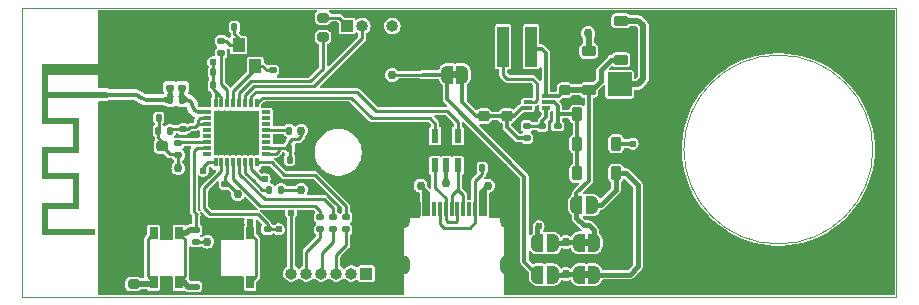
<source format=gtl>
G04 #@! TF.GenerationSoftware,KiCad,Pcbnew,8.0.4*
G04 #@! TF.CreationDate,2024-08-27T21:07:45-03:00*
G04 #@! TF.ProjectId,memo,6d656d6f-2e6b-4696-9361-645f70636258,rev?*
G04 #@! TF.SameCoordinates,Original*
G04 #@! TF.FileFunction,Copper,L1,Top*
G04 #@! TF.FilePolarity,Positive*
%FSLAX46Y46*%
G04 Gerber Fmt 4.6, Leading zero omitted, Abs format (unit mm)*
G04 Created by KiCad (PCBNEW 8.0.4) date 2024-08-27 21:07:45*
%MOMM*%
%LPD*%
G01*
G04 APERTURE LIST*
G04 Aperture macros list*
%AMRoundRect*
0 Rectangle with rounded corners*
0 $1 Rounding radius*
0 $2 $3 $4 $5 $6 $7 $8 $9 X,Y pos of 4 corners*
0 Add a 4 corners polygon primitive as box body*
4,1,4,$2,$3,$4,$5,$6,$7,$8,$9,$2,$3,0*
0 Add four circle primitives for the rounded corners*
1,1,$1+$1,$2,$3*
1,1,$1+$1,$4,$5*
1,1,$1+$1,$6,$7*
1,1,$1+$1,$8,$9*
0 Add four rect primitives between the rounded corners*
20,1,$1+$1,$2,$3,$4,$5,0*
20,1,$1+$1,$4,$5,$6,$7,0*
20,1,$1+$1,$6,$7,$8,$9,0*
20,1,$1+$1,$8,$9,$2,$3,0*%
%AMFreePoly0*
4,1,19,0.500000,-0.750000,0.000000,-0.750000,0.000000,-0.744911,-0.071157,-0.744911,-0.207708,-0.704816,-0.327430,-0.627875,-0.420627,-0.520320,-0.479746,-0.390866,-0.500000,-0.250000,-0.500000,0.250000,-0.479746,0.390866,-0.420627,0.520320,-0.327430,0.627875,-0.207708,0.704816,-0.071157,0.744911,0.000000,0.744911,0.000000,0.750000,0.500000,0.750000,0.500000,-0.750000,0.500000,-0.750000,
$1*%
%AMFreePoly1*
4,1,19,0.000000,0.744911,0.071157,0.744911,0.207708,0.704816,0.327430,0.627875,0.420627,0.520320,0.479746,0.390866,0.500000,0.250000,0.500000,-0.250000,0.479746,-0.390866,0.420627,-0.520320,0.327430,-0.627875,0.207708,-0.704816,0.071157,-0.744911,0.000000,-0.744911,0.000000,-0.750000,-0.500000,-0.750000,-0.500000,0.750000,0.000000,0.750000,0.000000,0.744911,0.000000,0.744911,
$1*%
G04 Aperture macros list end*
G04 #@! TA.AperFunction,EtchedComponent*
%ADD10C,0.000000*%
G04 #@! TD*
G04 #@! TA.AperFunction,SMDPad,CuDef*
%ADD11RoundRect,0.140000X-0.140000X-0.170000X0.140000X-0.170000X0.140000X0.170000X-0.140000X0.170000X0*%
G04 #@! TD*
G04 #@! TA.AperFunction,SMDPad,CuDef*
%ADD12FreePoly0,0.000000*%
G04 #@! TD*
G04 #@! TA.AperFunction,SMDPad,CuDef*
%ADD13FreePoly1,0.000000*%
G04 #@! TD*
G04 #@! TA.AperFunction,SMDPad,CuDef*
%ADD14RoundRect,0.140000X0.170000X-0.140000X0.170000X0.140000X-0.170000X0.140000X-0.170000X-0.140000X0*%
G04 #@! TD*
G04 #@! TA.AperFunction,ComponentPad*
%ADD15R,1.000000X1.000000*%
G04 #@! TD*
G04 #@! TA.AperFunction,ComponentPad*
%ADD16O,1.000000X1.000000*%
G04 #@! TD*
G04 #@! TA.AperFunction,SMDPad,CuDef*
%ADD17RoundRect,0.225000X0.375000X-0.225000X0.375000X0.225000X-0.375000X0.225000X-0.375000X-0.225000X0*%
G04 #@! TD*
G04 #@! TA.AperFunction,SMDPad,CuDef*
%ADD18RoundRect,0.135000X-0.185000X0.135000X-0.185000X-0.135000X0.185000X-0.135000X0.185000X0.135000X0*%
G04 #@! TD*
G04 #@! TA.AperFunction,SMDPad,CuDef*
%ADD19RoundRect,0.225000X0.250000X-0.225000X0.250000X0.225000X-0.250000X0.225000X-0.250000X-0.225000X0*%
G04 #@! TD*
G04 #@! TA.AperFunction,ConnectorPad*
%ADD20R,0.500000X0.500000*%
G04 #@! TD*
G04 #@! TA.AperFunction,SMDPad,CuDef*
%ADD21R,0.500000X0.900000*%
G04 #@! TD*
G04 #@! TA.AperFunction,SMDPad,CuDef*
%ADD22R,0.600000X1.200000*%
G04 #@! TD*
G04 #@! TA.AperFunction,SMDPad,CuDef*
%ADD23RoundRect,0.135000X0.185000X-0.135000X0.185000X0.135000X-0.185000X0.135000X-0.185000X-0.135000X0*%
G04 #@! TD*
G04 #@! TA.AperFunction,SMDPad,CuDef*
%ADD24R,0.800000X0.300000*%
G04 #@! TD*
G04 #@! TA.AperFunction,SMDPad,CuDef*
%ADD25R,0.300000X0.800000*%
G04 #@! TD*
G04 #@! TA.AperFunction,SMDPad,CuDef*
%ADD26R,3.750000X3.750000*%
G04 #@! TD*
G04 #@! TA.AperFunction,SMDPad,CuDef*
%ADD27R,1.000000X1.150000*%
G04 #@! TD*
G04 #@! TA.AperFunction,SMDPad,CuDef*
%ADD28RoundRect,0.225000X-0.225000X-0.375000X0.225000X-0.375000X0.225000X0.375000X-0.225000X0.375000X0*%
G04 #@! TD*
G04 #@! TA.AperFunction,SMDPad,CuDef*
%ADD29RoundRect,0.085000X0.265000X0.085000X-0.265000X0.085000X-0.265000X-0.085000X0.265000X-0.085000X0*%
G04 #@! TD*
G04 #@! TA.AperFunction,SMDPad,CuDef*
%ADD30R,0.980000X3.400000*%
G04 #@! TD*
G04 #@! TA.AperFunction,SMDPad,CuDef*
%ADD31R,0.650000X1.050000*%
G04 #@! TD*
G04 #@! TA.AperFunction,SMDPad,CuDef*
%ADD32RoundRect,0.140000X-0.170000X0.140000X-0.170000X-0.140000X0.170000X-0.140000X0.170000X0.140000X0*%
G04 #@! TD*
G04 #@! TA.AperFunction,SMDPad,CuDef*
%ADD33RoundRect,0.147500X-0.147500X-0.172500X0.147500X-0.172500X0.147500X0.172500X-0.147500X0.172500X0*%
G04 #@! TD*
G04 #@! TA.AperFunction,SMDPad,CuDef*
%ADD34RoundRect,0.062500X-0.062500X0.117500X-0.062500X-0.117500X0.062500X-0.117500X0.062500X0.117500X0*%
G04 #@! TD*
G04 #@! TA.AperFunction,SMDPad,CuDef*
%ADD35RoundRect,0.140000X0.140000X0.170000X-0.140000X0.170000X-0.140000X-0.170000X0.140000X-0.170000X0*%
G04 #@! TD*
G04 #@! TA.AperFunction,SMDPad,CuDef*
%ADD36RoundRect,0.135000X-0.135000X-0.185000X0.135000X-0.185000X0.135000X0.185000X-0.135000X0.185000X0*%
G04 #@! TD*
G04 #@! TA.AperFunction,SMDPad,CuDef*
%ADD37R,0.300000X1.150000*%
G04 #@! TD*
G04 #@! TA.AperFunction,ComponentPad*
%ADD38O,1.000000X2.100000*%
G04 #@! TD*
G04 #@! TA.AperFunction,ComponentPad*
%ADD39O,1.000000X1.600000*%
G04 #@! TD*
G04 #@! TA.AperFunction,SMDPad,CuDef*
%ADD40FreePoly0,180.000000*%
G04 #@! TD*
G04 #@! TA.AperFunction,SMDPad,CuDef*
%ADD41FreePoly1,180.000000*%
G04 #@! TD*
G04 #@! TA.AperFunction,SMDPad,CuDef*
%ADD42RoundRect,0.200000X0.275000X-0.200000X0.275000X0.200000X-0.275000X0.200000X-0.275000X-0.200000X0*%
G04 #@! TD*
G04 #@! TA.AperFunction,SMDPad,CuDef*
%ADD43RoundRect,0.225000X-0.250000X0.225000X-0.250000X-0.225000X0.250000X-0.225000X0.250000X0.225000X0*%
G04 #@! TD*
G04 #@! TA.AperFunction,ComponentPad*
%ADD44R,2.000000X2.000000*%
G04 #@! TD*
G04 #@! TA.AperFunction,ComponentPad*
%ADD45C,2.000000*%
G04 #@! TD*
G04 #@! TA.AperFunction,ViaPad*
%ADD46C,0.609600*%
G04 #@! TD*
G04 #@! TA.AperFunction,ViaPad*
%ADD47C,0.762000*%
G04 #@! TD*
G04 #@! TA.AperFunction,Conductor*
%ADD48C,0.304800*%
G04 #@! TD*
G04 #@! TA.AperFunction,Conductor*
%ADD49C,0.254000*%
G04 #@! TD*
G04 #@! TA.AperFunction,Conductor*
%ADD50C,0.381000*%
G04 #@! TD*
G04 #@! TA.AperFunction,Conductor*
%ADD51C,0.508000*%
G04 #@! TD*
G04 #@! TA.AperFunction,Conductor*
%ADD52C,0.325120*%
G04 #@! TD*
G04 #@! TA.AperFunction,Profile*
%ADD53C,0.100000*%
G04 #@! TD*
G04 APERTURE END LIST*
D10*
G04 #@! TA.AperFunction,EtchedComponent*
G36*
X147500000Y-94400000D02*
G01*
X147000000Y-94400000D01*
X147000000Y-93800000D01*
X147500000Y-93800000D01*
X147500000Y-94400000D01*
G37*
G04 #@! TD.AperFunction*
G04 #@! TA.AperFunction,EtchedComponent*
G36*
X106331785Y-76300000D02*
G01*
X106575000Y-76300000D01*
X106575000Y-77200000D01*
X101675000Y-77200000D01*
X101675000Y-78600000D01*
X106575000Y-78600000D01*
X106575000Y-79100000D01*
X101675000Y-79100000D01*
X101675000Y-80800000D01*
X104315000Y-80800000D01*
X104315000Y-83800000D01*
X101675000Y-83800000D01*
X101675000Y-85500000D01*
X104315000Y-85500000D01*
X104315000Y-88500000D01*
X101675000Y-88500000D01*
X101675000Y-90200000D01*
X105615000Y-90200000D01*
X105615000Y-90700000D01*
X101175000Y-90700000D01*
X101175000Y-88000000D01*
X103815000Y-88000000D01*
X103815000Y-86000000D01*
X101175000Y-86000000D01*
X101175000Y-83300000D01*
X103815000Y-83300000D01*
X103815000Y-81300000D01*
X101175000Y-81300000D01*
X101175000Y-76742733D01*
X106177018Y-76742733D01*
X106183592Y-76792318D01*
X106203687Y-76837628D01*
X106236357Y-76872888D01*
X106268583Y-76889782D01*
X106316842Y-76898222D01*
X106366368Y-76891691D01*
X106411553Y-76871132D01*
X106446787Y-76837489D01*
X106457400Y-76818878D01*
X106470300Y-76773363D01*
X106471043Y-76724844D01*
X106458935Y-76682181D01*
X106454581Y-76674269D01*
X106421797Y-76636326D01*
X106379395Y-76612258D01*
X106331785Y-76602417D01*
X106283378Y-76607153D01*
X106238584Y-76626815D01*
X106201814Y-76661755D01*
X106184908Y-76694647D01*
X106177018Y-76742733D01*
X101175000Y-76742733D01*
X101175000Y-76300000D01*
X106331785Y-76300000D01*
G37*
G04 #@! TD.AperFunction*
G04 #@! TA.AperFunction,EtchedComponent*
G36*
X147500000Y-91700000D02*
G01*
X147000000Y-91700000D01*
X147000000Y-91100000D01*
X147500000Y-91100000D01*
X147500000Y-91700000D01*
G37*
G04 #@! TD.AperFunction*
G04 #@! TA.AperFunction,EtchedComponent*
G36*
X136350000Y-77450000D02*
G01*
X135850000Y-77450000D01*
X135850000Y-76850000D01*
X136350000Y-76850000D01*
X136350000Y-77450000D01*
G37*
G04 #@! TD.AperFunction*
D11*
X122100000Y-83350000D03*
X123060000Y-83350000D03*
D12*
X146600000Y-94100000D03*
D13*
X147900000Y-94100000D03*
D14*
X114200000Y-95100000D03*
X114200000Y-94140000D03*
D15*
X128625000Y-94000000D03*
D16*
X127355000Y-94000000D03*
X126085000Y-94000000D03*
X124815000Y-94000000D03*
X123545000Y-94000000D03*
X122275000Y-94000000D03*
D17*
X150150000Y-75900000D03*
X150150000Y-72600000D03*
D18*
X120250000Y-90240000D03*
X120250000Y-91260000D03*
D19*
X138550000Y-80675000D03*
X138550000Y-79125000D03*
D18*
X116330000Y-74290000D03*
X116330000Y-75310000D03*
D20*
X106325000Y-78850000D03*
D21*
X106325000Y-76750000D03*
D14*
X113100000Y-81780000D03*
X113100000Y-80820000D03*
D22*
X136350000Y-82350000D03*
X135400000Y-82350000D03*
X134450000Y-82350000D03*
X134450000Y-84850000D03*
X135400000Y-84850000D03*
X136350000Y-84850000D03*
D23*
X125800000Y-90270000D03*
X125800000Y-89250000D03*
D17*
X147450000Y-78450000D03*
X147450000Y-75150000D03*
D24*
X115100000Y-80350000D03*
X115100000Y-80850000D03*
X115100000Y-81350000D03*
X115100000Y-81850000D03*
X115100000Y-82350000D03*
X115100000Y-82850000D03*
X115100000Y-83350000D03*
X115100000Y-83850000D03*
D25*
X115850000Y-84600000D03*
X116350000Y-84600000D03*
X116850000Y-84600000D03*
X117350000Y-84600000D03*
X117850000Y-84600000D03*
X118350000Y-84600000D03*
X118850000Y-84600000D03*
X119350000Y-84600000D03*
D24*
X120100000Y-83850000D03*
X120100000Y-83350000D03*
X120100000Y-82850000D03*
X120100000Y-82350000D03*
X120100000Y-81850000D03*
X120100000Y-81350000D03*
X120100000Y-80850000D03*
X120100000Y-80350000D03*
D25*
X119350000Y-79600000D03*
X118850000Y-79600000D03*
X118350000Y-79600000D03*
X117850000Y-79600000D03*
X117350000Y-79600000D03*
X116850000Y-79600000D03*
X116350000Y-79600000D03*
X115850000Y-79600000D03*
D26*
X117600000Y-82100000D03*
D27*
X117803744Y-74661307D03*
X117803744Y-76411307D03*
X119203744Y-76411307D03*
X119203744Y-74661307D03*
D28*
X146450000Y-80500000D03*
X149750000Y-80500000D03*
D12*
X146600000Y-91400000D03*
D13*
X147900000Y-91400000D03*
D11*
X117450000Y-73150000D03*
X118410000Y-73150000D03*
D29*
X143800000Y-79985000D03*
X143800000Y-79485000D03*
X143800000Y-78985000D03*
X142300000Y-78985000D03*
X142300000Y-79485000D03*
X142300000Y-79985000D03*
D15*
X127000000Y-73050000D03*
D16*
X128270000Y-73050000D03*
X129540000Y-73050000D03*
X130810000Y-73050000D03*
D11*
X111020000Y-80800000D03*
X111980000Y-80800000D03*
D12*
X143100000Y-91425000D03*
D13*
X144400000Y-91425000D03*
D30*
X142570000Y-74800000D03*
X140200000Y-74800000D03*
D31*
X110600000Y-94750000D03*
X110600000Y-90600000D03*
X112750000Y-94750000D03*
X112750000Y-90600000D03*
D19*
X140500000Y-80660000D03*
X140500000Y-79110000D03*
D32*
X116650000Y-86420000D03*
X116650000Y-87380000D03*
D33*
X111015000Y-81900000D03*
X111985000Y-81900000D03*
D18*
X112700000Y-82980000D03*
X112700000Y-84000000D03*
D34*
X133450000Y-77997500D03*
X133450000Y-77157500D03*
D31*
X118775000Y-90600000D03*
X118775000Y-94750000D03*
X116625000Y-90600000D03*
X116625000Y-94750000D03*
D11*
X122120000Y-84350000D03*
X123080000Y-84350000D03*
D19*
X145400000Y-78475000D03*
X145400000Y-76925000D03*
D35*
X115660000Y-76960000D03*
X114700000Y-76960000D03*
D36*
X120390000Y-86900000D03*
X121410000Y-86900000D03*
D33*
X112015000Y-79280000D03*
X112985000Y-79280000D03*
D28*
X146450000Y-85500000D03*
X149750000Y-85500000D03*
X146450000Y-83000000D03*
X149750000Y-83000000D03*
D23*
X114200000Y-91310000D03*
X114200000Y-90290000D03*
D35*
X115650000Y-78060000D03*
X114690000Y-78060000D03*
D23*
X126900000Y-90270000D03*
X126900000Y-89250000D03*
D36*
X122090000Y-81900000D03*
X123110000Y-81900000D03*
X138440000Y-85050000D03*
X139460000Y-85050000D03*
D18*
X143500000Y-81510000D03*
X143500000Y-82530000D03*
D14*
X113000000Y-78260000D03*
X113000000Y-77300000D03*
D23*
X124700000Y-90270000D03*
X124700000Y-89250000D03*
D37*
X132730000Y-88555000D03*
X133530000Y-88555000D03*
X134830000Y-88555000D03*
X135830000Y-88555000D03*
X136330000Y-88555000D03*
X137330000Y-88555000D03*
X138630000Y-88555000D03*
X139430000Y-88555000D03*
X139130000Y-88555000D03*
X138330000Y-88555000D03*
X137830000Y-88555000D03*
X136830000Y-88555000D03*
X135330000Y-88555000D03*
X134330000Y-88555000D03*
X133830000Y-88555000D03*
X133030000Y-88555000D03*
D38*
X131760000Y-89120000D03*
D39*
X131760000Y-93300000D03*
D38*
X140400000Y-89120000D03*
D39*
X140400000Y-93300000D03*
D40*
X136750000Y-77150000D03*
D41*
X135450000Y-77150000D03*
D42*
X124950000Y-73975000D03*
X124950000Y-72325000D03*
D12*
X143100000Y-94100000D03*
D13*
X144400000Y-94100000D03*
D18*
X144800000Y-81500000D03*
X144800000Y-82520000D03*
D43*
X111300000Y-83225000D03*
X111300000Y-84775000D03*
D32*
X120680000Y-75840000D03*
X120680000Y-76800000D03*
D23*
X142200000Y-82530000D03*
X142200000Y-81510000D03*
D12*
X146400000Y-88200000D03*
D13*
X147700000Y-88200000D03*
D42*
X108900000Y-94875000D03*
X108900000Y-93225000D03*
D14*
X112000000Y-78260000D03*
X112000000Y-77300000D03*
D44*
X150050000Y-77985000D03*
D45*
X150050000Y-89485000D03*
D46*
X134800000Y-73300000D03*
X121400000Y-91500000D03*
X142700000Y-84800000D03*
X140300000Y-85000000D03*
X151100000Y-80500000D03*
X111300000Y-86200000D03*
X109000000Y-84500000D03*
X107800000Y-92900000D03*
X109000000Y-86900000D03*
X107800000Y-83300000D03*
X107800000Y-84500000D03*
X110200000Y-78400000D03*
X106600000Y-83300000D03*
X123900000Y-84350000D03*
X121850000Y-75850000D03*
X145650000Y-79550000D03*
X109000000Y-79900000D03*
X120650000Y-73150000D03*
D47*
X118850000Y-83350000D03*
D46*
X107800000Y-82100000D03*
X106700000Y-77900000D03*
X109000000Y-91700000D03*
X109000000Y-83300000D03*
X106600000Y-75600000D03*
X110200000Y-80200000D03*
X106600000Y-91700000D03*
X106600000Y-89300000D03*
X117600000Y-77400000D03*
X144850000Y-86300000D03*
X117000000Y-77400000D03*
X138550000Y-78050000D03*
X137950000Y-73250000D03*
X107800000Y-79700000D03*
D47*
X116350000Y-83350000D03*
D46*
X109000000Y-75600000D03*
X106600000Y-84500000D03*
X107800000Y-88100000D03*
X137950000Y-75050000D03*
X109000000Y-74400000D03*
X118400000Y-72200000D03*
X115150000Y-74650000D03*
X123900000Y-83350000D03*
X144800000Y-73250000D03*
X116300000Y-73150000D03*
X106600000Y-92900000D03*
X143500000Y-83450000D03*
X106900000Y-76750000D03*
X142850000Y-80850000D03*
X106600000Y-72000000D03*
X121300000Y-82600000D03*
X109000000Y-90500000D03*
X129550000Y-76250000D03*
X144800000Y-83450000D03*
X123400000Y-89225000D03*
X107800000Y-91700000D03*
X107800000Y-80900000D03*
X107800000Y-86900000D03*
X106600000Y-86900000D03*
X116700000Y-88150000D03*
X106600000Y-73200000D03*
X107800000Y-72000000D03*
X112000000Y-76300000D03*
X119450000Y-73150000D03*
X145400000Y-75550000D03*
X106600000Y-74400000D03*
X106600000Y-90500000D03*
X129550000Y-84800000D03*
X107800000Y-95300000D03*
X107800000Y-77900000D03*
X109000000Y-82100000D03*
X109000000Y-89300000D03*
X112500000Y-80200000D03*
D47*
X135100000Y-80975000D03*
D46*
X109000000Y-76800000D03*
X114650000Y-86150000D03*
X143700000Y-88400000D03*
X114850000Y-79550000D03*
X121850000Y-74650000D03*
X106600000Y-82100000D03*
X113800000Y-77000000D03*
X107800000Y-85700000D03*
D47*
X117600000Y-82050000D03*
D46*
X128875000Y-88600000D03*
X142350000Y-78150000D03*
X115700000Y-87950000D03*
D47*
X116350000Y-80850000D03*
D46*
X150075000Y-92200000D03*
X107800000Y-89300000D03*
X114000000Y-82200000D03*
D47*
X118850000Y-80850000D03*
D46*
X109000000Y-72000000D03*
X110900000Y-77300000D03*
X121300000Y-80750000D03*
X139700000Y-82200000D03*
X120950000Y-85950000D03*
X106600000Y-95300000D03*
X107800000Y-94100000D03*
X109000000Y-80900000D03*
X113950000Y-78100000D03*
X120800000Y-89250000D03*
X109000000Y-77900000D03*
X120650000Y-74650000D03*
X107800000Y-74400000D03*
X109000000Y-88100000D03*
X109000000Y-73200000D03*
X107800000Y-90500000D03*
X140500000Y-78150000D03*
X106600000Y-85700000D03*
X111300000Y-88150000D03*
X106600000Y-79800000D03*
X107800000Y-76800000D03*
X114500000Y-78900000D03*
X106600000Y-88100000D03*
X113000000Y-76300000D03*
X110100000Y-84800000D03*
X107800000Y-73200000D03*
X106600000Y-80900000D03*
X129550000Y-82200000D03*
X107800000Y-75600000D03*
X106600000Y-94100000D03*
X109000000Y-85700000D03*
X114700000Y-76100000D03*
X128900000Y-92200000D03*
D47*
X130800000Y-77200000D03*
X123100000Y-86900000D03*
D46*
X115650000Y-76100000D03*
X122250000Y-88875000D03*
D47*
X112700000Y-85100000D03*
X117726527Y-87273473D03*
X115150000Y-91300000D03*
X123110000Y-81900000D03*
X135400000Y-86350000D03*
X138900000Y-86550000D03*
X147400000Y-73650000D03*
X133200000Y-86550000D03*
D46*
X121200000Y-90250000D03*
X143200000Y-90000000D03*
X120000000Y-86000000D03*
X118775000Y-89650000D03*
X151150000Y-83000000D03*
X114800000Y-85300000D03*
D47*
X145500000Y-94050000D03*
X145500000Y-91350000D03*
D48*
X142000000Y-85800000D02*
X142000000Y-93000000D01*
X135450000Y-79250000D02*
X142000000Y-85800000D01*
X135450000Y-77150000D02*
X135450000Y-79250000D01*
X142000000Y-93000000D02*
X143100000Y-94100000D01*
D49*
X114900000Y-88475000D02*
X115400000Y-88975000D01*
X114900000Y-86800000D02*
X114900000Y-88475000D01*
D50*
X149750000Y-85500000D02*
X149750000Y-86900000D01*
X148450000Y-88200000D02*
X149750000Y-86900000D01*
X147700000Y-88200000D02*
X148450000Y-88200000D01*
X146550000Y-94050000D02*
X145500000Y-94050000D01*
X146600000Y-94100000D02*
X146550000Y-94050000D01*
X145450000Y-94100000D02*
X145500000Y-94050000D01*
X144400000Y-94100000D02*
X145450000Y-94100000D01*
X146550000Y-91350000D02*
X145500000Y-91350000D01*
X146600000Y-91400000D02*
X146550000Y-91350000D01*
X145425000Y-91425000D02*
X145500000Y-91350000D01*
X144400000Y-91425000D02*
X145425000Y-91425000D01*
X143100000Y-90100000D02*
X143100000Y-91425000D01*
X143200000Y-90000000D02*
X143100000Y-90100000D01*
X147900000Y-90350000D02*
X147900000Y-91400000D01*
X147550000Y-90000000D02*
X147900000Y-90350000D01*
X147450000Y-89900000D02*
X147550000Y-90000000D01*
X147000000Y-89900000D02*
X147450000Y-89900000D01*
X146400000Y-89300000D02*
X147000000Y-89900000D01*
X146400000Y-88200000D02*
X146400000Y-89300000D01*
X150900000Y-94100000D02*
X147900000Y-94100000D01*
X151625000Y-86525000D02*
X151625000Y-93375000D01*
D49*
X150950000Y-94100000D02*
X150900000Y-94100000D01*
D50*
X151625000Y-93375000D02*
X150900000Y-94100000D01*
X150600000Y-85500000D02*
X151625000Y-86525000D01*
X149750000Y-85500000D02*
X150600000Y-85500000D01*
D49*
X116100000Y-94225000D02*
X116625000Y-94750000D01*
X116100000Y-91125000D02*
X116100000Y-94225000D01*
D48*
X135100000Y-80975000D02*
X135400000Y-81275000D01*
X132325000Y-88555000D02*
X131760000Y-89120000D01*
X135400000Y-81275000D02*
X135400000Y-82350000D01*
X139430000Y-88555000D02*
X139835000Y-88555000D01*
D49*
X116625000Y-90600000D02*
X116100000Y-91125000D01*
D48*
X139835000Y-88555000D02*
X140400000Y-89120000D01*
X133030000Y-88555000D02*
X132325000Y-88555000D01*
D51*
X106325000Y-76750000D02*
X106950000Y-76750000D01*
D52*
X106325000Y-78850000D02*
X108896447Y-78850000D01*
X109934558Y-79280000D02*
X112015000Y-79280000D01*
X111995000Y-79300000D02*
X112015000Y-79280000D01*
X112000000Y-79265000D02*
X112000000Y-78260000D01*
X112015000Y-79280000D02*
X112000000Y-79265000D01*
X108896447Y-78850000D02*
G75*
G02*
X109499986Y-79100014I-47J-853600D01*
G01*
X109500000Y-79100000D02*
G75*
G03*
X109934558Y-79280017I434600J434600D01*
G01*
D49*
X119203744Y-76696256D02*
X117350000Y-78550000D01*
X120180000Y-76800000D02*
X119791307Y-76411307D01*
X119791307Y-76411307D02*
X119203744Y-76411307D01*
X120680000Y-76800000D02*
X120180000Y-76800000D01*
X117350000Y-78550000D02*
X117350000Y-79600000D01*
X119203744Y-76411307D02*
X119203744Y-76696256D01*
D52*
X112985000Y-78275000D02*
X113000000Y-78260000D01*
X114450000Y-80350000D02*
X115100000Y-80350000D01*
X112985000Y-79280000D02*
X112985000Y-78275000D01*
X112985000Y-79280000D02*
X113380000Y-79280000D01*
X113900000Y-79800000D02*
G75*
G03*
X114450000Y-80350000I550000J0D01*
G01*
X113380000Y-79280000D02*
G75*
G02*
X113900000Y-79800000I0J-520000D01*
G01*
D49*
X113100000Y-81780000D02*
X112105000Y-81780000D01*
X113700000Y-81600000D02*
X113520000Y-81780000D01*
X112105000Y-81780000D02*
X111985000Y-81900000D01*
X115100000Y-80850000D02*
X114550000Y-80850000D01*
X114550000Y-80850000D02*
X114350000Y-81050000D01*
X113520000Y-81780000D02*
X113100000Y-81780000D01*
X114350000Y-81350000D02*
X114100000Y-81600000D01*
X114100000Y-81600000D02*
X113700000Y-81600000D01*
X114350000Y-81050000D02*
X114350000Y-81350000D01*
X115100000Y-81350000D02*
X114350000Y-81350000D01*
D48*
X147450000Y-86150000D02*
X147450000Y-78450000D01*
X143800000Y-75300000D02*
X143450000Y-74950000D01*
X146400000Y-88200000D02*
X146400000Y-87200000D01*
X142720000Y-74950000D02*
X142570000Y-74800000D01*
X143450000Y-74950000D02*
X142720000Y-74950000D01*
D50*
X148450000Y-76800000D02*
X148450000Y-77700000D01*
D51*
X147450000Y-78450000D02*
X145425000Y-78450000D01*
D50*
X148450000Y-77700000D02*
X147700000Y-78450000D01*
X147700000Y-78450000D02*
X147450000Y-78450000D01*
X150150000Y-75900000D02*
X149350000Y-75900000D01*
D48*
X143800000Y-78985000D02*
X144890000Y-78985000D01*
D51*
X147425000Y-78475000D02*
X147450000Y-78450000D01*
X145425000Y-78450000D02*
X145400000Y-78475000D01*
D48*
X144890000Y-78985000D02*
X145400000Y-78475000D01*
X146400000Y-87200000D02*
X147450000Y-86150000D01*
X143800000Y-78985000D02*
X143800000Y-75300000D01*
D50*
X149350000Y-75900000D02*
X148450000Y-76800000D01*
D49*
X115660000Y-76960000D02*
X115660000Y-78050000D01*
X115650000Y-78060000D02*
X115650000Y-78400000D01*
D48*
X135442500Y-77157500D02*
X135450000Y-77150000D01*
D49*
X121200000Y-83350000D02*
X121200000Y-83600000D01*
X122250000Y-88875000D02*
X122250000Y-93975000D01*
X116850000Y-84600000D02*
X116850000Y-85550000D01*
X120100000Y-83350000D02*
X121200000Y-83350000D01*
X115825000Y-78575000D02*
X116100000Y-78850000D01*
X115850000Y-78600000D02*
X115825000Y-78575000D01*
X115150000Y-91300000D02*
X114210000Y-91300000D01*
X114210000Y-91300000D02*
X114200000Y-91310000D01*
X123110000Y-81900000D02*
X123110000Y-82390000D01*
X112700000Y-85100000D02*
X112700000Y-84000000D01*
X122120000Y-83370000D02*
X122100000Y-83350000D01*
X122850000Y-82650000D02*
X122300000Y-82650000D01*
X122100000Y-82850000D02*
X122100000Y-83350000D01*
X121410000Y-86900000D02*
X123100000Y-86900000D01*
X115850000Y-79600000D02*
X115850000Y-78600000D01*
X133450000Y-77157500D02*
X130842500Y-77157500D01*
X116650000Y-85750000D02*
X116650000Y-86420000D01*
X122100000Y-83350000D02*
X121200000Y-83350000D01*
X111975000Y-83900000D02*
X112600000Y-83900000D01*
X111300000Y-83225000D02*
X111300000Y-82785000D01*
X130842500Y-77157500D02*
X130800000Y-77200000D01*
X116850000Y-85550000D02*
X116650000Y-85750000D01*
X115650000Y-76100000D02*
X115650000Y-76950000D01*
X111300000Y-83225000D02*
X111975000Y-83900000D01*
X120950000Y-83850000D02*
X120100000Y-83850000D01*
X111020000Y-80800000D02*
X111020000Y-81895000D01*
X115650000Y-78400000D02*
X115825000Y-78575000D01*
X116873054Y-86420000D02*
X117726527Y-87273473D01*
X123110000Y-82390000D02*
X122850000Y-82650000D01*
X116350000Y-79100000D02*
X116100000Y-78850000D01*
X111020000Y-81895000D02*
X111015000Y-81900000D01*
D48*
X133450000Y-77157500D02*
X135442500Y-77157500D01*
D49*
X116350000Y-79600000D02*
X116350000Y-79100000D01*
X115660000Y-78050000D02*
X115650000Y-78060000D01*
X112600000Y-83900000D02*
X112700000Y-84000000D01*
X111015000Y-81900000D02*
X111015000Y-82500000D01*
X122120000Y-84350000D02*
X122120000Y-83370000D01*
X116650000Y-86420000D02*
X116873054Y-86420000D01*
X115650000Y-76950000D02*
X115660000Y-76960000D01*
X111300000Y-82785000D02*
X111015000Y-82500000D01*
X121200000Y-83600000D02*
X120950000Y-83850000D01*
X122250000Y-93975000D02*
X122275000Y-94000000D01*
X122300000Y-82650000D02*
X122100000Y-82850000D01*
D48*
X133530000Y-88555000D02*
X133530000Y-86880000D01*
X138330000Y-88555000D02*
X138330000Y-87120000D01*
X135400000Y-84850000D02*
X135400000Y-86350000D01*
X138630000Y-86820000D02*
X138630000Y-88555000D01*
D51*
X147450000Y-75150000D02*
X147450000Y-73700000D01*
D48*
X133530000Y-86880000D02*
X133200000Y-86550000D01*
X138330000Y-87120000D02*
X138900000Y-86550000D01*
X133830000Y-87180000D02*
X133200000Y-86550000D01*
X133830000Y-88555000D02*
X133830000Y-87180000D01*
X138900000Y-86550000D02*
X138630000Y-86820000D01*
D51*
X147450000Y-73700000D02*
X147400000Y-73650000D01*
D49*
X135830000Y-87370000D02*
X136350000Y-86850000D01*
X136350000Y-86600000D02*
X136350000Y-86900000D01*
X136350000Y-86900000D02*
X136830000Y-87380000D01*
X136350000Y-84850000D02*
X136350000Y-86600000D01*
X136830000Y-87380000D02*
X136830000Y-88555000D01*
X136350000Y-86850000D02*
X136350000Y-86600000D01*
X135830000Y-88555000D02*
X135830000Y-87370000D01*
X135330000Y-87630000D02*
X135330000Y-88555000D01*
X134450000Y-86750000D02*
X135330000Y-87630000D01*
X134450000Y-84850000D02*
X134450000Y-86750000D01*
X136330000Y-88555000D02*
X136330000Y-89520000D01*
X135520000Y-89650000D02*
X135330000Y-89460000D01*
X135330000Y-89460000D02*
X135330000Y-88555000D01*
X136330000Y-89520000D02*
X136200000Y-89650000D01*
X136200000Y-89650000D02*
X135520000Y-89650000D01*
X137830000Y-86145000D02*
X138440000Y-85535000D01*
X134830000Y-89780000D02*
X135157200Y-90107200D01*
X137392800Y-90107200D02*
X137830000Y-89670000D01*
X137830000Y-88555000D02*
X137830000Y-86145000D01*
X138440000Y-85535000D02*
X138440000Y-85050000D01*
X134830000Y-88555000D02*
X134830000Y-89780000D01*
X135157200Y-90107200D02*
X137392800Y-90107200D01*
X137830000Y-89670000D02*
X137830000Y-88555000D01*
X121190000Y-90240000D02*
X121200000Y-90250000D01*
X120250000Y-90240000D02*
X121190000Y-90240000D01*
X116350000Y-84600000D02*
X116350000Y-85350000D01*
X116350000Y-85350000D02*
X114900000Y-86800000D01*
X115400000Y-88975000D02*
X119425000Y-88975000D01*
X120250000Y-89800000D02*
X120250000Y-90240000D01*
X119425000Y-88975000D02*
X120250000Y-89800000D01*
X124700000Y-90270000D02*
X124700000Y-91000000D01*
X124700000Y-91000000D02*
X123545000Y-92155000D01*
X123545000Y-92155000D02*
X123545000Y-94000000D01*
X126900000Y-91600000D02*
X126085000Y-92415000D01*
X126900000Y-90270000D02*
X126900000Y-91600000D01*
X126085000Y-92415000D02*
X126085000Y-94000000D01*
X124850000Y-92250000D02*
X124850000Y-93965000D01*
X125800000Y-91300000D02*
X124850000Y-92250000D01*
X124850000Y-93965000D02*
X124815000Y-94000000D01*
X125800000Y-90270000D02*
X125800000Y-91300000D01*
X151625000Y-93425000D02*
X150950000Y-94100000D01*
X151625000Y-88025000D02*
X151625000Y-93425000D01*
X151625000Y-88025000D02*
X151625000Y-87725000D01*
X151625000Y-86525000D02*
X151625000Y-88025000D01*
X110600000Y-90600000D02*
X110100000Y-91100000D01*
X110100000Y-94250000D02*
X110600000Y-94750000D01*
D51*
X108900000Y-94875000D02*
X110475000Y-94875000D01*
D49*
X110100000Y-91100000D02*
X110100000Y-94250000D01*
D51*
X110475000Y-94875000D02*
X110600000Y-94750000D01*
D49*
X116330000Y-75310000D02*
X116330000Y-77980000D01*
X116850000Y-78500000D02*
X116850000Y-79600000D01*
X116330000Y-77980000D02*
X116850000Y-78500000D01*
X120100000Y-81850000D02*
X122040000Y-81850000D01*
X122040000Y-81850000D02*
X122090000Y-81900000D01*
X120390000Y-86900000D02*
X119795658Y-86900000D01*
X118350000Y-85454342D02*
X118995658Y-86100000D01*
X118350000Y-84600000D02*
X118350000Y-85454342D01*
X119795658Y-86900000D02*
X118995658Y-86100000D01*
X112830000Y-82850000D02*
X112700000Y-82980000D01*
X115100000Y-82850000D02*
X112830000Y-82850000D01*
X123863600Y-77736400D02*
X124950000Y-76650000D01*
X117850000Y-78750000D02*
X118863600Y-77736400D01*
X118863600Y-77736400D02*
X123863600Y-77736400D01*
X124950000Y-76650000D02*
X124950000Y-73975000D01*
X117850000Y-79600000D02*
X117850000Y-78750000D01*
X126900000Y-88300000D02*
X124250000Y-85650000D01*
X120600000Y-84600000D02*
X119350000Y-84600000D01*
X124250000Y-85650000D02*
X121650000Y-85650000D01*
X121650000Y-85650000D02*
X120600000Y-84600000D01*
X126900000Y-89250000D02*
X126900000Y-88300000D01*
X117350000Y-85962998D02*
X117350000Y-84600000D01*
X124700000Y-88700000D02*
X124250000Y-88250000D01*
X124700000Y-89250000D02*
X124700000Y-88700000D01*
X119637002Y-88250000D02*
X117350000Y-85962998D01*
X124250000Y-88250000D02*
X119637002Y-88250000D01*
X117850000Y-85550000D02*
X117850000Y-84600000D01*
X120000000Y-87700000D02*
X117850000Y-85550000D01*
X125800000Y-89250000D02*
X125800000Y-88450000D01*
X125050000Y-87700000D02*
X120000000Y-87700000D01*
X125800000Y-88450000D02*
X125050000Y-87700000D01*
X119700000Y-86000000D02*
X118850000Y-85150000D01*
X119300000Y-94225000D02*
X118775000Y-94750000D01*
X120000000Y-86000000D02*
X119700000Y-86000000D01*
X119300000Y-91125000D02*
X119300000Y-94225000D01*
D51*
X118775000Y-89650000D02*
X118775000Y-90600000D01*
D49*
X118775000Y-90600000D02*
X119300000Y-91125000D01*
X118850000Y-85150000D02*
X118850000Y-84600000D01*
X115200000Y-84600000D02*
X114900000Y-84900000D01*
X115850000Y-84600000D02*
X115200000Y-84600000D01*
X114800000Y-85000000D02*
X114800000Y-85300000D01*
X114900000Y-84900000D02*
X114800000Y-85000000D01*
D48*
X149750000Y-83000000D02*
X151150000Y-83000000D01*
D49*
X124207200Y-78142800D02*
X128270000Y-74080000D01*
X119060622Y-78142800D02*
X124207200Y-78142800D01*
X118350000Y-78853422D02*
X119060622Y-78142800D01*
X128270000Y-74080000D02*
X128270000Y-73050000D01*
X118350000Y-79600000D02*
X118350000Y-78853422D01*
X119850000Y-79100000D02*
X127350000Y-79100000D01*
X134000000Y-80850000D02*
X129100000Y-80850000D01*
X134450000Y-82350000D02*
X134450000Y-81300000D01*
X127350000Y-79100000D02*
X129100000Y-80850000D01*
X134450000Y-81300000D02*
X134000000Y-80850000D01*
X119350000Y-79600000D02*
X119850000Y-79100000D01*
X136350000Y-81150000D02*
X135450000Y-80250000D01*
X127800000Y-78600000D02*
X119250000Y-78600000D01*
X118850000Y-79000000D02*
X118850000Y-79600000D01*
X136350000Y-82350000D02*
X136350000Y-81150000D01*
X119250000Y-78600000D02*
X118850000Y-79000000D01*
X135450000Y-80250000D02*
X129450000Y-80250000D01*
X129450000Y-80250000D02*
X127800000Y-78600000D01*
X117803744Y-74661307D02*
X117803744Y-74073744D01*
X117803744Y-74073744D02*
X117450000Y-73720000D01*
X116330000Y-74290000D02*
X116720000Y-74290000D01*
X116720000Y-74290000D02*
X117091307Y-74661307D01*
X117091307Y-74661307D02*
X117803744Y-74661307D01*
X117450000Y-73720000D02*
X117450000Y-73150000D01*
X126275000Y-72325000D02*
X127000000Y-73050000D01*
X124950000Y-72325000D02*
X126275000Y-72325000D01*
D51*
X150050000Y-77985000D02*
X151615000Y-77985000D01*
X151650000Y-72600000D02*
X150150000Y-72600000D01*
X151615000Y-77985000D02*
X152050000Y-77550000D01*
X152050000Y-73000000D02*
X151650000Y-72600000D01*
X152050000Y-77550000D02*
X152050000Y-73000000D01*
D49*
X114000000Y-88750000D02*
X114250000Y-89000000D01*
X115100000Y-83350000D02*
X114250000Y-83350000D01*
X112750000Y-90600000D02*
X113300000Y-91150000D01*
D51*
X114200000Y-95100000D02*
X113550000Y-95100000D01*
X112750000Y-94750000D02*
X113200000Y-94750000D01*
X114200000Y-90290000D02*
X113660000Y-90290000D01*
X112750000Y-90600000D02*
X113350000Y-90600000D01*
D49*
X113300000Y-94200000D02*
X112750000Y-94750000D01*
X113300000Y-91150000D02*
X113300000Y-94200000D01*
X114000000Y-83600000D02*
X114000000Y-88750000D01*
D51*
X113660000Y-90290000D02*
X113350000Y-90600000D01*
D49*
X114250000Y-83350000D02*
X114000000Y-83600000D01*
X114200000Y-89050000D02*
X114200000Y-90290000D01*
D51*
X113550000Y-95100000D02*
X113200000Y-94750000D01*
D49*
X114250000Y-89000000D02*
X114200000Y-89050000D01*
D48*
X141090000Y-80660000D02*
X141765000Y-79985000D01*
X138550000Y-80675000D02*
X137925000Y-80675000D01*
X140500000Y-80660000D02*
X141090000Y-80660000D01*
X136750000Y-77150000D02*
X136750000Y-79500000D01*
X136750000Y-79500000D02*
X137925000Y-80675000D01*
X140485000Y-80675000D02*
X140500000Y-80660000D01*
X142200000Y-82530000D02*
X141430000Y-82530000D01*
X142300000Y-79985000D02*
X141765000Y-79985000D01*
X140500000Y-80660000D02*
X140500000Y-81600000D01*
X141430000Y-82530000D02*
X140500000Y-81600000D01*
X138550000Y-80675000D02*
X140485000Y-80675000D01*
X146450000Y-83000000D02*
X146450000Y-85500000D01*
X146450000Y-80500000D02*
X146450000Y-83000000D01*
D49*
X144850000Y-80500000D02*
X144800000Y-80550000D01*
D48*
X144800000Y-79817500D02*
X144467500Y-79485000D01*
D49*
X144800000Y-80550000D02*
X144800000Y-81500000D01*
D48*
X144800000Y-81500000D02*
X144800000Y-79817500D01*
X146450000Y-80500000D02*
X144850000Y-80500000D01*
X144467500Y-79485000D02*
X143800000Y-79485000D01*
D49*
X142865000Y-79485000D02*
X143050000Y-79300000D01*
X143050000Y-79300000D02*
X143050000Y-77900000D01*
X143050000Y-77900000D02*
X142650000Y-77500000D01*
X140550000Y-77500000D02*
X140200000Y-77150000D01*
X142650000Y-77500000D02*
X140550000Y-77500000D01*
X142300000Y-79485000D02*
X142865000Y-79485000D01*
X140200000Y-77150000D02*
X140200000Y-74800000D01*
D48*
X143500000Y-81510000D02*
X143500000Y-81050000D01*
X143800000Y-79985000D02*
X143800000Y-80750000D01*
X143500000Y-81050000D02*
X143800000Y-80750000D01*
D49*
X142200000Y-81510000D02*
X143500000Y-81510000D01*
X145450000Y-91400000D02*
X145500000Y-91350000D01*
G04 #@! TA.AperFunction,Conductor*
G36*
X173305631Y-71672113D02*
G01*
X173342176Y-71722413D01*
X173347100Y-71753500D01*
X173347100Y-95746500D01*
X173327887Y-95805631D01*
X173277587Y-95842176D01*
X173246500Y-95847100D01*
X140400600Y-95847100D01*
X140341469Y-95827887D01*
X140304924Y-95777587D01*
X140300000Y-95746500D01*
X140300000Y-89300000D01*
X139076457Y-89300000D01*
X139017326Y-89280787D01*
X138980781Y-89230487D01*
X138977790Y-89179773D01*
X138978132Y-89178055D01*
X138983700Y-89150064D01*
X138983700Y-88624082D01*
X138985754Y-88608487D01*
X138985239Y-88608420D01*
X138986100Y-88601879D01*
X138986100Y-87214429D01*
X139005313Y-87155298D01*
X139048202Y-87121487D01*
X139088143Y-87104943D01*
X139194873Y-87060734D01*
X139317013Y-86967013D01*
X139410734Y-86844873D01*
X139469650Y-86702637D01*
X139479741Y-86625986D01*
X139489745Y-86550003D01*
X139489745Y-86549996D01*
X139469650Y-86397363D01*
X139410734Y-86255128D01*
X139317013Y-86132987D01*
X139275929Y-86101462D01*
X139194873Y-86039266D01*
X139194872Y-86039265D01*
X139194870Y-86039264D01*
X139194868Y-86039263D01*
X139052637Y-85980349D01*
X138900003Y-85960255D01*
X138899997Y-85960255D01*
X138747363Y-85980349D01*
X138728030Y-85988357D01*
X138666048Y-85993234D01*
X138613036Y-85960747D01*
X138589244Y-85903305D01*
X138603759Y-85842849D01*
X138618395Y-85824283D01*
X138634772Y-85807906D01*
X138634776Y-85807904D01*
X138643053Y-85799626D01*
X138643055Y-85799626D01*
X138704626Y-85738055D01*
X138748164Y-85662646D01*
X138748165Y-85662643D01*
X138748166Y-85662641D01*
X138765791Y-85596860D01*
X138770700Y-85578538D01*
X138770700Y-85559963D01*
X138789913Y-85500832D01*
X138800159Y-85488834D01*
X138856727Y-85432267D01*
X138907206Y-85324014D01*
X138907827Y-85319301D01*
X138913700Y-85274690D01*
X138913700Y-84825309D01*
X138907207Y-84775989D01*
X138900312Y-84761203D01*
X138856727Y-84667733D01*
X138772267Y-84583273D01*
X138772265Y-84583272D01*
X138772264Y-84583271D01*
X138664010Y-84532792D01*
X138614690Y-84526300D01*
X138614688Y-84526300D01*
X138265312Y-84526300D01*
X138265310Y-84526300D01*
X138215989Y-84532792D01*
X138107735Y-84583271D01*
X138023271Y-84667735D01*
X137972792Y-84775989D01*
X137966300Y-84825309D01*
X137966300Y-85274690D01*
X137972792Y-85324010D01*
X138009970Y-85403739D01*
X138017547Y-85465450D01*
X137989930Y-85517389D01*
X137565374Y-85941944D01*
X137521834Y-86017356D01*
X137521833Y-86017358D01*
X137499301Y-86101455D01*
X137499300Y-86101463D01*
X137499300Y-87675700D01*
X137480087Y-87734831D01*
X137429787Y-87771376D01*
X137398700Y-87776300D01*
X137261300Y-87776300D01*
X137202169Y-87757087D01*
X137165624Y-87706787D01*
X137160700Y-87675700D01*
X137160700Y-87431654D01*
X137160701Y-87431641D01*
X137160701Y-87336464D01*
X137160699Y-87336456D01*
X137138167Y-87252359D01*
X137138166Y-87252357D01*
X137136662Y-87249752D01*
X137094627Y-87176946D01*
X136710165Y-86792484D01*
X136681939Y-86737086D01*
X136680700Y-86721349D01*
X136680700Y-85728246D01*
X136699913Y-85669115D01*
X136725410Y-85644600D01*
X136729478Y-85641881D01*
X136729480Y-85641881D01*
X136796860Y-85596860D01*
X136841881Y-85529480D01*
X136853700Y-85470064D01*
X136853700Y-84229936D01*
X136841881Y-84170520D01*
X136796860Y-84103140D01*
X136729480Y-84058119D01*
X136729479Y-84058118D01*
X136681882Y-84048650D01*
X136670064Y-84046300D01*
X136029936Y-84046300D01*
X136011778Y-84049912D01*
X135970518Y-84058119D01*
X135930890Y-84084598D01*
X135871050Y-84101474D01*
X135819110Y-84084598D01*
X135779481Y-84058119D01*
X135738222Y-84049912D01*
X135720064Y-84046300D01*
X135079936Y-84046300D01*
X135061778Y-84049912D01*
X135020518Y-84058119D01*
X134980890Y-84084598D01*
X134921050Y-84101474D01*
X134869110Y-84084598D01*
X134829481Y-84058119D01*
X134788222Y-84049912D01*
X134770064Y-84046300D01*
X134129936Y-84046300D01*
X134120078Y-84048260D01*
X134070520Y-84058118D01*
X134003140Y-84103140D01*
X133958118Y-84170520D01*
X133946300Y-84229936D01*
X133946300Y-85470063D01*
X133958118Y-85529479D01*
X133960267Y-85532695D01*
X134003140Y-85596860D01*
X134070520Y-85641881D01*
X134074590Y-85644600D01*
X134113082Y-85693426D01*
X134119300Y-85728246D01*
X134119300Y-86722828D01*
X134100087Y-86781959D01*
X134049787Y-86818504D01*
X133987613Y-86818504D01*
X133947565Y-86793963D01*
X133814803Y-86661201D01*
X133786577Y-86605803D01*
X133786199Y-86576934D01*
X133789745Y-86550001D01*
X133789745Y-86549997D01*
X133769650Y-86397363D01*
X133710734Y-86255128D01*
X133617013Y-86132987D01*
X133575929Y-86101462D01*
X133494873Y-86039266D01*
X133494872Y-86039265D01*
X133494870Y-86039264D01*
X133494868Y-86039263D01*
X133352637Y-85980349D01*
X133200003Y-85960255D01*
X133199997Y-85960255D01*
X133047363Y-85980349D01*
X132905128Y-86039265D01*
X132782987Y-86132987D01*
X132689265Y-86255128D01*
X132630349Y-86397363D01*
X132610255Y-86549996D01*
X132610255Y-86550003D01*
X132630349Y-86702637D01*
X132689263Y-86844868D01*
X132689267Y-86844875D01*
X132746544Y-86919519D01*
X132782987Y-86967013D01*
X132844057Y-87013873D01*
X132905124Y-87060732D01*
X132905131Y-87060736D01*
X133047359Y-87119649D01*
X133047361Y-87119649D01*
X133047363Y-87119650D01*
X133086431Y-87124793D01*
X133142547Y-87151558D01*
X133172215Y-87206197D01*
X133173900Y-87224532D01*
X133173900Y-88601879D01*
X133174761Y-88608420D01*
X133174245Y-88608487D01*
X133176300Y-88624082D01*
X133176300Y-89150064D01*
X133181868Y-89178055D01*
X133182210Y-89179773D01*
X133174902Y-89241517D01*
X133132699Y-89287173D01*
X133083543Y-89300000D01*
X131800000Y-89300000D01*
X131800000Y-95746500D01*
X131780787Y-95805631D01*
X131730487Y-95842176D01*
X131699400Y-95847100D01*
X106000600Y-95847100D01*
X105941469Y-95827887D01*
X105904924Y-95777587D01*
X105900000Y-95746500D01*
X105900000Y-79503231D01*
X105919213Y-79444100D01*
X105969513Y-79407555D01*
X106012196Y-79403302D01*
X106025246Y-79404815D01*
X106029421Y-79405300D01*
X106537468Y-79405299D01*
X106552358Y-79406407D01*
X106555553Y-79406885D01*
X106564455Y-79407386D01*
X106564471Y-79407386D01*
X106564494Y-79407388D01*
X106571641Y-79407708D01*
X106579845Y-79406453D01*
X106595045Y-79405299D01*
X106620572Y-79405299D01*
X106620578Y-79405299D01*
X106646109Y-79402338D01*
X106654702Y-79398543D01*
X106680143Y-79391124D01*
X106684368Y-79390479D01*
X106854406Y-79331007D01*
X106875867Y-79323501D01*
X106909080Y-79317860D01*
X108889824Y-79317860D01*
X108902958Y-79318721D01*
X108906444Y-79319180D01*
X108983125Y-79329278D01*
X109008479Y-79336072D01*
X109077044Y-79364476D01*
X109099782Y-79377605D01*
X109164050Y-79426921D01*
X109173942Y-79435596D01*
X109217379Y-79479033D01*
X109217570Y-79479200D01*
X109229421Y-79491051D01*
X109339981Y-79571380D01*
X109367248Y-79591191D01*
X109519045Y-79668541D01*
X109579089Y-79688053D01*
X109681066Y-79721192D01*
X109681067Y-79721192D01*
X109681073Y-79721194D01*
X109849342Y-79747855D01*
X109865929Y-79747855D01*
X109865983Y-79747860D01*
X109872963Y-79747860D01*
X109934525Y-79747860D01*
X109934528Y-79747860D01*
X109996121Y-79747864D01*
X109996125Y-79747862D01*
X110002648Y-79747863D01*
X110002711Y-79747860D01*
X111339044Y-79747860D01*
X111373321Y-79753880D01*
X111398036Y-79762837D01*
X111617302Y-79842301D01*
X111635415Y-79848865D01*
X111648147Y-79854504D01*
X111653529Y-79857348D01*
X111653531Y-79857350D01*
X111782368Y-79902432D01*
X111812953Y-79905300D01*
X112217046Y-79905299D01*
X112247632Y-79902432D01*
X112376469Y-79857350D01*
X112440263Y-79810267D01*
X112499248Y-79790614D01*
X112558521Y-79809384D01*
X112559670Y-79810219D01*
X112623531Y-79857350D01*
X112752368Y-79902432D01*
X112782953Y-79905300D01*
X113187046Y-79905299D01*
X113217632Y-79902432D01*
X113310157Y-79870055D01*
X113372314Y-79868661D01*
X113423422Y-79904068D01*
X113442453Y-79947539D01*
X113451051Y-79996300D01*
X113463067Y-80064448D01*
X113463067Y-80064449D01*
X113523980Y-80231805D01*
X113523981Y-80231807D01*
X113523982Y-80231809D01*
X113555442Y-80286300D01*
X113613032Y-80386050D01*
X113613033Y-80386052D01*
X113727511Y-80522481D01*
X113727518Y-80522488D01*
X113863947Y-80636966D01*
X113863949Y-80636967D01*
X114018191Y-80726018D01*
X114018735Y-80726216D01*
X114018913Y-80726355D01*
X114022178Y-80727878D01*
X114021826Y-80728631D01*
X114067731Y-80764492D01*
X114084872Y-80824256D01*
X114071455Y-80871050D01*
X114041838Y-80922348D01*
X114041833Y-80922358D01*
X114019301Y-81006455D01*
X114019300Y-81006463D01*
X114019300Y-81168700D01*
X114000087Y-81227831D01*
X113949787Y-81264376D01*
X113918700Y-81269300D01*
X113743537Y-81269300D01*
X113656462Y-81269300D01*
X113656461Y-81269300D01*
X113656455Y-81269301D01*
X113572358Y-81291833D01*
X113572348Y-81291838D01*
X113512381Y-81326460D01*
X113451566Y-81339387D01*
X113419568Y-81330513D01*
X113360327Y-81302889D01*
X113360324Y-81302888D01*
X113310274Y-81296300D01*
X113310272Y-81296300D01*
X112889728Y-81296300D01*
X112889726Y-81296300D01*
X112839675Y-81302888D01*
X112729823Y-81354113D01*
X112729817Y-81354117D01*
X112664099Y-81419835D01*
X112608702Y-81448062D01*
X112592965Y-81449300D01*
X112386349Y-81449300D01*
X112342166Y-81439078D01*
X112234095Y-81386245D01*
X112234097Y-81386245D01*
X112165831Y-81376300D01*
X112165830Y-81376300D01*
X111804170Y-81376300D01*
X111804169Y-81376300D01*
X111735903Y-81386245D01*
X111630604Y-81437723D01*
X111571135Y-81497193D01*
X111515737Y-81525419D01*
X111454329Y-81515693D01*
X111428865Y-81497193D01*
X111380165Y-81448493D01*
X111351939Y-81393095D01*
X111350700Y-81377358D01*
X111350700Y-81307034D01*
X111369913Y-81247903D01*
X111380159Y-81235905D01*
X111445886Y-81170179D01*
X111497110Y-81060328D01*
X111498601Y-81049007D01*
X111503700Y-81010274D01*
X111503700Y-80589725D01*
X111497111Y-80539675D01*
X111489097Y-80522488D01*
X111445886Y-80429821D01*
X111360179Y-80344114D01*
X111250328Y-80292890D01*
X111250324Y-80292888D01*
X111200274Y-80286300D01*
X111200272Y-80286300D01*
X110839728Y-80286300D01*
X110839726Y-80286300D01*
X110789675Y-80292888D01*
X110679823Y-80344113D01*
X110679821Y-80344114D01*
X110594114Y-80429821D01*
X110594113Y-80429823D01*
X110542888Y-80539675D01*
X110536300Y-80589725D01*
X110536300Y-81010274D01*
X110542888Y-81060324D01*
X110549530Y-81074567D01*
X110594114Y-81170179D01*
X110659836Y-81235901D01*
X110688061Y-81291297D01*
X110689300Y-81307034D01*
X110689300Y-81367358D01*
X110670087Y-81426489D01*
X110659835Y-81438493D01*
X110577723Y-81520604D01*
X110526245Y-81625903D01*
X110516300Y-81694168D01*
X110516300Y-82105831D01*
X110526245Y-82174096D01*
X110577723Y-82279395D01*
X110654835Y-82356507D01*
X110683061Y-82411905D01*
X110684300Y-82427642D01*
X110684300Y-82543536D01*
X110684301Y-82543544D01*
X110706833Y-82627641D01*
X110706835Y-82627645D01*
X110711282Y-82635347D01*
X110724208Y-82696163D01*
X110705102Y-82745384D01*
X110666700Y-82797418D01*
X110666699Y-82797419D01*
X110624016Y-82919400D01*
X110621300Y-82948364D01*
X110621300Y-83501636D01*
X110624016Y-83530600D01*
X110666699Y-83652581D01*
X110716588Y-83720178D01*
X110743440Y-83756560D01*
X110847419Y-83833301D01*
X110969400Y-83875984D01*
X110998364Y-83878700D01*
X111444350Y-83878700D01*
X111503481Y-83897913D01*
X111515485Y-83908165D01*
X111706856Y-84099536D01*
X111706861Y-84099542D01*
X111710374Y-84103055D01*
X111771945Y-84164626D01*
X111847354Y-84208164D01*
X111847356Y-84208165D01*
X111847358Y-84208166D01*
X111921515Y-84228034D01*
X111931462Y-84230700D01*
X111931463Y-84230700D01*
X112018537Y-84230700D01*
X112121822Y-84230700D01*
X112180953Y-84249913D01*
X112212996Y-84288784D01*
X112233272Y-84332266D01*
X112317732Y-84416726D01*
X112324944Y-84421776D01*
X112322943Y-84424633D01*
X112356663Y-84456047D01*
X112369300Y-84504862D01*
X112369300Y-84567146D01*
X112350087Y-84626277D01*
X112329942Y-84646957D01*
X112282987Y-84682986D01*
X112189265Y-84805128D01*
X112130349Y-84947363D01*
X112110255Y-85099996D01*
X112110255Y-85100003D01*
X112130349Y-85252637D01*
X112189263Y-85394868D01*
X112189267Y-85394875D01*
X112233622Y-85452679D01*
X112282987Y-85517013D01*
X112303426Y-85532696D01*
X112405124Y-85610732D01*
X112405131Y-85610736D01*
X112547362Y-85669650D01*
X112699997Y-85689745D01*
X112700000Y-85689745D01*
X112700003Y-85689745D01*
X112852637Y-85669650D01*
X112994868Y-85610736D01*
X112994867Y-85610736D01*
X112994873Y-85610734D01*
X113117013Y-85517013D01*
X113210734Y-85394873D01*
X113269650Y-85252637D01*
X113277649Y-85191881D01*
X113289745Y-85100003D01*
X113289745Y-85099996D01*
X113269650Y-84947363D01*
X113210734Y-84805128D01*
X113188373Y-84775986D01*
X113117013Y-84682987D01*
X113117012Y-84682986D01*
X113117011Y-84682985D01*
X113070057Y-84646955D01*
X113034842Y-84595715D01*
X113030700Y-84567145D01*
X113030700Y-84504862D01*
X113049913Y-84445731D01*
X113076494Y-84423829D01*
X113075056Y-84421776D01*
X113082262Y-84416728D01*
X113082267Y-84416727D01*
X113166727Y-84332267D01*
X113217206Y-84224014D01*
X113219293Y-84208166D01*
X113223700Y-84174690D01*
X113223700Y-83825309D01*
X113217207Y-83775989D01*
X113208147Y-83756560D01*
X113166727Y-83667733D01*
X113082267Y-83583273D01*
X113077766Y-83581174D01*
X113032296Y-83538773D01*
X113020432Y-83477741D01*
X113046707Y-83421392D01*
X113077765Y-83398826D01*
X113082267Y-83396727D01*
X113166727Y-83312267D01*
X113200993Y-83238782D01*
X113243393Y-83193314D01*
X113292166Y-83180700D01*
X113708749Y-83180700D01*
X113767880Y-83199913D01*
X113804425Y-83250213D01*
X113804425Y-83312387D01*
X113779884Y-83352435D01*
X113735374Y-83396944D01*
X113691834Y-83472356D01*
X113691833Y-83472358D01*
X113669301Y-83556455D01*
X113669300Y-83556463D01*
X113669300Y-88793536D01*
X113669301Y-88793544D01*
X113691833Y-88877641D01*
X113691834Y-88877643D01*
X113735374Y-88953055D01*
X113802676Y-89020357D01*
X113802682Y-89020362D01*
X113839835Y-89057515D01*
X113868061Y-89112913D01*
X113869300Y-89128650D01*
X113869300Y-89731700D01*
X113850087Y-89790831D01*
X113799787Y-89827376D01*
X113768700Y-89832300D01*
X113599740Y-89832300D01*
X113522286Y-89853055D01*
X113522284Y-89853055D01*
X113483341Y-89863489D01*
X113483335Y-89863491D01*
X113378964Y-89923748D01*
X113369348Y-89933364D01*
X113313950Y-89961589D01*
X113252541Y-89951861D01*
X113227081Y-89933362D01*
X113221862Y-89928143D01*
X113221860Y-89928140D01*
X113154480Y-89883119D01*
X113154479Y-89883118D01*
X113106882Y-89873650D01*
X113095064Y-89871300D01*
X112404936Y-89871300D01*
X112395078Y-89873260D01*
X112345520Y-89883118D01*
X112278140Y-89928140D01*
X112233118Y-89995520D01*
X112221300Y-90054936D01*
X112221300Y-91099400D01*
X112202087Y-91158531D01*
X112151787Y-91195076D01*
X112120700Y-91200000D01*
X111229300Y-91200000D01*
X111170169Y-91180787D01*
X111133624Y-91130487D01*
X111128700Y-91099400D01*
X111128700Y-90054936D01*
X111116881Y-89995520D01*
X111116878Y-89995515D01*
X111071860Y-89928140D01*
X111004480Y-89883119D01*
X111004479Y-89883118D01*
X110956882Y-89873650D01*
X110945064Y-89871300D01*
X110254936Y-89871300D01*
X110245078Y-89873260D01*
X110195520Y-89883118D01*
X110128140Y-89928140D01*
X110083118Y-89995520D01*
X110071300Y-90054936D01*
X110071300Y-90619349D01*
X110052087Y-90678480D01*
X110041835Y-90690484D01*
X109835374Y-90896944D01*
X109791834Y-90972356D01*
X109791833Y-90972358D01*
X109769301Y-91056455D01*
X109769300Y-91056463D01*
X109769300Y-94293536D01*
X109770161Y-94300078D01*
X109768022Y-94300359D01*
X109765273Y-94352757D01*
X109726143Y-94401073D01*
X109671357Y-94417300D01*
X109529888Y-94417300D01*
X109470757Y-94398087D01*
X109458754Y-94387836D01*
X109447875Y-94376957D01*
X109415247Y-94344329D01*
X109415244Y-94344327D01*
X109415243Y-94344326D01*
X109415244Y-94344326D01*
X109301308Y-94286274D01*
X109301303Y-94286272D01*
X109206774Y-94271300D01*
X109206770Y-94271300D01*
X108593230Y-94271300D01*
X108593225Y-94271300D01*
X108498696Y-94286272D01*
X108498691Y-94286274D01*
X108384756Y-94344326D01*
X108294326Y-94434756D01*
X108236274Y-94548691D01*
X108236272Y-94548696D01*
X108221300Y-94643225D01*
X108221300Y-95106774D01*
X108236272Y-95201303D01*
X108236274Y-95201308D01*
X108294326Y-95315243D01*
X108294327Y-95315244D01*
X108294329Y-95315247D01*
X108384753Y-95405671D01*
X108384755Y-95405672D01*
X108384756Y-95405673D01*
X108452473Y-95440176D01*
X108498695Y-95463727D01*
X108593226Y-95478699D01*
X108593228Y-95478700D01*
X108593230Y-95478700D01*
X109206772Y-95478700D01*
X109206772Y-95478699D01*
X109301305Y-95463727D01*
X109415247Y-95405671D01*
X109458754Y-95362164D01*
X109514152Y-95333938D01*
X109529888Y-95332700D01*
X110014794Y-95332700D01*
X110073925Y-95351913D01*
X110098440Y-95377410D01*
X110128140Y-95421860D01*
X110195520Y-95466881D01*
X110254936Y-95478700D01*
X110254937Y-95478700D01*
X110945063Y-95478700D01*
X110945064Y-95478700D01*
X111004480Y-95466881D01*
X111071860Y-95421860D01*
X111116881Y-95354480D01*
X111128700Y-95295064D01*
X111128700Y-94300600D01*
X111147913Y-94241469D01*
X111198213Y-94204924D01*
X111229300Y-94200000D01*
X112120700Y-94200000D01*
X112179831Y-94219213D01*
X112216376Y-94269513D01*
X112221300Y-94300600D01*
X112221300Y-95295063D01*
X112233118Y-95354479D01*
X112233119Y-95354480D01*
X112278140Y-95421860D01*
X112345520Y-95466881D01*
X112404936Y-95478700D01*
X112404937Y-95478700D01*
X113095063Y-95478700D01*
X113095064Y-95478700D01*
X113154480Y-95466881D01*
X113156170Y-95465751D01*
X113159425Y-95464833D01*
X113163636Y-95463089D01*
X113163842Y-95463586D01*
X113216006Y-95448870D01*
X113261824Y-95465432D01*
X113263256Y-95462954D01*
X113268965Y-95466250D01*
X113268966Y-95466251D01*
X113337766Y-95505972D01*
X113372256Y-95525886D01*
X113373334Y-95526508D01*
X113373335Y-95526508D01*
X113373337Y-95526509D01*
X113489738Y-95557699D01*
X113489740Y-95557699D01*
X113489743Y-95557700D01*
X113610258Y-95557700D01*
X113875744Y-95557700D01*
X113918258Y-95567125D01*
X113939672Y-95577110D01*
X113939675Y-95577111D01*
X113989726Y-95583700D01*
X113989728Y-95583700D01*
X114410274Y-95583700D01*
X114460324Y-95577111D01*
X114460325Y-95577110D01*
X114460328Y-95577110D01*
X114570179Y-95525886D01*
X114655886Y-95440179D01*
X114707110Y-95330328D01*
X114709096Y-95315247D01*
X114713700Y-95280274D01*
X114713700Y-94919725D01*
X114707111Y-94869675D01*
X114707110Y-94869672D01*
X114655886Y-94759821D01*
X114570179Y-94674114D01*
X114481741Y-94632875D01*
X114460324Y-94622888D01*
X114410274Y-94616300D01*
X114410272Y-94616300D01*
X113989728Y-94616300D01*
X113989726Y-94616300D01*
X113939675Y-94622888D01*
X113939672Y-94622889D01*
X113918258Y-94632875D01*
X113875744Y-94642300D01*
X113781255Y-94642300D01*
X113722124Y-94623087D01*
X113710120Y-94612835D01*
X113644564Y-94547279D01*
X113595678Y-94498392D01*
X113567453Y-94442996D01*
X113577179Y-94381588D01*
X113579678Y-94376982D01*
X113608164Y-94327646D01*
X113608164Y-94327643D01*
X113608166Y-94327641D01*
X113630698Y-94243544D01*
X113630700Y-94243536D01*
X113630700Y-91782563D01*
X113649913Y-91723432D01*
X113700213Y-91686887D01*
X113762387Y-91686887D01*
X113802432Y-91711426D01*
X113817733Y-91726727D01*
X113925986Y-91777206D01*
X113925987Y-91777206D01*
X113925989Y-91777207D01*
X113975310Y-91783700D01*
X113975312Y-91783700D01*
X114424690Y-91783700D01*
X114474010Y-91777207D01*
X114474011Y-91777206D01*
X114474014Y-91777206D01*
X114582267Y-91726727D01*
X114591350Y-91717643D01*
X114646742Y-91689418D01*
X114708152Y-91699142D01*
X114727566Y-91713245D01*
X114727756Y-91712999D01*
X114732986Y-91717012D01*
X114732987Y-91717013D01*
X114745647Y-91726727D01*
X114855124Y-91810732D01*
X114855131Y-91810736D01*
X114997362Y-91869650D01*
X115149997Y-91889745D01*
X115150000Y-91889745D01*
X115150003Y-91889745D01*
X115302637Y-91869650D01*
X115444868Y-91810736D01*
X115444867Y-91810736D01*
X115444873Y-91810734D01*
X115567013Y-91717013D01*
X115660734Y-91594873D01*
X115719650Y-91452637D01*
X115733544Y-91347100D01*
X115739745Y-91300003D01*
X115739745Y-91299996D01*
X115719650Y-91147363D01*
X115660734Y-91005128D01*
X115567013Y-90882987D01*
X115537540Y-90860372D01*
X115444873Y-90789266D01*
X115444872Y-90789265D01*
X115444870Y-90789264D01*
X115444868Y-90789263D01*
X115302637Y-90730349D01*
X115150003Y-90710255D01*
X115149997Y-90710255D01*
X114997363Y-90730349D01*
X114855128Y-90789265D01*
X114732986Y-90882987D01*
X114732985Y-90882988D01*
X114732913Y-90883083D01*
X114732842Y-90883131D01*
X114728325Y-90887649D01*
X114727487Y-90886811D01*
X114681672Y-90918298D01*
X114619520Y-90916669D01*
X114589769Y-90897897D01*
X114589473Y-90898320D01*
X114582270Y-90893276D01*
X114582267Y-90893273D01*
X114577766Y-90891174D01*
X114532296Y-90848773D01*
X114520432Y-90787741D01*
X114546707Y-90731392D01*
X114577765Y-90708826D01*
X114582267Y-90706727D01*
X114666727Y-90622267D01*
X114717206Y-90514014D01*
X114717207Y-90514010D01*
X114717208Y-90514006D01*
X114723700Y-90464690D01*
X114723700Y-90115309D01*
X114717207Y-90065989D01*
X114716891Y-90065312D01*
X114666727Y-89957733D01*
X114582267Y-89873273D01*
X114582264Y-89873271D01*
X114575054Y-89868223D01*
X114577048Y-89865374D01*
X114543295Y-89833876D01*
X114530700Y-89785137D01*
X114530700Y-89202169D01*
X114544179Y-89151868D01*
X114558162Y-89127648D01*
X114558164Y-89127645D01*
X114580701Y-89043537D01*
X114580701Y-88956463D01*
X114558164Y-88872354D01*
X114558163Y-88872352D01*
X114556457Y-88865985D01*
X114558873Y-88865337D01*
X114554837Y-88814141D01*
X114587315Y-88761124D01*
X114644753Y-88737322D01*
X114705212Y-88751828D01*
X114723796Y-88766476D01*
X115131856Y-89174536D01*
X115131861Y-89174542D01*
X115196946Y-89239627D01*
X115201687Y-89242364D01*
X115272354Y-89283164D01*
X115294885Y-89289200D01*
X115294891Y-89289204D01*
X115294891Y-89289202D01*
X115356463Y-89305701D01*
X115449698Y-89305701D01*
X115449714Y-89305700D01*
X118216683Y-89305700D01*
X118275814Y-89324913D01*
X118312359Y-89375213D01*
X118312359Y-89437387D01*
X118308192Y-89448089D01*
X118305236Y-89454561D01*
X118282080Y-89505266D01*
X118261271Y-89650000D01*
X118282080Y-89794734D01*
X118303514Y-89841666D01*
X118310601Y-89903435D01*
X118295651Y-89939346D01*
X118258120Y-89995515D01*
X118258119Y-89995518D01*
X118246300Y-90054936D01*
X118246300Y-91099400D01*
X118227087Y-91158531D01*
X118176787Y-91195076D01*
X118145700Y-91200000D01*
X116300000Y-91200000D01*
X116300000Y-94200000D01*
X118145700Y-94200000D01*
X118204831Y-94219213D01*
X118241376Y-94269513D01*
X118246300Y-94300600D01*
X118246300Y-95295063D01*
X118258118Y-95354479D01*
X118258119Y-95354480D01*
X118303140Y-95421860D01*
X118370520Y-95466881D01*
X118429936Y-95478700D01*
X118429937Y-95478700D01*
X119120063Y-95478700D01*
X119120064Y-95478700D01*
X119179480Y-95466881D01*
X119246860Y-95421860D01*
X119291881Y-95354480D01*
X119303700Y-95295064D01*
X119303700Y-94730649D01*
X119322913Y-94671518D01*
X119333160Y-94659519D01*
X119494772Y-94497906D01*
X119494776Y-94497904D01*
X119503053Y-94489626D01*
X119503055Y-94489626D01*
X119564626Y-94428055D01*
X119608164Y-94352646D01*
X119608165Y-94352643D01*
X119608166Y-94352641D01*
X119629960Y-94271300D01*
X119630700Y-94268538D01*
X119630700Y-91081462D01*
X119625982Y-91063852D01*
X119608166Y-90997358D01*
X119608165Y-90997356D01*
X119604022Y-90990180D01*
X119564626Y-90921945D01*
X119503055Y-90860374D01*
X119499547Y-90856866D01*
X119499536Y-90856856D01*
X119333165Y-90690485D01*
X119304939Y-90635087D01*
X119303700Y-90619350D01*
X119303700Y-90054936D01*
X119299647Y-90034561D01*
X119291881Y-89995520D01*
X119276337Y-89972257D01*
X119254348Y-89939347D01*
X119237472Y-89879507D01*
X119246486Y-89841665D01*
X119267919Y-89794734D01*
X119288729Y-89650000D01*
X119274047Y-89547888D01*
X119284649Y-89486627D01*
X119329236Y-89443295D01*
X119390777Y-89434446D01*
X119444758Y-89462438D01*
X119767559Y-89785239D01*
X119795785Y-89840637D01*
X119786460Y-89899507D01*
X119786993Y-89899756D01*
X119786127Y-89901611D01*
X119786059Y-89902045D01*
X119785461Y-89903040D01*
X119732792Y-90015989D01*
X119726300Y-90065309D01*
X119726300Y-90414690D01*
X119732792Y-90464010D01*
X119783271Y-90572264D01*
X119783272Y-90572265D01*
X119783273Y-90572267D01*
X119867733Y-90656727D01*
X119975986Y-90707206D01*
X119975987Y-90707206D01*
X119975989Y-90707207D01*
X120025310Y-90713700D01*
X120025312Y-90713700D01*
X120474690Y-90713700D01*
X120524010Y-90707207D01*
X120524011Y-90707206D01*
X120524014Y-90707206D01*
X120632267Y-90656727D01*
X120688370Y-90600623D01*
X120743766Y-90572399D01*
X120805174Y-90582125D01*
X120835531Y-90605881D01*
X120863574Y-90638245D01*
X120863576Y-90638247D01*
X120863579Y-90638250D01*
X120986589Y-90717304D01*
X121126889Y-90758500D01*
X121273111Y-90758500D01*
X121413411Y-90717304D01*
X121536421Y-90638250D01*
X121632176Y-90527743D01*
X121692919Y-90394734D01*
X121713729Y-90250000D01*
X121692919Y-90105266D01*
X121674982Y-90065989D01*
X121632177Y-89972259D01*
X121632176Y-89972258D01*
X121632176Y-89972257D01*
X121539561Y-89865374D01*
X121536422Y-89861751D01*
X121536421Y-89861750D01*
X121465339Y-89816068D01*
X121413410Y-89782695D01*
X121273111Y-89741500D01*
X121126889Y-89741500D01*
X120986590Y-89782695D01*
X120986589Y-89782695D01*
X120863580Y-89861749D01*
X120863579Y-89861749D01*
X120863579Y-89861750D01*
X120853595Y-89873273D01*
X120852462Y-89874580D01*
X120799218Y-89906686D01*
X120776434Y-89909300D01*
X120759964Y-89909300D01*
X120700833Y-89890087D01*
X120688830Y-89879836D01*
X120662049Y-89853055D01*
X120632267Y-89823273D01*
X120632262Y-89823271D01*
X120625054Y-89818223D01*
X120626562Y-89816068D01*
X120590839Y-89782756D01*
X120581654Y-89760020D01*
X120558166Y-89672358D01*
X120558165Y-89672356D01*
X120556127Y-89668826D01*
X120514626Y-89596945D01*
X120453055Y-89535374D01*
X120449547Y-89531866D01*
X120449536Y-89531856D01*
X119695362Y-88777682D01*
X119695360Y-88777679D01*
X119670116Y-88752435D01*
X119641890Y-88697037D01*
X119651616Y-88635629D01*
X119695580Y-88591665D01*
X119741251Y-88580700D01*
X121668849Y-88580700D01*
X121727980Y-88599913D01*
X121764525Y-88650213D01*
X121764525Y-88712387D01*
X121760357Y-88723092D01*
X121757081Y-88730264D01*
X121757081Y-88730265D01*
X121736271Y-88875000D01*
X121757080Y-89019733D01*
X121817823Y-89152742D01*
X121817824Y-89152743D01*
X121894728Y-89241495D01*
X121918931Y-89298764D01*
X121919300Y-89307373D01*
X121919300Y-93331383D01*
X121900087Y-93390514D01*
X121875854Y-93414171D01*
X121872315Y-93416613D01*
X121744408Y-93529930D01*
X121744404Y-93529934D01*
X121647329Y-93670571D01*
X121647329Y-93670572D01*
X121639794Y-93690440D01*
X121586730Y-93830357D01*
X121566132Y-94000000D01*
X121586730Y-94169643D01*
X121624239Y-94268544D01*
X121647329Y-94329427D01*
X121647329Y-94329428D01*
X121744403Y-94470063D01*
X121744405Y-94470066D01*
X121872314Y-94583385D01*
X121872315Y-94583386D01*
X121872317Y-94583387D01*
X122023628Y-94662801D01*
X122023629Y-94662801D01*
X122023632Y-94662803D01*
X122189555Y-94703700D01*
X122189559Y-94703700D01*
X122360441Y-94703700D01*
X122360445Y-94703700D01*
X122526368Y-94662803D01*
X122677683Y-94583387D01*
X122805595Y-94470066D01*
X122827209Y-94438752D01*
X122876609Y-94401003D01*
X122938765Y-94399500D01*
X122989934Y-94434819D01*
X122992771Y-94438723D01*
X123014405Y-94470066D01*
X123014406Y-94470067D01*
X123014407Y-94470068D01*
X123142314Y-94583385D01*
X123142315Y-94583386D01*
X123142317Y-94583387D01*
X123293628Y-94662801D01*
X123293629Y-94662801D01*
X123293632Y-94662803D01*
X123459555Y-94703700D01*
X123459559Y-94703700D01*
X123630441Y-94703700D01*
X123630445Y-94703700D01*
X123796368Y-94662803D01*
X123947683Y-94583387D01*
X124075595Y-94470066D01*
X124097209Y-94438752D01*
X124146609Y-94401003D01*
X124208765Y-94399500D01*
X124259934Y-94434819D01*
X124262771Y-94438723D01*
X124284405Y-94470066D01*
X124284406Y-94470067D01*
X124284407Y-94470068D01*
X124412314Y-94583385D01*
X124412315Y-94583386D01*
X124412317Y-94583387D01*
X124563628Y-94662801D01*
X124563629Y-94662801D01*
X124563632Y-94662803D01*
X124729555Y-94703700D01*
X124729559Y-94703700D01*
X124900441Y-94703700D01*
X124900445Y-94703700D01*
X125066368Y-94662803D01*
X125217683Y-94583387D01*
X125345595Y-94470066D01*
X125367209Y-94438752D01*
X125416609Y-94401003D01*
X125478765Y-94399500D01*
X125529934Y-94434819D01*
X125532771Y-94438723D01*
X125554405Y-94470066D01*
X125554406Y-94470067D01*
X125554407Y-94470068D01*
X125682314Y-94583385D01*
X125682315Y-94583386D01*
X125682317Y-94583387D01*
X125833628Y-94662801D01*
X125833629Y-94662801D01*
X125833632Y-94662803D01*
X125999555Y-94703700D01*
X125999559Y-94703700D01*
X126170441Y-94703700D01*
X126170445Y-94703700D01*
X126336368Y-94662803D01*
X126487683Y-94583387D01*
X126615595Y-94470066D01*
X126637209Y-94438752D01*
X126686609Y-94401003D01*
X126748765Y-94399500D01*
X126799934Y-94434819D01*
X126802771Y-94438723D01*
X126824405Y-94470066D01*
X126824406Y-94470067D01*
X126824407Y-94470068D01*
X126952314Y-94583385D01*
X126952315Y-94583386D01*
X126952317Y-94583387D01*
X127103628Y-94662801D01*
X127103629Y-94662801D01*
X127103632Y-94662803D01*
X127269555Y-94703700D01*
X127269559Y-94703700D01*
X127440441Y-94703700D01*
X127440445Y-94703700D01*
X127606368Y-94662803D01*
X127757683Y-94583387D01*
X127783223Y-94560759D01*
X127840222Y-94535930D01*
X127900931Y-94549345D01*
X127933578Y-94580169D01*
X127977991Y-94646638D01*
X127978140Y-94646860D01*
X128045520Y-94691881D01*
X128104936Y-94703700D01*
X128104937Y-94703700D01*
X129145063Y-94703700D01*
X129145064Y-94703700D01*
X129204480Y-94691881D01*
X129271860Y-94646860D01*
X129316881Y-94579480D01*
X129328700Y-94520064D01*
X129328700Y-93479936D01*
X129316881Y-93420520D01*
X129271860Y-93353140D01*
X129204480Y-93308119D01*
X129204479Y-93308118D01*
X129156882Y-93298650D01*
X129145064Y-93296300D01*
X128104936Y-93296300D01*
X128095078Y-93298260D01*
X128045520Y-93308118D01*
X127978139Y-93353141D01*
X127978138Y-93353142D01*
X127933578Y-93419830D01*
X127884751Y-93458321D01*
X127822625Y-93460762D01*
X127783223Y-93439239D01*
X127757685Y-93416614D01*
X127757684Y-93416613D01*
X127606370Y-93337198D01*
X127606372Y-93337198D01*
X127524118Y-93316924D01*
X127440445Y-93296300D01*
X127269555Y-93296300D01*
X127269554Y-93296300D01*
X127103628Y-93337198D01*
X126952315Y-93416613D01*
X126952314Y-93416614D01*
X126824408Y-93529930D01*
X126824406Y-93529933D01*
X126802791Y-93561247D01*
X126753389Y-93598996D01*
X126691232Y-93600497D01*
X126640065Y-93565177D01*
X126637209Y-93561247D01*
X126622036Y-93539266D01*
X126615595Y-93529934D01*
X126615591Y-93529931D01*
X126615591Y-93529930D01*
X126487684Y-93416613D01*
X126469548Y-93407095D01*
X126426119Y-93362603D01*
X126415700Y-93318018D01*
X126415700Y-92593649D01*
X126434913Y-92534518D01*
X126445159Y-92522520D01*
X127094772Y-91872906D01*
X127094776Y-91872904D01*
X127103053Y-91864626D01*
X127103055Y-91864626D01*
X127164626Y-91803055D01*
X127208164Y-91727646D01*
X127208165Y-91727643D01*
X127208166Y-91727641D01*
X127222299Y-91674889D01*
X127230700Y-91643538D01*
X127230700Y-90774862D01*
X127249913Y-90715731D01*
X127276494Y-90693829D01*
X127275056Y-90691776D01*
X127282262Y-90686728D01*
X127282267Y-90686727D01*
X127366727Y-90602267D01*
X127417206Y-90494014D01*
X127417701Y-90490261D01*
X127423700Y-90444690D01*
X127423700Y-90095309D01*
X127417207Y-90045989D01*
X127411877Y-90034559D01*
X127366727Y-89937733D01*
X127282267Y-89853273D01*
X127277766Y-89851174D01*
X127232296Y-89808773D01*
X127220432Y-89747741D01*
X127246707Y-89691392D01*
X127277765Y-89668826D01*
X127282267Y-89666727D01*
X127366727Y-89582267D01*
X127417206Y-89474014D01*
X127421251Y-89443295D01*
X127423700Y-89424690D01*
X127423700Y-89075309D01*
X127417207Y-89025989D01*
X127414290Y-89019734D01*
X127366727Y-88917733D01*
X127282267Y-88833273D01*
X127282264Y-88833271D01*
X127275054Y-88828223D01*
X127277048Y-88825374D01*
X127243295Y-88793876D01*
X127230700Y-88745137D01*
X127230700Y-88256463D01*
X127230698Y-88256455D01*
X127208166Y-88172358D01*
X127208165Y-88172356D01*
X127164625Y-88096944D01*
X127099547Y-88031866D01*
X127099536Y-88031856D01*
X124520362Y-85452682D01*
X124520360Y-85452679D01*
X124453055Y-85385374D01*
X124377643Y-85341834D01*
X124377641Y-85341833D01*
X124293544Y-85319301D01*
X124293539Y-85319300D01*
X124293538Y-85319300D01*
X124293537Y-85319300D01*
X121828650Y-85319300D01*
X121769519Y-85300087D01*
X121757515Y-85289835D01*
X120870362Y-84402682D01*
X120870360Y-84402679D01*
X120820116Y-84352435D01*
X120791890Y-84297037D01*
X120801616Y-84235629D01*
X120845580Y-84191665D01*
X120891251Y-84180700D01*
X120993537Y-84180700D01*
X120993538Y-84180700D01*
X121024889Y-84172299D01*
X121077641Y-84158166D01*
X121077643Y-84158165D01*
X121077643Y-84158164D01*
X121077646Y-84158164D01*
X121153055Y-84114626D01*
X121214626Y-84053055D01*
X121214626Y-84053053D01*
X121222904Y-84044776D01*
X121222906Y-84044772D01*
X121394772Y-83872906D01*
X121394776Y-83872904D01*
X121403053Y-83864626D01*
X121403055Y-83864626D01*
X121464626Y-83803055D01*
X121506228Y-83730998D01*
X121552433Y-83689397D01*
X121593350Y-83680700D01*
X121594101Y-83680700D01*
X121653232Y-83699913D01*
X121667457Y-83714387D01*
X121667890Y-83713955D01*
X121742800Y-83788865D01*
X121771026Y-83844263D01*
X121761300Y-83905671D01*
X121742801Y-83931134D01*
X121694115Y-83979820D01*
X121694113Y-83979823D01*
X121642888Y-84089675D01*
X121636300Y-84139725D01*
X121636300Y-84560274D01*
X121642888Y-84610324D01*
X121642890Y-84610328D01*
X121694114Y-84720179D01*
X121779821Y-84805886D01*
X121889672Y-84857110D01*
X121889673Y-84857110D01*
X121889675Y-84857111D01*
X121939726Y-84863700D01*
X121939728Y-84863700D01*
X122300274Y-84863700D01*
X122350324Y-84857111D01*
X122350325Y-84857110D01*
X122350328Y-84857110D01*
X122460179Y-84805886D01*
X122545886Y-84720179D01*
X122597110Y-84610328D01*
X122603700Y-84560272D01*
X122603700Y-84139728D01*
X122601265Y-84121230D01*
X122597111Y-84089675D01*
X122597110Y-84089672D01*
X122545886Y-83979821D01*
X122520896Y-83954831D01*
X122480165Y-83914099D01*
X122451938Y-83858702D01*
X122450700Y-83842965D01*
X122450700Y-83837034D01*
X122469913Y-83777903D01*
X122480159Y-83765905D01*
X122525886Y-83720179D01*
X122577110Y-83610328D01*
X122577744Y-83605519D01*
X122577744Y-83605517D01*
X124274500Y-83605517D01*
X124274500Y-83864482D01*
X124308299Y-84121223D01*
X124308300Y-84121230D01*
X124375324Y-84371366D01*
X124375325Y-84371368D01*
X124474425Y-84610615D01*
X124603903Y-84834879D01*
X124760089Y-85038426D01*
X124761553Y-85040333D01*
X124944667Y-85223447D01*
X125098952Y-85341834D01*
X125150120Y-85381096D01*
X125374384Y-85510574D01*
X125613631Y-85609674D01*
X125613633Y-85609675D01*
X125863769Y-85676699D01*
X125863776Y-85676700D01*
X126120518Y-85710500D01*
X126120519Y-85710500D01*
X126379482Y-85710500D01*
X126636223Y-85676700D01*
X126636230Y-85676699D01*
X126886366Y-85609675D01*
X126886368Y-85609674D01*
X126954748Y-85581350D01*
X127125616Y-85510574D01*
X127349884Y-85381093D01*
X127555333Y-85223447D01*
X127738447Y-85040333D01*
X127896093Y-84834884D01*
X128025574Y-84610616D01*
X128124675Y-84371366D01*
X128150975Y-84273213D01*
X128191699Y-84121230D01*
X128191700Y-84121223D01*
X128225500Y-83864482D01*
X128225500Y-83605517D01*
X128191700Y-83348776D01*
X128191699Y-83348769D01*
X128124675Y-83098633D01*
X128124674Y-83098631D01*
X128025574Y-82859384D01*
X127896096Y-82635120D01*
X127738447Y-82429667D01*
X127555332Y-82246552D01*
X127349879Y-82088903D01*
X127125615Y-81959425D01*
X126886368Y-81860325D01*
X126886366Y-81860324D01*
X126636230Y-81793300D01*
X126636223Y-81793299D01*
X126379482Y-81759500D01*
X126379481Y-81759500D01*
X126120519Y-81759500D01*
X126120518Y-81759500D01*
X125863776Y-81793299D01*
X125863769Y-81793300D01*
X125613633Y-81860324D01*
X125613631Y-81860325D01*
X125374384Y-81959425D01*
X125150120Y-82088903D01*
X124944667Y-82246552D01*
X124761552Y-82429667D01*
X124603903Y-82635120D01*
X124474425Y-82859384D01*
X124375325Y-83098631D01*
X124375324Y-83098633D01*
X124308300Y-83348769D01*
X124308299Y-83348776D01*
X124274500Y-83605517D01*
X122577744Y-83605517D01*
X122583700Y-83560274D01*
X122583700Y-83139725D01*
X122577737Y-83094430D01*
X122589067Y-83033297D01*
X122634167Y-82990500D01*
X122677476Y-82980700D01*
X122893537Y-82980700D01*
X122893538Y-82980700D01*
X122924889Y-82972299D01*
X122977641Y-82958166D01*
X122977643Y-82958165D01*
X122977643Y-82958164D01*
X122977646Y-82958164D01*
X123053055Y-82914626D01*
X123114626Y-82853055D01*
X123114627Y-82853053D01*
X123374627Y-82593054D01*
X123418165Y-82517645D01*
X123418166Y-82517642D01*
X123418167Y-82517640D01*
X123440699Y-82433543D01*
X123440701Y-82433535D01*
X123440701Y-82432852D01*
X123440852Y-82432386D01*
X123441561Y-82427002D01*
X123442559Y-82427133D01*
X123459914Y-82373721D01*
X123480061Y-82353040D01*
X123527013Y-82317013D01*
X123620734Y-82194873D01*
X123679650Y-82052637D01*
X123689566Y-81977321D01*
X123699745Y-81900003D01*
X123699745Y-81899996D01*
X123679650Y-81747363D01*
X123620734Y-81605128D01*
X123527013Y-81482987D01*
X123468025Y-81437724D01*
X123404873Y-81389266D01*
X123404872Y-81389265D01*
X123404870Y-81389264D01*
X123404868Y-81389263D01*
X123262637Y-81330349D01*
X123110003Y-81310255D01*
X123109997Y-81310255D01*
X122957363Y-81330349D01*
X122815128Y-81389265D01*
X122692986Y-81482987D01*
X122666398Y-81517638D01*
X122615159Y-81552853D01*
X122553006Y-81551226D01*
X122514764Y-81522142D01*
X122512950Y-81523957D01*
X122506727Y-81517734D01*
X122506727Y-81517733D01*
X122422267Y-81433273D01*
X122422265Y-81433272D01*
X122422264Y-81433271D01*
X122314010Y-81382792D01*
X122264690Y-81376300D01*
X122264688Y-81376300D01*
X121915312Y-81376300D01*
X121915310Y-81376300D01*
X121865989Y-81382792D01*
X121757735Y-81433271D01*
X121701170Y-81489836D01*
X121645773Y-81518062D01*
X121630036Y-81519300D01*
X120804300Y-81519300D01*
X120745169Y-81500087D01*
X120708624Y-81449787D01*
X120703700Y-81418700D01*
X120703700Y-81179937D01*
X120703262Y-81177733D01*
X120691881Y-81120520D01*
X120691880Y-81120519D01*
X120691703Y-81119627D01*
X120691703Y-81080373D01*
X120691881Y-81079480D01*
X120703700Y-81020064D01*
X120703700Y-80679936D01*
X120691881Y-80620520D01*
X120691880Y-80620519D01*
X120691703Y-80619627D01*
X120691703Y-80580373D01*
X120691881Y-80579480D01*
X120703700Y-80520064D01*
X120703700Y-80179936D01*
X120691881Y-80120520D01*
X120646860Y-80053140D01*
X120599207Y-80021300D01*
X120579479Y-80008118D01*
X120531882Y-79998650D01*
X120520064Y-79996300D01*
X120520063Y-79996300D01*
X119804300Y-79996300D01*
X119745169Y-79977087D01*
X119708624Y-79926787D01*
X119703700Y-79895700D01*
X119703700Y-79755650D01*
X119722913Y-79696519D01*
X119733165Y-79684515D01*
X119957515Y-79460165D01*
X120012913Y-79431939D01*
X120028650Y-79430700D01*
X127171350Y-79430700D01*
X127230481Y-79449913D01*
X127242485Y-79460165D01*
X128831856Y-81049536D01*
X128831861Y-81049542D01*
X128896946Y-81114627D01*
X128926164Y-81131496D01*
X128972354Y-81158164D01*
X128994885Y-81164200D01*
X128994891Y-81164204D01*
X128994891Y-81164202D01*
X129056463Y-81180701D01*
X129149698Y-81180701D01*
X129149714Y-81180700D01*
X133821350Y-81180700D01*
X133880481Y-81199913D01*
X133892485Y-81210165D01*
X134085700Y-81403380D01*
X134113926Y-81458778D01*
X134104200Y-81520186D01*
X134070456Y-81558160D01*
X134003142Y-81603138D01*
X134003141Y-81603139D01*
X133958118Y-81670520D01*
X133946300Y-81729936D01*
X133946300Y-82970063D01*
X133958118Y-83029479D01*
X133958119Y-83029480D01*
X134003140Y-83096860D01*
X134070520Y-83141881D01*
X134129936Y-83153700D01*
X134129937Y-83153700D01*
X134770063Y-83153700D01*
X134770064Y-83153700D01*
X134829480Y-83141881D01*
X134896860Y-83096860D01*
X134941881Y-83029480D01*
X134953700Y-82970064D01*
X134953700Y-81729936D01*
X134941881Y-81670520D01*
X134896860Y-81603140D01*
X134892161Y-81600000D01*
X134825409Y-81555397D01*
X134786918Y-81506570D01*
X134780700Y-81471752D01*
X134780700Y-81256463D01*
X134780698Y-81256455D01*
X134758166Y-81172358D01*
X134758165Y-81172356D01*
X134756908Y-81170178D01*
X134714626Y-81096945D01*
X134653055Y-81035374D01*
X134649547Y-81031866D01*
X134649536Y-81031856D01*
X134370115Y-80752435D01*
X134341889Y-80697037D01*
X134351615Y-80635629D01*
X134395579Y-80591665D01*
X134441250Y-80580700D01*
X135271350Y-80580700D01*
X135330481Y-80599913D01*
X135342485Y-80610165D01*
X135989835Y-81257515D01*
X136018061Y-81312913D01*
X136019300Y-81328650D01*
X136019300Y-81471752D01*
X136000087Y-81530883D01*
X135974591Y-81555397D01*
X135903142Y-81603138D01*
X135903141Y-81603139D01*
X135858118Y-81670520D01*
X135846300Y-81729936D01*
X135846300Y-82970063D01*
X135858118Y-83029479D01*
X135858119Y-83029480D01*
X135903140Y-83096860D01*
X135970520Y-83141881D01*
X136029936Y-83153700D01*
X136029937Y-83153700D01*
X136670063Y-83153700D01*
X136670064Y-83153700D01*
X136729480Y-83141881D01*
X136796860Y-83096860D01*
X136841881Y-83029480D01*
X136853700Y-82970064D01*
X136853700Y-81729936D01*
X136841881Y-81670520D01*
X136796860Y-81603140D01*
X136792161Y-81600000D01*
X136725409Y-81555397D01*
X136686918Y-81506570D01*
X136680700Y-81471752D01*
X136680700Y-81227172D01*
X136699913Y-81168041D01*
X136750213Y-81131496D01*
X136812387Y-81131496D01*
X136852435Y-81156037D01*
X141614435Y-85918037D01*
X141642661Y-85973435D01*
X141643900Y-85989172D01*
X141643900Y-93046879D01*
X141643901Y-93046887D01*
X141668164Y-93137445D01*
X141668167Y-93137451D01*
X141715047Y-93218649D01*
X142361835Y-93865437D01*
X142390061Y-93920835D01*
X142391300Y-93936572D01*
X142391300Y-94292114D01*
X142390276Y-94306429D01*
X142388282Y-94320299D01*
X142388282Y-94379701D01*
X142389452Y-94387836D01*
X142408742Y-94522008D01*
X142408744Y-94522018D01*
X142425477Y-94579005D01*
X142425478Y-94579009D01*
X142435825Y-94601667D01*
X142485208Y-94709798D01*
X142508393Y-94745874D01*
X142517321Y-94759767D01*
X142611479Y-94868432D01*
X142656366Y-94907327D01*
X142656379Y-94907337D01*
X142777317Y-94985059D01*
X142777327Y-94985064D01*
X142831356Y-95009738D01*
X142831358Y-95009738D01*
X142831359Y-95009739D01*
X142969314Y-95050246D01*
X142969318Y-95050246D01*
X142969319Y-95050247D01*
X143008215Y-95055839D01*
X143028111Y-95058700D01*
X143028112Y-95058700D01*
X143600000Y-95058700D01*
X143646440Y-95053467D01*
X143703192Y-95026136D01*
X143764799Y-95017790D01*
X143799107Y-95033374D01*
X143799234Y-95033113D01*
X143809446Y-95038031D01*
X143809447Y-95038031D01*
X143809448Y-95038032D01*
X143900000Y-95058700D01*
X143900003Y-95058700D01*
X144471888Y-95058700D01*
X144471889Y-95058700D01*
X144508291Y-95053466D01*
X144530680Y-95050247D01*
X144530680Y-95050246D01*
X144530686Y-95050246D01*
X144668641Y-95009739D01*
X144722675Y-94985063D01*
X144722678Y-94985060D01*
X144722682Y-94985059D01*
X144843620Y-94907337D01*
X144843621Y-94907335D01*
X144843629Y-94907331D01*
X144888524Y-94868429D01*
X144982678Y-94759768D01*
X145014792Y-94709798D01*
X145062406Y-94605537D01*
X145104445Y-94559732D01*
X145165381Y-94547385D01*
X145198930Y-94558462D01*
X145199035Y-94558211D01*
X145202442Y-94559622D01*
X145204216Y-94560208D01*
X145205129Y-94560735D01*
X145347362Y-94619650D01*
X145499997Y-94639745D01*
X145500000Y-94639745D01*
X145500003Y-94639745D01*
X145652637Y-94619650D01*
X145686706Y-94605538D01*
X145794873Y-94560734D01*
X145794884Y-94560725D01*
X145795777Y-94560211D01*
X145796515Y-94560053D01*
X145800965Y-94558211D01*
X145801306Y-94559035D01*
X145856592Y-94547279D01*
X145913393Y-94572563D01*
X145937593Y-94605536D01*
X145985208Y-94709798D01*
X146008393Y-94745874D01*
X146017321Y-94759767D01*
X146111479Y-94868432D01*
X146156366Y-94907327D01*
X146156379Y-94907337D01*
X146277317Y-94985059D01*
X146277327Y-94985064D01*
X146331356Y-95009738D01*
X146331358Y-95009738D01*
X146331359Y-95009739D01*
X146469314Y-95050246D01*
X146469318Y-95050246D01*
X146469319Y-95050247D01*
X146508215Y-95055839D01*
X146528111Y-95058700D01*
X146528112Y-95058700D01*
X147100000Y-95058700D01*
X147146440Y-95053467D01*
X147203192Y-95026136D01*
X147264799Y-95017790D01*
X147299107Y-95033374D01*
X147299234Y-95033113D01*
X147309446Y-95038031D01*
X147309447Y-95038031D01*
X147309448Y-95038032D01*
X147400000Y-95058700D01*
X147400003Y-95058700D01*
X147971888Y-95058700D01*
X147971889Y-95058700D01*
X148008291Y-95053466D01*
X148030680Y-95050247D01*
X148030680Y-95050246D01*
X148030686Y-95050246D01*
X148168641Y-95009739D01*
X148222675Y-94985063D01*
X148222678Y-94985060D01*
X148222682Y-94985059D01*
X148343620Y-94907337D01*
X148343621Y-94907335D01*
X148343629Y-94907331D01*
X148388524Y-94868429D01*
X148482678Y-94759768D01*
X148514792Y-94709798D01*
X148574520Y-94579013D01*
X148578207Y-94566457D01*
X148613301Y-94515134D01*
X148671860Y-94494241D01*
X148674732Y-94494200D01*
X150841926Y-94494200D01*
X150841942Y-94494201D01*
X150848103Y-94494201D01*
X150951897Y-94494201D01*
X151041967Y-94470066D01*
X151052156Y-94467336D01*
X151142045Y-94415439D01*
X151215439Y-94342045D01*
X151215440Y-94342042D01*
X151867042Y-93690440D01*
X151867045Y-93690439D01*
X151940439Y-93617045D01*
X151992336Y-93527156D01*
X152002238Y-93490202D01*
X152019201Y-93426897D01*
X152019201Y-93323102D01*
X152019201Y-93316942D01*
X152019200Y-93316924D01*
X152019200Y-86585013D01*
X152019201Y-86585000D01*
X152019201Y-86473103D01*
X152019200Y-86473100D01*
X152011196Y-86443229D01*
X151995002Y-86382794D01*
X151992336Y-86372844D01*
X151940439Y-86282955D01*
X151867045Y-86209561D01*
X151867044Y-86209560D01*
X151863537Y-86206053D01*
X151863526Y-86206043D01*
X150921175Y-85263692D01*
X150921173Y-85263689D01*
X150902130Y-85244646D01*
X150842045Y-85184561D01*
X150813397Y-85168021D01*
X150752155Y-85132663D01*
X150752156Y-85132663D01*
X150730966Y-85126985D01*
X150730966Y-85126984D01*
X150651901Y-85105799D01*
X150651897Y-85105799D01*
X150548103Y-85105799D01*
X150541942Y-85105799D01*
X150541926Y-85105800D01*
X150493848Y-85105800D01*
X150434717Y-85086587D01*
X150398894Y-85038427D01*
X150358301Y-84922419D01*
X150281560Y-84818440D01*
X150233561Y-84783015D01*
X150177581Y-84741699D01*
X150159499Y-84735372D01*
X150055600Y-84699016D01*
X150026636Y-84696300D01*
X149473364Y-84696300D01*
X149444400Y-84699016D01*
X149393902Y-84716686D01*
X149322418Y-84741699D01*
X149218440Y-84818439D01*
X149218439Y-84818440D01*
X149141699Y-84922418D01*
X149132971Y-84947363D01*
X149099016Y-85044400D01*
X149096300Y-85073364D01*
X149096300Y-85926636D01*
X149099016Y-85955600D01*
X149128292Y-86039265D01*
X149141699Y-86077581D01*
X149218439Y-86181559D01*
X149218443Y-86181563D01*
X149314938Y-86252780D01*
X149351106Y-86303352D01*
X149355800Y-86333722D01*
X149355800Y-86695046D01*
X149336587Y-86754177D01*
X149326335Y-86766181D01*
X148476035Y-87616480D01*
X148420637Y-87644706D01*
X148359229Y-87634980D01*
X148317220Y-87592971D01*
X148316514Y-87593357D01*
X148314793Y-87590205D01*
X148314792Y-87590202D01*
X148282678Y-87540232D01*
X148188524Y-87431571D01*
X148188521Y-87431569D01*
X148188520Y-87431567D01*
X148143633Y-87392672D01*
X148143620Y-87392662D01*
X148022682Y-87314940D01*
X148022672Y-87314935D01*
X147968643Y-87290261D01*
X147862285Y-87259032D01*
X147830686Y-87249754D01*
X147830684Y-87249753D01*
X147830682Y-87249753D01*
X147830680Y-87249752D01*
X147778486Y-87242248D01*
X147771889Y-87241300D01*
X147200000Y-87241300D01*
X147153563Y-87246532D01*
X147153558Y-87246533D01*
X147115106Y-87265051D01*
X147053494Y-87273396D01*
X146998744Y-87243933D01*
X146971768Y-87187916D01*
X146982871Y-87126741D01*
X147000321Y-87103280D01*
X147660368Y-86443231D01*
X147660372Y-86443229D01*
X147668649Y-86434951D01*
X147668651Y-86434951D01*
X147734951Y-86368651D01*
X147781833Y-86287450D01*
X147781833Y-86287447D01*
X147781835Y-86287445D01*
X147797607Y-86228579D01*
X147806100Y-86196881D01*
X147806100Y-82573364D01*
X149096300Y-82573364D01*
X149096300Y-83426636D01*
X149099016Y-83455600D01*
X149134965Y-83558335D01*
X149141699Y-83577581D01*
X149217240Y-83679935D01*
X149218440Y-83681560D01*
X149322419Y-83758301D01*
X149444400Y-83800984D01*
X149473364Y-83803700D01*
X149473369Y-83803700D01*
X150026631Y-83803700D01*
X150026636Y-83803700D01*
X150055600Y-83800984D01*
X150177581Y-83758301D01*
X150281560Y-83681560D01*
X150358301Y-83577581D01*
X150400984Y-83455600D01*
X150401761Y-83447306D01*
X150426411Y-83390229D01*
X150479903Y-83358539D01*
X150501922Y-83356100D01*
X150739779Y-83356100D01*
X150798910Y-83375313D01*
X150808021Y-83383675D01*
X150808141Y-83383537D01*
X150813575Y-83388246D01*
X150813579Y-83388250D01*
X150936589Y-83467304D01*
X151076889Y-83508500D01*
X151223111Y-83508500D01*
X151252059Y-83500000D01*
X155342130Y-83500000D01*
X155362002Y-84069065D01*
X155378991Y-84230700D01*
X155419567Y-84616759D01*
X155421523Y-84635364D01*
X155520400Y-85196124D01*
X155658153Y-85748620D01*
X155834106Y-86290146D01*
X155834109Y-86290156D01*
X156047410Y-86818095D01*
X156076455Y-86877646D01*
X156297028Y-87329888D01*
X156297034Y-87329900D01*
X156297037Y-87329904D01*
X156535229Y-87742463D01*
X156581734Y-87823012D01*
X156900145Y-88295076D01*
X157250709Y-88743778D01*
X157618941Y-89152742D01*
X157631729Y-89166944D01*
X157823255Y-89351897D01*
X158041320Y-89562479D01*
X158041326Y-89562484D01*
X158041327Y-89562485D01*
X158041329Y-89562487D01*
X158477511Y-89928487D01*
X158477516Y-89928491D01*
X158938168Y-90263175D01*
X158938173Y-90263178D01*
X158938177Y-90263181D01*
X159421065Y-90564923D01*
X159923825Y-90832245D01*
X160444008Y-91063845D01*
X160444014Y-91063847D01*
X160444016Y-91063848D01*
X160444027Y-91063852D01*
X160979074Y-91258593D01*
X160979076Y-91258593D01*
X160979080Y-91258595D01*
X161526433Y-91415546D01*
X162083401Y-91533934D01*
X162647270Y-91613180D01*
X163215294Y-91652900D01*
X163215300Y-91652900D01*
X163784700Y-91652900D01*
X163784706Y-91652900D01*
X164352730Y-91613180D01*
X164916599Y-91533934D01*
X165473567Y-91415546D01*
X166020920Y-91258595D01*
X166555992Y-91063845D01*
X167076175Y-90832245D01*
X167578935Y-90564923D01*
X168061823Y-90263181D01*
X168522486Y-89928489D01*
X168958680Y-89562479D01*
X169368281Y-89166933D01*
X169749291Y-88743778D01*
X170099855Y-88295076D01*
X170418266Y-87823012D01*
X170702972Y-87329888D01*
X170952585Y-86818105D01*
X171165890Y-86290156D01*
X171341848Y-85748614D01*
X171479601Y-85196117D01*
X171578478Y-84635356D01*
X171637998Y-84069064D01*
X171657870Y-83500000D01*
X171637998Y-82930936D01*
X171578478Y-82364644D01*
X171479601Y-81803883D01*
X171341848Y-81251386D01*
X171340716Y-81247903D01*
X171165893Y-80709853D01*
X171165890Y-80709843D01*
X170952589Y-80181904D01*
X170952585Y-80181895D01*
X170702972Y-79670112D01*
X170418266Y-79176988D01*
X170099855Y-78704924D01*
X169749291Y-78256222D01*
X169368281Y-77833067D01*
X169368279Y-77833065D01*
X169368270Y-77833055D01*
X169049468Y-77525194D01*
X168958680Y-77437521D01*
X168958672Y-77437514D01*
X168958670Y-77437512D01*
X168522488Y-77071512D01*
X168522483Y-77071508D01*
X168061831Y-76736824D01*
X168016702Y-76708624D01*
X167578935Y-76435077D01*
X167076175Y-76167755D01*
X166555992Y-75936155D01*
X166555991Y-75936154D01*
X166555983Y-75936151D01*
X166555972Y-75936147D01*
X166020925Y-75741406D01*
X165473564Y-75584453D01*
X164916591Y-75466064D01*
X164352731Y-75386820D01*
X164271583Y-75381145D01*
X163784706Y-75347100D01*
X163215294Y-75347100D01*
X162789276Y-75376890D01*
X162647268Y-75386820D01*
X162083408Y-75466064D01*
X161526435Y-75584453D01*
X160979074Y-75741406D01*
X160444027Y-75936147D01*
X160444016Y-75936151D01*
X159923823Y-76167756D01*
X159907122Y-76176636D01*
X159421065Y-76435077D01*
X159421061Y-76435079D01*
X159421060Y-76435080D01*
X158938168Y-76736824D01*
X158477516Y-77071508D01*
X158477511Y-77071512D01*
X158041329Y-77437512D01*
X158041327Y-77437514D01*
X157631729Y-77833055D01*
X157250712Y-78256218D01*
X156900143Y-78704926D01*
X156900141Y-78704929D01*
X156581738Y-79176982D01*
X156581727Y-79176999D01*
X156297037Y-79670095D01*
X156297022Y-79670124D01*
X156047410Y-80181904D01*
X155834109Y-80709843D01*
X155834106Y-80709853D01*
X155658153Y-81251379D01*
X155520400Y-81803875D01*
X155421523Y-82364635D01*
X155421522Y-82364643D01*
X155421522Y-82364644D01*
X155415945Y-82417705D01*
X155362002Y-82930934D01*
X155342130Y-83500000D01*
X151252059Y-83500000D01*
X151363411Y-83467304D01*
X151486421Y-83388250D01*
X151582176Y-83277743D01*
X151642919Y-83144734D01*
X151663729Y-83000000D01*
X151642919Y-82855266D01*
X151624508Y-82814951D01*
X151582177Y-82722259D01*
X151582176Y-82722258D01*
X151582176Y-82722257D01*
X151494020Y-82620520D01*
X151486422Y-82611751D01*
X151486421Y-82611750D01*
X151410990Y-82563273D01*
X151363410Y-82532695D01*
X151223111Y-82491500D01*
X151076889Y-82491500D01*
X150936590Y-82532695D01*
X150936589Y-82532695D01*
X150813580Y-82611749D01*
X150808141Y-82616463D01*
X150806625Y-82614714D01*
X150762572Y-82641284D01*
X150739779Y-82643900D01*
X150501922Y-82643900D01*
X150442791Y-82624687D01*
X150406246Y-82574387D01*
X150401762Y-82552696D01*
X150400984Y-82544400D01*
X150358301Y-82422419D01*
X150281560Y-82318440D01*
X150233561Y-82283015D01*
X150177581Y-82241699D01*
X150121767Y-82222169D01*
X150055600Y-82199016D01*
X150026636Y-82196300D01*
X149473364Y-82196300D01*
X149444400Y-82199016D01*
X149424770Y-82205885D01*
X149322418Y-82241699D01*
X149218440Y-82318439D01*
X149218439Y-82318440D01*
X149141699Y-82422418D01*
X149120357Y-82483409D01*
X149099016Y-82544400D01*
X149096300Y-82573364D01*
X147806100Y-82573364D01*
X147806100Y-79201922D01*
X147825313Y-79142791D01*
X147875613Y-79106246D01*
X147897303Y-79101762D01*
X147905600Y-79100984D01*
X148027581Y-79058301D01*
X148131560Y-78981560D01*
X148208301Y-78877581D01*
X148250984Y-78755600D01*
X148253700Y-78726636D01*
X148253700Y-78495452D01*
X148272913Y-78436321D01*
X148283159Y-78424323D01*
X148674565Y-78032916D01*
X148729963Y-78004691D01*
X148791371Y-78014417D01*
X148835335Y-78058381D01*
X148846300Y-78104052D01*
X148846300Y-79005064D01*
X148846598Y-79006560D01*
X148858118Y-79064479D01*
X148873057Y-79086838D01*
X148903140Y-79131860D01*
X148970520Y-79176881D01*
X149029936Y-79188700D01*
X149029937Y-79188700D01*
X151070063Y-79188700D01*
X151070064Y-79188700D01*
X151129480Y-79176881D01*
X151196860Y-79131860D01*
X151241881Y-79064480D01*
X151253700Y-79005064D01*
X151253700Y-78543300D01*
X151272913Y-78484169D01*
X151323213Y-78447624D01*
X151354300Y-78442700D01*
X151675258Y-78442700D01*
X151791666Y-78411508D01*
X151896035Y-78351251D01*
X152416251Y-77831035D01*
X152476508Y-77726666D01*
X152507700Y-77610257D01*
X152507700Y-77489742D01*
X152507700Y-72939743D01*
X152476508Y-72823335D01*
X152454095Y-72784515D01*
X152416490Y-72719380D01*
X152416472Y-72719298D01*
X152416451Y-72719311D01*
X152416255Y-72718971D01*
X152416252Y-72718968D01*
X152416251Y-72718965D01*
X151931035Y-72233749D01*
X151931032Y-72233747D01*
X151826669Y-72173493D01*
X151826666Y-72173492D01*
X151795479Y-72165135D01*
X151710260Y-72142300D01*
X151710258Y-72142300D01*
X151710257Y-72142300D01*
X150936856Y-72142300D01*
X150877725Y-72123087D01*
X150855916Y-72101441D01*
X150831560Y-72068440D01*
X150831557Y-72068438D01*
X150831557Y-72068437D01*
X150727581Y-71991699D01*
X150605600Y-71949016D01*
X150576636Y-71946300D01*
X149723364Y-71946300D01*
X149694400Y-71949016D01*
X149633409Y-71970357D01*
X149572418Y-71991699D01*
X149468440Y-72068439D01*
X149468439Y-72068440D01*
X149391699Y-72172418D01*
X149391323Y-72173493D01*
X149349016Y-72294400D01*
X149346300Y-72323364D01*
X149346300Y-72876636D01*
X149349016Y-72905600D01*
X149365651Y-72953140D01*
X149391699Y-73027581D01*
X149435674Y-73087165D01*
X149468440Y-73131560D01*
X149572419Y-73208301D01*
X149694400Y-73250984D01*
X149723364Y-73253700D01*
X149723369Y-73253700D01*
X150576631Y-73253700D01*
X150576636Y-73253700D01*
X150605600Y-73250984D01*
X150727581Y-73208301D01*
X150831560Y-73131560D01*
X150855915Y-73098559D01*
X150906486Y-73062394D01*
X150936856Y-73057700D01*
X151418744Y-73057700D01*
X151477875Y-73076913D01*
X151489879Y-73087165D01*
X151562835Y-73160121D01*
X151591061Y-73215519D01*
X151592300Y-73231256D01*
X151592300Y-77318744D01*
X151573087Y-77377875D01*
X151562835Y-77389879D01*
X151454879Y-77497835D01*
X151399481Y-77526061D01*
X151383744Y-77527300D01*
X151354300Y-77527300D01*
X151295169Y-77508087D01*
X151258624Y-77457787D01*
X151253700Y-77426700D01*
X151253700Y-76964936D01*
X151241881Y-76905520D01*
X151218348Y-76870300D01*
X151196860Y-76838140D01*
X151129480Y-76793119D01*
X151129479Y-76793118D01*
X151078545Y-76782987D01*
X151070064Y-76781300D01*
X149269052Y-76781300D01*
X149209921Y-76762087D01*
X149173376Y-76711787D01*
X149173376Y-76649613D01*
X149197917Y-76609565D01*
X149271600Y-76535882D01*
X149353993Y-76453488D01*
X149409388Y-76425264D01*
X149470797Y-76434990D01*
X149484864Y-76443683D01*
X149572416Y-76508299D01*
X149572417Y-76508300D01*
X149572418Y-76508300D01*
X149572419Y-76508301D01*
X149694400Y-76550984D01*
X149723364Y-76553700D01*
X149723369Y-76553700D01*
X150576631Y-76553700D01*
X150576636Y-76553700D01*
X150605600Y-76550984D01*
X150727581Y-76508301D01*
X150831560Y-76431560D01*
X150908301Y-76327581D01*
X150950984Y-76205600D01*
X150953700Y-76176636D01*
X150953700Y-75623364D01*
X150950984Y-75594400D01*
X150908301Y-75472419D01*
X150831560Y-75368440D01*
X150727581Y-75291699D01*
X150605600Y-75249016D01*
X150576636Y-75246300D01*
X149723364Y-75246300D01*
X149694400Y-75249016D01*
X149673381Y-75256371D01*
X149572418Y-75291699D01*
X149468440Y-75368439D01*
X149468439Y-75368440D01*
X149397220Y-75464938D01*
X149346648Y-75501105D01*
X149316278Y-75505799D01*
X149298099Y-75505799D01*
X149215335Y-75527977D01*
X149215334Y-75527976D01*
X149197845Y-75532663D01*
X149197842Y-75532664D01*
X149107957Y-75584559D01*
X149107951Y-75584564D01*
X149034560Y-75657954D01*
X149034561Y-75657955D01*
X149034559Y-75657957D01*
X148207957Y-76484559D01*
X148207955Y-76484561D01*
X148207954Y-76484560D01*
X148134564Y-76557951D01*
X148134559Y-76557957D01*
X148082664Y-76647842D01*
X148082663Y-76647844D01*
X148081360Y-76652712D01*
X148081358Y-76652719D01*
X148055799Y-76748100D01*
X148055799Y-76860000D01*
X148055800Y-76860013D01*
X148055800Y-77495047D01*
X148036587Y-77554178D01*
X148026335Y-77566182D01*
X147825682Y-77766835D01*
X147770284Y-77795061D01*
X147754547Y-77796300D01*
X147023364Y-77796300D01*
X146994400Y-77799016D01*
X146933409Y-77820357D01*
X146872418Y-77841699D01*
X146768442Y-77918437D01*
X146768440Y-77918439D01*
X146768440Y-77918440D01*
X146744084Y-77951440D01*
X146693514Y-77987606D01*
X146663144Y-77992300D01*
X146043405Y-77992300D01*
X145984274Y-77973087D01*
X145962465Y-77951441D01*
X145956560Y-77943440D01*
X145956557Y-77943438D01*
X145956557Y-77943437D01*
X145852581Y-77866699D01*
X145804609Y-77849913D01*
X145730600Y-77824016D01*
X145701636Y-77821300D01*
X145098364Y-77821300D01*
X145069400Y-77824016D01*
X145043534Y-77833067D01*
X144947418Y-77866699D01*
X144843440Y-77943439D01*
X144843439Y-77943440D01*
X144766699Y-78047418D01*
X144724016Y-78169401D01*
X144721300Y-78198369D01*
X144721300Y-78528300D01*
X144702087Y-78587431D01*
X144651787Y-78623976D01*
X144620700Y-78628900D01*
X144256700Y-78628900D01*
X144197569Y-78609687D01*
X144161024Y-78559387D01*
X144156100Y-78528300D01*
X144156100Y-75354997D01*
X144156101Y-75354984D01*
X144156101Y-75253120D01*
X144156100Y-75253116D01*
X144155001Y-75249016D01*
X144131833Y-75162551D01*
X144131833Y-75162550D01*
X144131833Y-75162549D01*
X144084952Y-75081350D01*
X143876966Y-74873364D01*
X146646300Y-74873364D01*
X146646300Y-75426636D01*
X146649016Y-75455600D01*
X146674342Y-75527977D01*
X146691699Y-75577581D01*
X146747287Y-75652900D01*
X146768440Y-75681560D01*
X146872419Y-75758301D01*
X146994400Y-75800984D01*
X147023364Y-75803700D01*
X147023369Y-75803700D01*
X147876631Y-75803700D01*
X147876636Y-75803700D01*
X147905600Y-75800984D01*
X148027581Y-75758301D01*
X148131560Y-75681560D01*
X148208301Y-75577581D01*
X148250984Y-75455600D01*
X148253700Y-75426636D01*
X148253700Y-74873364D01*
X148250984Y-74844400D01*
X148208301Y-74722419D01*
X148131560Y-74618440D01*
X148098311Y-74593901D01*
X148027581Y-74541699D01*
X148027580Y-74541698D01*
X147975073Y-74523325D01*
X147925606Y-74485660D01*
X147907700Y-74428371D01*
X147907700Y-73972208D01*
X147915358Y-73933710D01*
X147940392Y-73873271D01*
X147969650Y-73802637D01*
X147986737Y-73672850D01*
X147989745Y-73650003D01*
X147989745Y-73649996D01*
X147969650Y-73497363D01*
X147910734Y-73355128D01*
X147817013Y-73232987D01*
X147784840Y-73208300D01*
X147694873Y-73139266D01*
X147694872Y-73139265D01*
X147694870Y-73139264D01*
X147694868Y-73139263D01*
X147552637Y-73080349D01*
X147400003Y-73060255D01*
X147399997Y-73060255D01*
X147247363Y-73080349D01*
X147105128Y-73139265D01*
X146982987Y-73232987D01*
X146889265Y-73355128D01*
X146830349Y-73497363D01*
X146810255Y-73649996D01*
X146810255Y-73650003D01*
X146830349Y-73802637D01*
X146889263Y-73944868D01*
X146889267Y-73944875D01*
X146971511Y-74052057D01*
X146992266Y-74110665D01*
X146992300Y-74113298D01*
X146992300Y-74428371D01*
X146973087Y-74487502D01*
X146924927Y-74523325D01*
X146872419Y-74541698D01*
X146872418Y-74541699D01*
X146768440Y-74618439D01*
X146768439Y-74618440D01*
X146691699Y-74722418D01*
X146677254Y-74763700D01*
X146649016Y-74844400D01*
X146646300Y-74873364D01*
X143876966Y-74873364D01*
X143668649Y-74665047D01*
X143587451Y-74618167D01*
X143587445Y-74618164D01*
X143496887Y-74593901D01*
X143496882Y-74593900D01*
X143496881Y-74593900D01*
X143496880Y-74593900D01*
X143364300Y-74593900D01*
X143305169Y-74574687D01*
X143268624Y-74524387D01*
X143263700Y-74493300D01*
X143263700Y-73079936D01*
X143251881Y-73020520D01*
X143206860Y-72953140D01*
X143139480Y-72908119D01*
X143139479Y-72908118D01*
X143091882Y-72898650D01*
X143080064Y-72896300D01*
X142059936Y-72896300D01*
X142050078Y-72898260D01*
X142000520Y-72908118D01*
X141933140Y-72953140D01*
X141888118Y-73020520D01*
X141876300Y-73079936D01*
X141876300Y-76520063D01*
X141888118Y-76579479D01*
X141895030Y-76589823D01*
X141933140Y-76646860D01*
X142000520Y-76691881D01*
X142059936Y-76703700D01*
X142059937Y-76703700D01*
X143080063Y-76703700D01*
X143080064Y-76703700D01*
X143139480Y-76691881D01*
X143206860Y-76646860D01*
X143251881Y-76579480D01*
X143251881Y-76579479D01*
X143257386Y-76571241D01*
X143259391Y-76572581D01*
X143290734Y-76535882D01*
X143351189Y-76521366D01*
X143408632Y-76545157D01*
X143441120Y-76598168D01*
X143443900Y-76621656D01*
X143443900Y-77583349D01*
X143424687Y-77642480D01*
X143374387Y-77679025D01*
X143312213Y-77679025D01*
X143272165Y-77654484D01*
X143249547Y-77631866D01*
X143249536Y-77631856D01*
X142920362Y-77302682D01*
X142920360Y-77302679D01*
X142853055Y-77235374D01*
X142777643Y-77191834D01*
X142777641Y-77191833D01*
X142693544Y-77169301D01*
X142693539Y-77169300D01*
X142693538Y-77169300D01*
X142693537Y-77169300D01*
X140728650Y-77169300D01*
X140669519Y-77150087D01*
X140657515Y-77139835D01*
X140560165Y-77042485D01*
X140531939Y-76987087D01*
X140530700Y-76971350D01*
X140530700Y-76804300D01*
X140549913Y-76745169D01*
X140600213Y-76708624D01*
X140631300Y-76703700D01*
X140710063Y-76703700D01*
X140710064Y-76703700D01*
X140769480Y-76691881D01*
X140836860Y-76646860D01*
X140881881Y-76579480D01*
X140893700Y-76520064D01*
X140893700Y-73079936D01*
X140881881Y-73020520D01*
X140836860Y-72953140D01*
X140769480Y-72908119D01*
X140769479Y-72908118D01*
X140721882Y-72898650D01*
X140710064Y-72896300D01*
X139689936Y-72896300D01*
X139680078Y-72898260D01*
X139630520Y-72908118D01*
X139563140Y-72953140D01*
X139518118Y-73020520D01*
X139506300Y-73079936D01*
X139506300Y-76520063D01*
X139518118Y-76579479D01*
X139525030Y-76589823D01*
X139563140Y-76646860D01*
X139630520Y-76691881D01*
X139689936Y-76703700D01*
X139768700Y-76703700D01*
X139827831Y-76722913D01*
X139864376Y-76773213D01*
X139869300Y-76804300D01*
X139869300Y-77193536D01*
X139869301Y-77193544D01*
X139891833Y-77277641D01*
X139891834Y-77277643D01*
X139935374Y-77353055D01*
X140002676Y-77420357D01*
X140002682Y-77420362D01*
X140281856Y-77699536D01*
X140281861Y-77699542D01*
X140285374Y-77703055D01*
X140346945Y-77764626D01*
X140422354Y-77808164D01*
X140437039Y-77812098D01*
X140437043Y-77812101D01*
X140437044Y-77812100D01*
X140506463Y-77830701D01*
X140506465Y-77830701D01*
X140599698Y-77830701D01*
X140599714Y-77830700D01*
X142471350Y-77830700D01*
X142530481Y-77849913D01*
X142542485Y-77860165D01*
X142689835Y-78007515D01*
X142718061Y-78062913D01*
X142719300Y-78078650D01*
X142719300Y-79011253D01*
X142700087Y-79070384D01*
X142649787Y-79106929D01*
X142611053Y-79110796D01*
X142611015Y-79111468D01*
X142608109Y-79111300D01*
X142608108Y-79111300D01*
X141991892Y-79111300D01*
X141991888Y-79111300D01*
X141967755Y-79114100D01*
X141967754Y-79114100D01*
X141869019Y-79157696D01*
X141792696Y-79234019D01*
X141749100Y-79332754D01*
X141749100Y-79332755D01*
X141746300Y-79356888D01*
X141746300Y-79544155D01*
X141727087Y-79603286D01*
X141676787Y-79639831D01*
X141671736Y-79641327D01*
X141627554Y-79653164D01*
X141627548Y-79653167D01*
X141546350Y-79700047D01*
X141546349Y-79700049D01*
X141480047Y-79766351D01*
X141153102Y-80093295D01*
X141097704Y-80121521D01*
X141036295Y-80111795D01*
X141022232Y-80103104D01*
X140952581Y-80051699D01*
X140830600Y-80009016D01*
X140801636Y-80006300D01*
X140198364Y-80006300D01*
X140169400Y-80009016D01*
X140108409Y-80030357D01*
X140047418Y-80051699D01*
X139943440Y-80128439D01*
X139943439Y-80128440D01*
X139866698Y-80232419D01*
X139866697Y-80232421D01*
X139860012Y-80251527D01*
X139822348Y-80300994D01*
X139765058Y-80318900D01*
X139279693Y-80318900D01*
X139220562Y-80299687D01*
X139184738Y-80251525D01*
X139183301Y-80247419D01*
X139106560Y-80143440D01*
X139106559Y-80143439D01*
X139002581Y-80066699D01*
X138996148Y-80064448D01*
X138880600Y-80024016D01*
X138851636Y-80021300D01*
X138248364Y-80021300D01*
X138219400Y-80024016D01*
X138187781Y-80035079D01*
X138097419Y-80066698D01*
X138007632Y-80132965D01*
X137948646Y-80152619D01*
X137889373Y-80133849D01*
X137876759Y-80123157D01*
X137135565Y-79381963D01*
X137107339Y-79326565D01*
X137106100Y-79310828D01*
X137106100Y-78068513D01*
X137125313Y-78009382D01*
X137152314Y-77983882D01*
X137193618Y-77957338D01*
X137193617Y-77957338D01*
X137193629Y-77957331D01*
X137238524Y-77918429D01*
X137332678Y-77809768D01*
X137364792Y-77759798D01*
X137424520Y-77629013D01*
X137441256Y-77572016D01*
X137461718Y-77429701D01*
X137461718Y-77370299D01*
X137459724Y-77356429D01*
X137458700Y-77342114D01*
X137458700Y-76957885D01*
X137459724Y-76943569D01*
X137461718Y-76929699D01*
X137461718Y-76870300D01*
X137459072Y-76851900D01*
X137441256Y-76727984D01*
X137424520Y-76670987D01*
X137364792Y-76540202D01*
X137332678Y-76490232D01*
X137238524Y-76381571D01*
X137238521Y-76381569D01*
X137238520Y-76381567D01*
X137193633Y-76342672D01*
X137193620Y-76342662D01*
X137072682Y-76264940D01*
X137072672Y-76264935D01*
X137018643Y-76240261D01*
X136912285Y-76209032D01*
X136880686Y-76199754D01*
X136880684Y-76199753D01*
X136880682Y-76199753D01*
X136880680Y-76199752D01*
X136828486Y-76192248D01*
X136821889Y-76191300D01*
X136250000Y-76191300D01*
X136203563Y-76196532D01*
X136203558Y-76196533D01*
X136146809Y-76223862D01*
X136085197Y-76232207D01*
X136050892Y-76216625D01*
X136050766Y-76216887D01*
X136040553Y-76211968D01*
X135950001Y-76191300D01*
X135950000Y-76191300D01*
X135378111Y-76191300D01*
X135372179Y-76192152D01*
X135319319Y-76199752D01*
X135319317Y-76199753D01*
X135181356Y-76240261D01*
X135127327Y-76264935D01*
X135127317Y-76264940D01*
X135006379Y-76342662D01*
X135006366Y-76342672D01*
X134961479Y-76381567D01*
X134867321Y-76490232D01*
X134848150Y-76520064D01*
X134835208Y-76540202D01*
X134821748Y-76569675D01*
X134775478Y-76670990D01*
X134775477Y-76670994D01*
X134758404Y-76729142D01*
X134723311Y-76780465D01*
X134664752Y-76801359D01*
X134661879Y-76801400D01*
X133665073Y-76801400D01*
X133626856Y-76789805D01*
X133625518Y-76793036D01*
X133616366Y-76789245D01*
X133616361Y-76789244D01*
X133538718Y-76773800D01*
X133361282Y-76773800D01*
X133348400Y-76776362D01*
X133283634Y-76789244D01*
X133283631Y-76789246D01*
X133252804Y-76809845D01*
X133196913Y-76826800D01*
X131300242Y-76826800D01*
X131241111Y-76807587D01*
X131220432Y-76787443D01*
X131217013Y-76782987D01*
X131217011Y-76782986D01*
X131217011Y-76782985D01*
X131094875Y-76689267D01*
X131094868Y-76689263D01*
X130952637Y-76630349D01*
X130800003Y-76610255D01*
X130799997Y-76610255D01*
X130647363Y-76630349D01*
X130505128Y-76689265D01*
X130382987Y-76782987D01*
X130289265Y-76905128D01*
X130230349Y-77047363D01*
X130210255Y-77199996D01*
X130210255Y-77200003D01*
X130230349Y-77352637D01*
X130289263Y-77494868D01*
X130289267Y-77494875D01*
X130348460Y-77572016D01*
X130382987Y-77617013D01*
X130431820Y-77654484D01*
X130505124Y-77710732D01*
X130505131Y-77710736D01*
X130647362Y-77769650D01*
X130799997Y-77789745D01*
X130800000Y-77789745D01*
X130800003Y-77789745D01*
X130952637Y-77769650D01*
X130976429Y-77759795D01*
X131094873Y-77710734D01*
X131217013Y-77617013D01*
X131285653Y-77527558D01*
X131336892Y-77492343D01*
X131365464Y-77488200D01*
X133196913Y-77488200D01*
X133252804Y-77505155D01*
X133283631Y-77525753D01*
X133283634Y-77525755D01*
X133361282Y-77541200D01*
X133361283Y-77541200D01*
X133538717Y-77541200D01*
X133538718Y-77541200D01*
X133616366Y-77525755D01*
X133616369Y-77525752D01*
X133625518Y-77521964D01*
X133626856Y-77525194D01*
X133665073Y-77513600D01*
X134666283Y-77513600D01*
X134725414Y-77532813D01*
X134761959Y-77583113D01*
X134762808Y-77585857D01*
X134775478Y-77629009D01*
X134775480Y-77629013D01*
X134835208Y-77759798D01*
X134854454Y-77789745D01*
X134867321Y-77809767D01*
X134873664Y-77817087D01*
X134953803Y-77909574D01*
X134961479Y-77918432D01*
X135006366Y-77957327D01*
X135006381Y-77957338D01*
X135047686Y-77983882D01*
X135087045Y-78032012D01*
X135093900Y-78068513D01*
X135093900Y-79296879D01*
X135093901Y-79296887D01*
X135118164Y-79387445D01*
X135118167Y-79387451D01*
X135165047Y-79468649D01*
X135443963Y-79747565D01*
X135472189Y-79802963D01*
X135462463Y-79864371D01*
X135418499Y-79908335D01*
X135372828Y-79919300D01*
X129628650Y-79919300D01*
X129569519Y-79900087D01*
X129557515Y-79889835D01*
X128070362Y-78402682D01*
X128070360Y-78402679D01*
X128003055Y-78335374D01*
X127927643Y-78291834D01*
X127927641Y-78291833D01*
X127843544Y-78269301D01*
X127843539Y-78269300D01*
X127843538Y-78269300D01*
X127843537Y-78269300D01*
X124791250Y-78269300D01*
X124732119Y-78250087D01*
X124695574Y-78199787D01*
X124695574Y-78137613D01*
X124720115Y-78097565D01*
X125648380Y-77169300D01*
X128464772Y-74352906D01*
X128464776Y-74352904D01*
X128473053Y-74344626D01*
X128473055Y-74344626D01*
X128534626Y-74283055D01*
X128578164Y-74207646D01*
X128578165Y-74207643D01*
X128578166Y-74207641D01*
X128591547Y-74157701D01*
X128591547Y-74157699D01*
X128600700Y-74123539D01*
X128600701Y-74123537D01*
X128600701Y-74036463D01*
X128600701Y-74030303D01*
X128600700Y-74030285D01*
X128600700Y-73731981D01*
X128619913Y-73672850D01*
X128654550Y-73642904D01*
X128659516Y-73640297D01*
X128672683Y-73633387D01*
X128800595Y-73520066D01*
X128897671Y-73379427D01*
X128958270Y-73219643D01*
X128978868Y-73050000D01*
X130101132Y-73050000D01*
X130121730Y-73219643D01*
X130175064Y-73360272D01*
X130182329Y-73379427D01*
X130182329Y-73379428D01*
X130279404Y-73520065D01*
X130279408Y-73520069D01*
X130407314Y-73633385D01*
X130407315Y-73633386D01*
X130407317Y-73633387D01*
X130558628Y-73712801D01*
X130558629Y-73712801D01*
X130558632Y-73712803D01*
X130724555Y-73753700D01*
X130724559Y-73753700D01*
X130895441Y-73753700D01*
X130895445Y-73753700D01*
X131061368Y-73712803D01*
X131212683Y-73633387D01*
X131340595Y-73520066D01*
X131437671Y-73379427D01*
X131498270Y-73219643D01*
X131518868Y-73050000D01*
X131498270Y-72880357D01*
X131437671Y-72720573D01*
X131436792Y-72719300D01*
X131340595Y-72579934D01*
X131340591Y-72579930D01*
X131212685Y-72466614D01*
X131212684Y-72466613D01*
X131061370Y-72387198D01*
X131061372Y-72387198D01*
X130895445Y-72346300D01*
X130724555Y-72346300D01*
X130724554Y-72346300D01*
X130558628Y-72387198D01*
X130407315Y-72466613D01*
X130407314Y-72466614D01*
X130279408Y-72579930D01*
X130279404Y-72579934D01*
X130182329Y-72720571D01*
X130182329Y-72720572D01*
X130123143Y-72876630D01*
X130121730Y-72880357D01*
X130101132Y-73050000D01*
X128978868Y-73050000D01*
X128958270Y-72880357D01*
X128897671Y-72720573D01*
X128896792Y-72719300D01*
X128800595Y-72579934D01*
X128800591Y-72579930D01*
X128672685Y-72466614D01*
X128672684Y-72466613D01*
X128521370Y-72387198D01*
X128521372Y-72387198D01*
X128355445Y-72346300D01*
X128184555Y-72346300D01*
X128184554Y-72346300D01*
X128018628Y-72387198D01*
X127867315Y-72466613D01*
X127867314Y-72466614D01*
X127841775Y-72489240D01*
X127784774Y-72514070D01*
X127724064Y-72500652D01*
X127691420Y-72469830D01*
X127689270Y-72466613D01*
X127646860Y-72403140D01*
X127579480Y-72358119D01*
X127579479Y-72358118D01*
X127531882Y-72348650D01*
X127520064Y-72346300D01*
X127520063Y-72346300D01*
X126805650Y-72346300D01*
X126746519Y-72327087D01*
X126734515Y-72316835D01*
X126545362Y-72127682D01*
X126545360Y-72127679D01*
X126478055Y-72060374D01*
X126402643Y-72016834D01*
X126402641Y-72016833D01*
X126318544Y-71994301D01*
X126318539Y-71994300D01*
X126318538Y-71994300D01*
X126318537Y-71994300D01*
X125673136Y-71994300D01*
X125614005Y-71975087D01*
X125583501Y-71939371D01*
X125555671Y-71884753D01*
X125555670Y-71884751D01*
X125495553Y-71824635D01*
X125467326Y-71769238D01*
X125477051Y-71707829D01*
X125521015Y-71663865D01*
X125566687Y-71652900D01*
X173246500Y-71652900D01*
X173305631Y-71672113D01*
G37*
G04 #@! TD.AperFunction*
G04 #@! TA.AperFunction,Conductor*
G36*
X150529178Y-85987949D02*
G01*
X150539372Y-85996855D01*
X151201335Y-86658818D01*
X151229561Y-86714216D01*
X151230800Y-86729953D01*
X151230800Y-93170047D01*
X151211587Y-93229178D01*
X151201335Y-93241182D01*
X150766182Y-93676335D01*
X150710784Y-93704561D01*
X150695047Y-93705800D01*
X148674732Y-93705800D01*
X148615601Y-93686587D01*
X148579056Y-93636287D01*
X148578207Y-93633543D01*
X148574521Y-93620991D01*
X148574521Y-93620990D01*
X148574520Y-93620987D01*
X148514792Y-93490202D01*
X148482678Y-93440232D01*
X148388524Y-93331571D01*
X148388521Y-93331569D01*
X148388520Y-93331567D01*
X148343633Y-93292672D01*
X148343620Y-93292662D01*
X148222682Y-93214940D01*
X148222672Y-93214935D01*
X148168643Y-93190261D01*
X148062285Y-93159032D01*
X148030686Y-93149754D01*
X148030684Y-93149753D01*
X148030682Y-93149753D01*
X148030680Y-93149752D01*
X147978486Y-93142248D01*
X147971889Y-93141300D01*
X147400000Y-93141300D01*
X147353563Y-93146532D01*
X147353558Y-93146533D01*
X147296809Y-93173862D01*
X147235197Y-93182207D01*
X147200892Y-93166625D01*
X147200766Y-93166887D01*
X147190553Y-93161968D01*
X147100001Y-93141300D01*
X147100000Y-93141300D01*
X146528111Y-93141300D01*
X146522179Y-93142152D01*
X146469319Y-93149752D01*
X146469317Y-93149753D01*
X146331356Y-93190261D01*
X146277327Y-93214935D01*
X146277317Y-93214940D01*
X146156379Y-93292662D01*
X146156366Y-93292672D01*
X146111479Y-93331567D01*
X146017321Y-93440232D01*
X146005697Y-93458321D01*
X145985208Y-93490202D01*
X145985206Y-93490205D01*
X145985206Y-93490206D01*
X145971719Y-93519738D01*
X145929678Y-93565543D01*
X145868741Y-93577889D01*
X145818972Y-93557757D01*
X145794873Y-93539266D01*
X145794872Y-93539265D01*
X145794870Y-93539264D01*
X145794868Y-93539263D01*
X145652637Y-93480349D01*
X145500003Y-93460255D01*
X145499997Y-93460255D01*
X145347363Y-93480349D01*
X145205126Y-93539266D01*
X145181028Y-93557757D01*
X145122420Y-93578511D01*
X145062806Y-93560851D01*
X145028279Y-93519735D01*
X145014795Y-93490209D01*
X145014792Y-93490202D01*
X144982678Y-93440232D01*
X144888524Y-93331571D01*
X144888521Y-93331569D01*
X144888520Y-93331567D01*
X144843633Y-93292672D01*
X144843620Y-93292662D01*
X144722682Y-93214940D01*
X144722672Y-93214935D01*
X144668643Y-93190261D01*
X144562285Y-93159032D01*
X144530686Y-93149754D01*
X144530684Y-93149753D01*
X144530682Y-93149753D01*
X144530680Y-93149752D01*
X144478486Y-93142248D01*
X144471889Y-93141300D01*
X143900000Y-93141300D01*
X143853563Y-93146532D01*
X143853558Y-93146533D01*
X143796809Y-93173862D01*
X143735197Y-93182207D01*
X143700892Y-93166625D01*
X143700766Y-93166887D01*
X143690553Y-93161968D01*
X143600001Y-93141300D01*
X143600000Y-93141300D01*
X143028111Y-93141300D01*
X143022179Y-93142152D01*
X142969319Y-93149752D01*
X142969317Y-93149753D01*
X142831356Y-93190261D01*
X142800504Y-93204351D01*
X142738735Y-93211438D01*
X142687579Y-93183977D01*
X142385565Y-92881963D01*
X142357339Y-92826565D01*
X142356100Y-92810828D01*
X142356100Y-92168427D01*
X142375313Y-92109296D01*
X142425613Y-92072751D01*
X142487787Y-92072751D01*
X142532729Y-92102549D01*
X142611473Y-92193426D01*
X142611479Y-92193432D01*
X142656366Y-92232327D01*
X142656379Y-92232337D01*
X142777317Y-92310059D01*
X142777327Y-92310064D01*
X142831356Y-92334738D01*
X142831358Y-92334738D01*
X142831359Y-92334739D01*
X142969314Y-92375246D01*
X142969318Y-92375246D01*
X142969319Y-92375247D01*
X143008215Y-92380839D01*
X143028111Y-92383700D01*
X143028112Y-92383700D01*
X143600000Y-92383700D01*
X143646440Y-92378467D01*
X143703192Y-92351136D01*
X143764799Y-92342790D01*
X143799107Y-92358374D01*
X143799234Y-92358113D01*
X143809446Y-92363031D01*
X143809447Y-92363031D01*
X143809448Y-92363032D01*
X143900000Y-92383700D01*
X143900003Y-92383700D01*
X144471888Y-92383700D01*
X144471889Y-92383700D01*
X144508291Y-92378466D01*
X144530680Y-92375247D01*
X144530680Y-92375246D01*
X144530686Y-92375246D01*
X144668641Y-92334739D01*
X144722675Y-92310063D01*
X144722678Y-92310060D01*
X144722682Y-92310059D01*
X144843620Y-92232337D01*
X144843621Y-92232335D01*
X144843629Y-92232331D01*
X144888524Y-92193429D01*
X144982678Y-92084768D01*
X145014792Y-92034798D01*
X145071593Y-91910421D01*
X145113631Y-91864617D01*
X145174567Y-91852270D01*
X145201598Y-91859272D01*
X145205126Y-91860733D01*
X145205127Y-91860734D01*
X145347363Y-91919650D01*
X145499997Y-91939745D01*
X145500000Y-91939745D01*
X145500003Y-91939745D01*
X145652637Y-91919650D01*
X145794873Y-91860734D01*
X145794884Y-91860725D01*
X145795777Y-91860211D01*
X145796515Y-91860053D01*
X145800965Y-91858211D01*
X145801306Y-91859035D01*
X145856592Y-91847279D01*
X145913393Y-91872563D01*
X145937593Y-91905536D01*
X145985208Y-92009798D01*
X146017322Y-92059768D01*
X146111474Y-92168427D01*
X146111479Y-92168432D01*
X146156366Y-92207327D01*
X146156379Y-92207337D01*
X146277317Y-92285059D01*
X146277327Y-92285064D01*
X146331356Y-92309738D01*
X146331358Y-92309738D01*
X146331359Y-92309739D01*
X146469314Y-92350246D01*
X146469318Y-92350246D01*
X146469319Y-92350247D01*
X146508215Y-92355839D01*
X146528111Y-92358700D01*
X146528112Y-92358700D01*
X147100000Y-92358700D01*
X147146440Y-92353467D01*
X147203192Y-92326136D01*
X147264799Y-92317790D01*
X147299107Y-92333374D01*
X147299234Y-92333113D01*
X147309446Y-92338031D01*
X147309447Y-92338031D01*
X147309448Y-92338032D01*
X147400000Y-92358700D01*
X147400003Y-92358700D01*
X147971888Y-92358700D01*
X147971889Y-92358700D01*
X148008291Y-92353466D01*
X148030680Y-92350247D01*
X148030680Y-92350246D01*
X148030686Y-92350246D01*
X148168641Y-92309739D01*
X148222675Y-92285063D01*
X148222678Y-92285060D01*
X148222682Y-92285059D01*
X148343620Y-92207337D01*
X148343621Y-92207335D01*
X148343629Y-92207331D01*
X148388524Y-92168429D01*
X148482678Y-92059768D01*
X148514792Y-92009798D01*
X148574520Y-91879013D01*
X148591256Y-91822016D01*
X148611718Y-91679701D01*
X148611718Y-91620299D01*
X148609724Y-91606429D01*
X148608700Y-91592114D01*
X148608700Y-91207885D01*
X148609724Y-91193569D01*
X148611718Y-91179699D01*
X148611718Y-91120300D01*
X148609728Y-91106462D01*
X148591256Y-90977984D01*
X148574520Y-90920987D01*
X148514792Y-90790202D01*
X148482678Y-90740232D01*
X148388524Y-90631571D01*
X148388521Y-90631569D01*
X148388520Y-90631567D01*
X148343633Y-90592672D01*
X148343618Y-90592661D01*
X148340404Y-90590595D01*
X148301051Y-90542460D01*
X148294200Y-90505970D01*
X148294200Y-90410014D01*
X148294201Y-90410001D01*
X148294201Y-90298103D01*
X148294200Y-90298100D01*
X148288744Y-90277740D01*
X148273013Y-90219031D01*
X148273013Y-90219029D01*
X148267338Y-90197851D01*
X148267337Y-90197849D01*
X148267336Y-90197844D01*
X148215439Y-90107955D01*
X148142045Y-90034561D01*
X148142044Y-90034560D01*
X148138537Y-90031053D01*
X148138526Y-90031043D01*
X147771175Y-89663692D01*
X147771173Y-89663689D01*
X147757484Y-89650000D01*
X147692045Y-89584561D01*
X147602156Y-89532664D01*
X147569616Y-89523945D01*
X147501897Y-89505799D01*
X147398103Y-89505799D01*
X147391942Y-89505799D01*
X147391926Y-89505800D01*
X147204953Y-89505800D01*
X147145822Y-89486587D01*
X147133818Y-89476335D01*
X146955245Y-89297762D01*
X146927019Y-89242364D01*
X146936745Y-89180956D01*
X146980709Y-89136992D01*
X146982680Y-89136014D01*
X147003190Y-89126137D01*
X147064797Y-89117790D01*
X147099107Y-89133375D01*
X147099234Y-89133113D01*
X147109446Y-89138031D01*
X147109447Y-89138031D01*
X147109448Y-89138032D01*
X147200000Y-89158700D01*
X147200003Y-89158700D01*
X147771888Y-89158700D01*
X147771889Y-89158700D01*
X147813320Y-89152743D01*
X147830680Y-89150247D01*
X147830680Y-89150246D01*
X147830686Y-89150246D01*
X147968641Y-89109739D01*
X148022675Y-89085063D01*
X148022678Y-89085060D01*
X148022682Y-89085059D01*
X148143620Y-89007337D01*
X148143621Y-89007335D01*
X148143629Y-89007331D01*
X148188524Y-88968429D01*
X148282678Y-88859768D01*
X148314792Y-88809798D01*
X148374520Y-88679013D01*
X148374838Y-88677929D01*
X148378208Y-88666457D01*
X148413303Y-88615134D01*
X148471862Y-88594242D01*
X148474732Y-88594201D01*
X148501897Y-88594201D01*
X148583428Y-88572354D01*
X148602156Y-88567336D01*
X148692045Y-88515439D01*
X148765439Y-88442045D01*
X148765440Y-88442042D01*
X149992042Y-87215440D01*
X149992045Y-87215439D01*
X150065439Y-87142045D01*
X150068052Y-87137520D01*
X150086612Y-87105372D01*
X150111335Y-87062550D01*
X150117337Y-87052155D01*
X150144201Y-86951897D01*
X150144201Y-86848102D01*
X150144201Y-86841942D01*
X150144200Y-86841924D01*
X150144200Y-86333722D01*
X150163413Y-86274591D01*
X150185062Y-86252780D01*
X150281556Y-86181563D01*
X150281556Y-86181562D01*
X150281560Y-86181560D01*
X150358301Y-86077581D01*
X150373283Y-86034764D01*
X150410945Y-85985298D01*
X150470492Y-85967415D01*
X150529178Y-85987949D01*
G37*
G04 #@! TD.AperFunction*
G04 #@! TA.AperFunction,Conductor*
G36*
X124130481Y-88599913D02*
G01*
X124142485Y-88610165D01*
X124270528Y-88738208D01*
X124298754Y-88793606D01*
X124289028Y-88855014D01*
X124270529Y-88880477D01*
X124233271Y-88917735D01*
X124182792Y-89025989D01*
X124176300Y-89075309D01*
X124176300Y-89424690D01*
X124182792Y-89474010D01*
X124233271Y-89582264D01*
X124233272Y-89582265D01*
X124233273Y-89582267D01*
X124317733Y-89666727D01*
X124321540Y-89668502D01*
X124322234Y-89668826D01*
X124367705Y-89711230D01*
X124379567Y-89772262D01*
X124353290Y-89828611D01*
X124322234Y-89851174D01*
X124317737Y-89853271D01*
X124317733Y-89853273D01*
X124233271Y-89937735D01*
X124182792Y-90045989D01*
X124176300Y-90095309D01*
X124176300Y-90444690D01*
X124182792Y-90494010D01*
X124233271Y-90602264D01*
X124233273Y-90602267D01*
X124317732Y-90686726D01*
X124324944Y-90691776D01*
X124322943Y-90694633D01*
X124356663Y-90726047D01*
X124369300Y-90774862D01*
X124369300Y-90821349D01*
X124350087Y-90880480D01*
X124339835Y-90892484D01*
X123280374Y-91951944D01*
X123236834Y-92027356D01*
X123236833Y-92027358D01*
X123214301Y-92111455D01*
X123214300Y-92111463D01*
X123214300Y-93318018D01*
X123195087Y-93377149D01*
X123160452Y-93407095D01*
X123142315Y-93416613D01*
X123014408Y-93529930D01*
X123014406Y-93529933D01*
X122992791Y-93561247D01*
X122943389Y-93598996D01*
X122881232Y-93600497D01*
X122830065Y-93565177D01*
X122827209Y-93561247D01*
X122812036Y-93539266D01*
X122805595Y-93529934D01*
X122805591Y-93529931D01*
X122805591Y-93529930D01*
X122677683Y-93416612D01*
X122634549Y-93393974D01*
X122591119Y-93349482D01*
X122580700Y-93304897D01*
X122580700Y-89307373D01*
X122599913Y-89248242D01*
X122605264Y-89241503D01*
X122682176Y-89152743D01*
X122742919Y-89019734D01*
X122763729Y-88875000D01*
X122742919Y-88730266D01*
X122742066Y-88728399D01*
X122739643Y-88723092D01*
X122732554Y-88661323D01*
X122763127Y-88607185D01*
X122819682Y-88581356D01*
X122831151Y-88580700D01*
X124071350Y-88580700D01*
X124130481Y-88599913D01*
G37*
G04 #@! TD.AperFunction*
G04 #@! TA.AperFunction,Conductor*
G36*
X144388971Y-80252619D02*
G01*
X144432935Y-80296583D01*
X144443900Y-80342254D01*
X144443900Y-81015436D01*
X144424687Y-81074567D01*
X144414435Y-81086571D01*
X144333271Y-81167735D01*
X144282792Y-81275989D01*
X144276300Y-81325309D01*
X144276300Y-81674690D01*
X144282792Y-81724010D01*
X144333271Y-81832264D01*
X144333272Y-81832265D01*
X144333273Y-81832267D01*
X144417733Y-81916727D01*
X144525986Y-81967206D01*
X144525987Y-81967206D01*
X144525989Y-81967207D01*
X144575310Y-81973700D01*
X144575312Y-81973700D01*
X145024690Y-81973700D01*
X145074010Y-81967207D01*
X145074011Y-81967206D01*
X145074014Y-81967206D01*
X145182267Y-81916727D01*
X145266727Y-81832267D01*
X145317206Y-81724014D01*
X145321136Y-81694168D01*
X145323700Y-81674690D01*
X145323700Y-81325309D01*
X145317207Y-81275989D01*
X145314088Y-81269301D01*
X145266727Y-81167733D01*
X145185565Y-81086571D01*
X145157338Y-81031173D01*
X145156100Y-81015436D01*
X145156100Y-80956700D01*
X145175313Y-80897569D01*
X145225613Y-80861024D01*
X145256700Y-80856100D01*
X145698078Y-80856100D01*
X145757209Y-80875313D01*
X145793754Y-80925613D01*
X145798237Y-80947303D01*
X145799016Y-80955600D01*
X145826930Y-81035374D01*
X145841699Y-81077581D01*
X145918439Y-81181559D01*
X145918440Y-81181560D01*
X146022419Y-81258301D01*
X146026525Y-81259738D01*
X146075993Y-81297402D01*
X146093900Y-81354693D01*
X146093900Y-82145307D01*
X146074687Y-82204438D01*
X146026530Y-82240260D01*
X146022420Y-82241698D01*
X146022418Y-82241699D01*
X145918440Y-82318439D01*
X145918439Y-82318440D01*
X145841699Y-82422418D01*
X145820357Y-82483409D01*
X145799016Y-82544400D01*
X145796300Y-82573364D01*
X145796300Y-83426636D01*
X145799016Y-83455600D01*
X145834965Y-83558335D01*
X145841699Y-83577581D01*
X145918439Y-83681559D01*
X145918440Y-83681560D01*
X146022419Y-83758301D01*
X146026525Y-83759738D01*
X146075993Y-83797402D01*
X146093900Y-83854693D01*
X146093900Y-84645307D01*
X146074687Y-84704438D01*
X146026530Y-84740260D01*
X146022420Y-84741698D01*
X146022418Y-84741699D01*
X145918440Y-84818439D01*
X145918439Y-84818440D01*
X145841699Y-84922418D01*
X145832971Y-84947363D01*
X145799016Y-85044400D01*
X145796300Y-85073364D01*
X145796300Y-85926636D01*
X145799016Y-85955600D01*
X145828292Y-86039265D01*
X145841699Y-86077581D01*
X145913516Y-86174889D01*
X145918440Y-86181560D01*
X146022419Y-86258301D01*
X146144400Y-86300984D01*
X146173364Y-86303700D01*
X146173369Y-86303700D01*
X146549828Y-86303700D01*
X146608959Y-86322913D01*
X146645504Y-86373213D01*
X146645504Y-86435387D01*
X146620963Y-86475434D01*
X146393760Y-86702637D01*
X146167199Y-86929198D01*
X146115047Y-86981350D01*
X146068167Y-87062548D01*
X146068166Y-87062552D01*
X146043901Y-87153112D01*
X146043900Y-87153120D01*
X146043900Y-87281485D01*
X146024687Y-87340616D01*
X145997690Y-87366114D01*
X145956375Y-87392666D01*
X145956359Y-87392678D01*
X145911479Y-87431567D01*
X145817321Y-87540232D01*
X145799257Y-87568341D01*
X145785208Y-87590202D01*
X145783767Y-87593357D01*
X145725478Y-87720990D01*
X145725477Y-87720994D01*
X145708744Y-87777981D01*
X145708742Y-87777991D01*
X145688282Y-87920300D01*
X145688282Y-87979699D01*
X145690276Y-87993569D01*
X145691300Y-88007885D01*
X145691300Y-88392114D01*
X145690276Y-88406429D01*
X145688282Y-88420299D01*
X145688282Y-88479699D01*
X145708742Y-88622008D01*
X145708744Y-88622018D01*
X145725477Y-88679005D01*
X145725478Y-88679009D01*
X145741407Y-88713888D01*
X145785208Y-88809798D01*
X145817322Y-88859768D01*
X145901108Y-88956464D01*
X145911479Y-88968432D01*
X145956364Y-89007326D01*
X145956366Y-89007327D01*
X145956371Y-89007331D01*
X145959584Y-89009396D01*
X145998943Y-89057524D01*
X146005800Y-89094028D01*
X146005800Y-89241925D01*
X146005799Y-89241943D01*
X146005799Y-89351897D01*
X146016640Y-89392353D01*
X146016640Y-89392355D01*
X146032661Y-89452149D01*
X146032664Y-89452156D01*
X146084561Y-89542045D01*
X146124780Y-89582264D01*
X146163686Y-89621170D01*
X146163692Y-89621175D01*
X146681043Y-90138526D01*
X146681048Y-90138532D01*
X146684560Y-90142044D01*
X146684561Y-90142045D01*
X146757955Y-90215439D01*
X146824015Y-90253578D01*
X146865617Y-90299782D01*
X146872117Y-90361615D01*
X146841030Y-90415460D01*
X146784231Y-90440749D01*
X146773715Y-90441300D01*
X146528111Y-90441300D01*
X146522179Y-90442152D01*
X146469319Y-90449752D01*
X146469317Y-90449753D01*
X146331356Y-90490261D01*
X146277327Y-90514935D01*
X146277317Y-90514940D01*
X146156379Y-90592662D01*
X146156366Y-90592672D01*
X146111479Y-90631567D01*
X146017321Y-90740232D01*
X146002240Y-90763700D01*
X145985812Y-90789263D01*
X145985207Y-90790204D01*
X145985206Y-90790206D01*
X145971719Y-90819738D01*
X145929678Y-90865543D01*
X145868741Y-90877889D01*
X145818972Y-90857757D01*
X145794873Y-90839266D01*
X145794872Y-90839265D01*
X145794870Y-90839264D01*
X145794868Y-90839263D01*
X145652637Y-90780349D01*
X145500003Y-90760255D01*
X145499997Y-90760255D01*
X145347363Y-90780349D01*
X145205126Y-90839266D01*
X145172572Y-90864245D01*
X145113964Y-90884998D01*
X145054351Y-90867338D01*
X145019824Y-90826222D01*
X145014792Y-90815202D01*
X144982678Y-90765232D01*
X144888524Y-90656571D01*
X144888521Y-90656569D01*
X144888520Y-90656567D01*
X144843633Y-90617672D01*
X144843620Y-90617662D01*
X144722682Y-90539940D01*
X144722672Y-90539935D01*
X144668643Y-90515261D01*
X144543750Y-90478590D01*
X144530686Y-90474754D01*
X144530684Y-90474753D01*
X144530682Y-90474753D01*
X144530680Y-90474752D01*
X144478486Y-90467248D01*
X144471889Y-90466300D01*
X143900000Y-90466300D01*
X143853563Y-90471532D01*
X143853558Y-90471533D01*
X143796809Y-90498862D01*
X143735197Y-90507207D01*
X143700892Y-90491625D01*
X143700766Y-90491887D01*
X143690553Y-90486969D01*
X143690552Y-90486968D01*
X143690550Y-90486967D01*
X143690549Y-90486967D01*
X143653850Y-90478590D01*
X143600477Y-90446700D01*
X143576042Y-90389529D01*
X143589878Y-90328914D01*
X143600200Y-90314644D01*
X143632176Y-90277743D01*
X143692919Y-90144734D01*
X143713729Y-90000000D01*
X143692919Y-89855266D01*
X143665990Y-89796300D01*
X143632177Y-89722259D01*
X143632176Y-89722258D01*
X143632176Y-89722257D01*
X143544588Y-89621175D01*
X143536422Y-89611751D01*
X143536421Y-89611750D01*
X143459767Y-89562487D01*
X143413410Y-89532695D01*
X143273111Y-89491500D01*
X143126889Y-89491500D01*
X142986590Y-89532695D01*
X142986589Y-89532695D01*
X142863577Y-89611751D01*
X142767822Y-89722259D01*
X142707080Y-89855266D01*
X142689510Y-89977470D01*
X142686271Y-90000000D01*
X142690736Y-90031053D01*
X142704775Y-90128695D01*
X142705799Y-90143012D01*
X142705799Y-90160000D01*
X142705800Y-90160013D01*
X142705800Y-90530970D01*
X142686587Y-90590101D01*
X142659596Y-90615595D01*
X142656381Y-90617661D01*
X142656366Y-90617672D01*
X142611479Y-90656567D01*
X142532729Y-90747451D01*
X142479486Y-90779558D01*
X142417540Y-90774237D01*
X142370551Y-90733522D01*
X142356100Y-90681572D01*
X142356100Y-85854997D01*
X142356101Y-85854984D01*
X142356101Y-85753120D01*
X142356100Y-85753116D01*
X142354894Y-85748614D01*
X142335878Y-85677646D01*
X142331833Y-85662550D01*
X142325502Y-85651584D01*
X142284952Y-85581350D01*
X138204037Y-81500435D01*
X138175811Y-81445037D01*
X138185537Y-81383629D01*
X138229501Y-81339665D01*
X138275172Y-81328700D01*
X138851631Y-81328700D01*
X138851636Y-81328700D01*
X138880600Y-81325984D01*
X139002581Y-81283301D01*
X139106560Y-81206560D01*
X139183301Y-81102581D01*
X139184738Y-81098475D01*
X139222402Y-81049007D01*
X139279693Y-81031100D01*
X139776231Y-81031100D01*
X139835362Y-81050313D01*
X139865175Y-81084696D01*
X139866701Y-81087584D01*
X139943439Y-81191559D01*
X139943440Y-81191560D01*
X140047419Y-81268301D01*
X140047420Y-81268302D01*
X140068891Y-81275814D01*
X140076524Y-81278485D01*
X140125992Y-81316148D01*
X140143900Y-81373440D01*
X140143900Y-81646879D01*
X140143901Y-81646887D01*
X140168164Y-81737445D01*
X140168167Y-81737451D01*
X140215047Y-81818649D01*
X141211350Y-82814952D01*
X141292546Y-82861831D01*
X141292547Y-82861831D01*
X141292550Y-82861833D01*
X141311685Y-82866960D01*
X141311688Y-82866962D01*
X141311689Y-82866961D01*
X141383119Y-82886101D01*
X141483042Y-82886101D01*
X141483058Y-82886100D01*
X141715436Y-82886100D01*
X141774567Y-82905313D01*
X141786570Y-82915564D01*
X141817733Y-82946727D01*
X141817734Y-82946727D01*
X141817735Y-82946728D01*
X141821254Y-82948369D01*
X141925986Y-82997206D01*
X141925987Y-82997206D01*
X141925989Y-82997207D01*
X141975310Y-83003700D01*
X141975312Y-83003700D01*
X142424690Y-83003700D01*
X142474010Y-82997207D01*
X142474011Y-82997206D01*
X142474014Y-82997206D01*
X142582267Y-82946727D01*
X142666727Y-82862267D01*
X142717206Y-82754014D01*
X142717913Y-82748651D01*
X142723700Y-82704690D01*
X142723700Y-82355309D01*
X142717207Y-82305989D01*
X142713364Y-82297748D01*
X142666727Y-82197733D01*
X142582267Y-82113273D01*
X142577766Y-82111174D01*
X142532296Y-82068773D01*
X142520432Y-82007741D01*
X142546707Y-81951392D01*
X142577765Y-81928826D01*
X142582267Y-81926727D01*
X142638830Y-81870164D01*
X142694227Y-81841938D01*
X142709964Y-81840700D01*
X142990036Y-81840700D01*
X143049167Y-81859913D01*
X143061170Y-81870164D01*
X143117733Y-81926727D01*
X143225986Y-81977206D01*
X143225987Y-81977206D01*
X143225989Y-81977207D01*
X143275310Y-81983700D01*
X143275312Y-81983700D01*
X143724690Y-81983700D01*
X143774010Y-81977207D01*
X143774011Y-81977206D01*
X143774014Y-81977206D01*
X143882267Y-81926727D01*
X143966727Y-81842267D01*
X144017206Y-81734014D01*
X144018524Y-81724010D01*
X144023700Y-81684690D01*
X144023700Y-81335309D01*
X144017207Y-81285989D01*
X144017206Y-81285986D01*
X144015954Y-81283301D01*
X143967601Y-81179608D01*
X143960024Y-81117900D01*
X143987639Y-81065962D01*
X144084951Y-80968651D01*
X144131833Y-80887450D01*
X144131833Y-80887447D01*
X144131835Y-80887445D01*
X144156098Y-80796887D01*
X144156100Y-80796879D01*
X144156100Y-80410916D01*
X144175313Y-80351785D01*
X144216065Y-80318888D01*
X144230981Y-80312303D01*
X144272165Y-80271119D01*
X144327563Y-80242893D01*
X144388971Y-80252619D01*
G37*
G04 #@! TD.AperFunction*
G04 #@! TA.AperFunction,Conductor*
G36*
X120480481Y-84949913D02*
G01*
X120492485Y-84960165D01*
X121381856Y-85849536D01*
X121381861Y-85849542D01*
X121385374Y-85853055D01*
X121446945Y-85914626D01*
X121517910Y-85955598D01*
X121522356Y-85958165D01*
X121522358Y-85958166D01*
X121596515Y-85978034D01*
X121606462Y-85980700D01*
X121606463Y-85980700D01*
X121693537Y-85980700D01*
X124071350Y-85980700D01*
X124130481Y-85999913D01*
X124142485Y-86010165D01*
X126539835Y-88407515D01*
X126568061Y-88462913D01*
X126569300Y-88478650D01*
X126569300Y-88745137D01*
X126550087Y-88804268D01*
X126523515Y-88826180D01*
X126524946Y-88828223D01*
X126517733Y-88833273D01*
X126433271Y-88917735D01*
X126432402Y-88918977D01*
X126430893Y-88920113D01*
X126427050Y-88923957D01*
X126426509Y-88923416D01*
X126382744Y-88956390D01*
X126320579Y-88957470D01*
X126269652Y-88921804D01*
X126267598Y-88918977D01*
X126266728Y-88917735D01*
X126266727Y-88917734D01*
X126266727Y-88917733D01*
X126182267Y-88833273D01*
X126182264Y-88833271D01*
X126175054Y-88828223D01*
X126177048Y-88825374D01*
X126143295Y-88793876D01*
X126130700Y-88745137D01*
X126130700Y-88406463D01*
X126130698Y-88406455D01*
X126108166Y-88322358D01*
X126108165Y-88322356D01*
X126070121Y-88256463D01*
X126064626Y-88246945D01*
X126003055Y-88185374D01*
X125999547Y-88181866D01*
X125999536Y-88181856D01*
X125320362Y-87502682D01*
X125320360Y-87502679D01*
X125253055Y-87435374D01*
X125177643Y-87391834D01*
X125177641Y-87391833D01*
X125093544Y-87369301D01*
X125093539Y-87369300D01*
X125093538Y-87369300D01*
X125093537Y-87369300D01*
X123680888Y-87369300D01*
X123621757Y-87350087D01*
X123585212Y-87299787D01*
X123585212Y-87237613D01*
X123601076Y-87207460D01*
X123607033Y-87199696D01*
X123610734Y-87194873D01*
X123669650Y-87052637D01*
X123679391Y-86978650D01*
X123689745Y-86900003D01*
X123689745Y-86899996D01*
X123669650Y-86747363D01*
X123610734Y-86605128D01*
X123517013Y-86482987D01*
X123452224Y-86433273D01*
X123394873Y-86389266D01*
X123394872Y-86389265D01*
X123394870Y-86389264D01*
X123394868Y-86389263D01*
X123252637Y-86330349D01*
X123100003Y-86310255D01*
X123099997Y-86310255D01*
X122947363Y-86330349D01*
X122805128Y-86389265D01*
X122682987Y-86482986D01*
X122667909Y-86502637D01*
X122646957Y-86529942D01*
X122595720Y-86565157D01*
X122567147Y-86569300D01*
X121914862Y-86569300D01*
X121855731Y-86550087D01*
X121833826Y-86523510D01*
X121831777Y-86524946D01*
X121826728Y-86517737D01*
X121826727Y-86517733D01*
X121742267Y-86433273D01*
X121742265Y-86433272D01*
X121742264Y-86433271D01*
X121634010Y-86382792D01*
X121584690Y-86376300D01*
X121584688Y-86376300D01*
X121235312Y-86376300D01*
X121235310Y-86376300D01*
X121185989Y-86382792D01*
X121077735Y-86433271D01*
X120993273Y-86517733D01*
X120993271Y-86517737D01*
X120991174Y-86522234D01*
X120948770Y-86567705D01*
X120887738Y-86579567D01*
X120831389Y-86553290D01*
X120808826Y-86522234D01*
X120808502Y-86521540D01*
X120806727Y-86517733D01*
X120722267Y-86433273D01*
X120722265Y-86433272D01*
X120722264Y-86433271D01*
X120614010Y-86382792D01*
X120564690Y-86376300D01*
X120564688Y-86376300D01*
X120543703Y-86376300D01*
X120484572Y-86357087D01*
X120448027Y-86306787D01*
X120448027Y-86244613D01*
X120452194Y-86233909D01*
X120454628Y-86228579D01*
X120492919Y-86144734D01*
X120513729Y-86000000D01*
X120492919Y-85855266D01*
X120432176Y-85722257D01*
X120336421Y-85611750D01*
X120247718Y-85554744D01*
X120213410Y-85532695D01*
X120073111Y-85491500D01*
X119926889Y-85491500D01*
X119779685Y-85534723D01*
X119778913Y-85532094D01*
X119729135Y-85537788D01*
X119678014Y-85510334D01*
X119529132Y-85361452D01*
X119500906Y-85306054D01*
X119510632Y-85244646D01*
X119554596Y-85200682D01*
X119576934Y-85192935D01*
X119579478Y-85191882D01*
X119579479Y-85191881D01*
X119579480Y-85191881D01*
X119646860Y-85146860D01*
X119691881Y-85079480D01*
X119703700Y-85020064D01*
X119703700Y-85020063D01*
X119704664Y-85015217D01*
X119706156Y-85015513D01*
X119728482Y-84964475D01*
X119782122Y-84933037D01*
X119803680Y-84930700D01*
X120421350Y-84930700D01*
X120480481Y-84949913D01*
G37*
G04 #@! TD.AperFunction*
G04 #@! TA.AperFunction,Conductor*
G36*
X115455451Y-84949913D02*
G01*
X115491996Y-85000213D01*
X115495142Y-85015255D01*
X115495336Y-85015217D01*
X115508118Y-85079479D01*
X115518413Y-85094886D01*
X115553140Y-85146860D01*
X115620520Y-85191881D01*
X115679936Y-85203700D01*
X115785750Y-85203700D01*
X115844881Y-85222913D01*
X115881426Y-85273213D01*
X115881426Y-85335387D01*
X115856885Y-85375434D01*
X115276721Y-85955598D01*
X114696947Y-86535372D01*
X114635374Y-86596944D01*
X114591834Y-86672356D01*
X114591833Y-86672358D01*
X114569301Y-86756455D01*
X114569300Y-86756463D01*
X114569300Y-88518536D01*
X114569301Y-88518544D01*
X114593542Y-88609016D01*
X114591128Y-88609662D01*
X114595156Y-88660878D01*
X114562666Y-88713888D01*
X114505223Y-88737677D01*
X114444768Y-88723159D01*
X114426202Y-88708522D01*
X114360165Y-88642485D01*
X114331939Y-88587087D01*
X114330700Y-88571350D01*
X114330700Y-85787088D01*
X114349913Y-85727957D01*
X114400213Y-85691412D01*
X114462387Y-85691412D01*
X114485681Y-85702454D01*
X114586589Y-85767304D01*
X114726889Y-85808500D01*
X114873111Y-85808500D01*
X115013411Y-85767304D01*
X115136421Y-85688250D01*
X115232176Y-85577743D01*
X115292919Y-85444734D01*
X115313729Y-85300000D01*
X115292919Y-85155266D01*
X115265343Y-85094884D01*
X115258257Y-85033117D01*
X115285719Y-84981960D01*
X115307518Y-84960162D01*
X115362917Y-84931938D01*
X115378650Y-84930700D01*
X115396320Y-84930700D01*
X115455451Y-84949913D01*
G37*
G04 #@! TD.AperFunction*
G04 #@! TA.AperFunction,Conductor*
G36*
X116081371Y-86184615D02*
G01*
X116125335Y-86228579D01*
X116136300Y-86274250D01*
X116136300Y-86600274D01*
X116142888Y-86650324D01*
X116142890Y-86650328D01*
X116194114Y-86760179D01*
X116279821Y-86845886D01*
X116389672Y-86897110D01*
X116389673Y-86897110D01*
X116389675Y-86897111D01*
X116439726Y-86903700D01*
X116847404Y-86903700D01*
X116906535Y-86922913D01*
X116918539Y-86933165D01*
X117115902Y-87130528D01*
X117144128Y-87185926D01*
X117144507Y-87214792D01*
X117142915Y-87226885D01*
X117141018Y-87241300D01*
X117136782Y-87273475D01*
X117136782Y-87273476D01*
X117156876Y-87426110D01*
X117215790Y-87568341D01*
X117215794Y-87568348D01*
X117252727Y-87616480D01*
X117309514Y-87690486D01*
X117309517Y-87690488D01*
X117431651Y-87784205D01*
X117431658Y-87784209D01*
X117573889Y-87843123D01*
X117726524Y-87863218D01*
X117726527Y-87863218D01*
X117726530Y-87863218D01*
X117879164Y-87843123D01*
X118011528Y-87788296D01*
X118021400Y-87784207D01*
X118143540Y-87690486D01*
X118237261Y-87568346D01*
X118252987Y-87530379D01*
X118293364Y-87483102D01*
X118353820Y-87468587D01*
X118411262Y-87492379D01*
X118417064Y-87497742D01*
X119368858Y-88449536D01*
X119368863Y-88449542D01*
X119391886Y-88472565D01*
X119420112Y-88527963D01*
X119410386Y-88589371D01*
X119366422Y-88633335D01*
X119320751Y-88644300D01*
X115578650Y-88644300D01*
X115519519Y-88625087D01*
X115507515Y-88614835D01*
X115260165Y-88367485D01*
X115231939Y-88312087D01*
X115230700Y-88296350D01*
X115230700Y-86978650D01*
X115249913Y-86919519D01*
X115260165Y-86907515D01*
X115964565Y-86203115D01*
X116019963Y-86174889D01*
X116081371Y-86184615D01*
G37*
G04 #@! TD.AperFunction*
G04 #@! TA.AperFunction,Conductor*
G36*
X116120519Y-80191880D02*
G01*
X116120520Y-80191881D01*
X116179936Y-80203700D01*
X116179938Y-80203700D01*
X116520062Y-80203700D01*
X116520064Y-80203700D01*
X116579480Y-80191881D01*
X116579480Y-80191880D01*
X116580373Y-80191703D01*
X116619627Y-80191703D01*
X116620519Y-80191880D01*
X116620520Y-80191881D01*
X116679936Y-80203700D01*
X116679938Y-80203700D01*
X117020062Y-80203700D01*
X117020064Y-80203700D01*
X117079480Y-80191881D01*
X117079480Y-80191880D01*
X117080373Y-80191703D01*
X117119627Y-80191703D01*
X117120519Y-80191880D01*
X117120520Y-80191881D01*
X117179936Y-80203700D01*
X117179938Y-80203700D01*
X117520062Y-80203700D01*
X117520064Y-80203700D01*
X117579480Y-80191881D01*
X117579480Y-80191880D01*
X117580373Y-80191703D01*
X117619627Y-80191703D01*
X117620519Y-80191880D01*
X117620520Y-80191881D01*
X117679936Y-80203700D01*
X117679938Y-80203700D01*
X118020062Y-80203700D01*
X118020064Y-80203700D01*
X118079480Y-80191881D01*
X118079480Y-80191880D01*
X118080373Y-80191703D01*
X118119627Y-80191703D01*
X118120519Y-80191880D01*
X118120520Y-80191881D01*
X118179936Y-80203700D01*
X118179938Y-80203700D01*
X118520062Y-80203700D01*
X118520064Y-80203700D01*
X118579480Y-80191881D01*
X118579480Y-80191880D01*
X118580373Y-80191703D01*
X118619627Y-80191703D01*
X118620519Y-80191880D01*
X118620520Y-80191881D01*
X118679936Y-80203700D01*
X118679938Y-80203700D01*
X119020062Y-80203700D01*
X119020064Y-80203700D01*
X119079480Y-80191881D01*
X119079480Y-80191880D01*
X119080373Y-80191703D01*
X119119627Y-80191703D01*
X119120519Y-80191880D01*
X119120520Y-80191881D01*
X119179936Y-80203700D01*
X119395700Y-80203700D01*
X119454831Y-80222913D01*
X119491376Y-80273213D01*
X119496300Y-80304300D01*
X119496300Y-80520064D01*
X119508296Y-80580375D01*
X119508296Y-80619625D01*
X119496300Y-80679935D01*
X119496300Y-81020064D01*
X119508296Y-81080375D01*
X119508296Y-81119625D01*
X119496300Y-81179935D01*
X119496300Y-81520064D01*
X119508296Y-81580375D01*
X119508296Y-81619625D01*
X119496300Y-81679935D01*
X119496300Y-82020064D01*
X119508296Y-82080375D01*
X119508296Y-82119625D01*
X119496300Y-82179935D01*
X119496300Y-82520064D01*
X119508296Y-82580375D01*
X119508296Y-82619625D01*
X119496300Y-82679935D01*
X119496300Y-83020064D01*
X119508296Y-83080375D01*
X119508296Y-83119625D01*
X119496300Y-83179935D01*
X119496300Y-83520064D01*
X119508296Y-83580375D01*
X119508296Y-83619625D01*
X119496300Y-83679935D01*
X119496300Y-83895700D01*
X119477087Y-83954831D01*
X119426787Y-83991376D01*
X119395700Y-83996300D01*
X119179935Y-83996300D01*
X119119625Y-84008296D01*
X119080375Y-84008296D01*
X119020065Y-83996300D01*
X119020064Y-83996300D01*
X118679936Y-83996300D01*
X118679935Y-83996300D01*
X118619625Y-84008296D01*
X118580375Y-84008296D01*
X118520065Y-83996300D01*
X118520064Y-83996300D01*
X118179936Y-83996300D01*
X118179935Y-83996300D01*
X118119625Y-84008296D01*
X118080375Y-84008296D01*
X118020065Y-83996300D01*
X118020064Y-83996300D01*
X117679936Y-83996300D01*
X117679935Y-83996300D01*
X117619625Y-84008296D01*
X117580375Y-84008296D01*
X117520065Y-83996300D01*
X117520064Y-83996300D01*
X117179936Y-83996300D01*
X117179935Y-83996300D01*
X117119625Y-84008296D01*
X117080375Y-84008296D01*
X117020065Y-83996300D01*
X117020064Y-83996300D01*
X116679936Y-83996300D01*
X116679935Y-83996300D01*
X116619625Y-84008296D01*
X116580375Y-84008296D01*
X116520065Y-83996300D01*
X116520064Y-83996300D01*
X116179936Y-83996300D01*
X116179935Y-83996300D01*
X116119625Y-84008296D01*
X116080375Y-84008296D01*
X116020065Y-83996300D01*
X116020064Y-83996300D01*
X115804300Y-83996300D01*
X115745169Y-83977087D01*
X115708624Y-83926787D01*
X115703700Y-83895700D01*
X115703700Y-83679937D01*
X115701273Y-83667735D01*
X115691881Y-83620520D01*
X115691880Y-83620519D01*
X115691703Y-83619627D01*
X115691703Y-83580373D01*
X115691881Y-83579480D01*
X115703700Y-83520064D01*
X115703700Y-83179936D01*
X115691881Y-83120520D01*
X115691880Y-83120519D01*
X115691703Y-83119627D01*
X115691703Y-83080373D01*
X115691881Y-83079480D01*
X115703700Y-83020064D01*
X115703700Y-82679936D01*
X115691881Y-82620520D01*
X115691880Y-82620519D01*
X115691703Y-82619627D01*
X115691703Y-82580373D01*
X115692968Y-82574016D01*
X115703700Y-82520064D01*
X115703700Y-82179936D01*
X115691881Y-82120520D01*
X115691880Y-82120519D01*
X115691703Y-82119627D01*
X115691703Y-82080373D01*
X115691881Y-82079480D01*
X115703700Y-82020064D01*
X115703700Y-81679936D01*
X115691881Y-81620520D01*
X115691880Y-81620519D01*
X115691703Y-81619627D01*
X115691703Y-81580373D01*
X115696130Y-81558119D01*
X115703700Y-81520064D01*
X115703700Y-81179936D01*
X115691881Y-81120520D01*
X115691880Y-81120519D01*
X115691703Y-81119627D01*
X115691703Y-81080373D01*
X115691881Y-81079480D01*
X115703700Y-81020064D01*
X115703700Y-80769729D01*
X115722913Y-80710598D01*
X115733165Y-80698594D01*
X115734722Y-80697037D01*
X115756234Y-80675525D01*
X115802338Y-80571109D01*
X115805300Y-80545579D01*
X115805299Y-80304299D01*
X115824512Y-80245169D01*
X115874811Y-80208624D01*
X115905899Y-80203700D01*
X116020062Y-80203700D01*
X116020064Y-80203700D01*
X116079480Y-80191881D01*
X116079480Y-80191880D01*
X116080373Y-80191703D01*
X116119627Y-80191703D01*
X116120519Y-80191880D01*
G37*
G04 #@! TD.AperFunction*
G04 #@! TA.AperFunction,Conductor*
G36*
X121620953Y-82199913D02*
G01*
X121652996Y-82238784D01*
X121673272Y-82282266D01*
X121673273Y-82282267D01*
X121757733Y-82366727D01*
X121865986Y-82417206D01*
X121865987Y-82417206D01*
X121871576Y-82419812D01*
X121917048Y-82462215D01*
X121928911Y-82523247D01*
X121902635Y-82579596D01*
X121900207Y-82582111D01*
X121896958Y-82585361D01*
X121896947Y-82585372D01*
X121835374Y-82646944D01*
X121791834Y-82722356D01*
X121791833Y-82722358D01*
X121769301Y-82806455D01*
X121769300Y-82806463D01*
X121769300Y-82842965D01*
X121750087Y-82902096D01*
X121739835Y-82914100D01*
X121667890Y-82986045D01*
X121666094Y-82984249D01*
X121626850Y-83013820D01*
X121594101Y-83019300D01*
X120804300Y-83019300D01*
X120745169Y-83000087D01*
X120708624Y-82949787D01*
X120703700Y-82918700D01*
X120703700Y-82679937D01*
X120703700Y-82679935D01*
X120691881Y-82620520D01*
X120691880Y-82620519D01*
X120691703Y-82619627D01*
X120691703Y-82580373D01*
X120692968Y-82574016D01*
X120703700Y-82520064D01*
X120703700Y-82281300D01*
X120722913Y-82222169D01*
X120773213Y-82185624D01*
X120804300Y-82180700D01*
X121561822Y-82180700D01*
X121620953Y-82199913D01*
G37*
G04 #@! TD.AperFunction*
G04 #@! TA.AperFunction,Conductor*
G36*
X114441370Y-81824614D02*
G01*
X114485334Y-81868577D01*
X114496300Y-81914250D01*
X114496300Y-82020064D01*
X114508296Y-82080375D01*
X114508296Y-82119625D01*
X114496300Y-82179935D01*
X114496300Y-82418700D01*
X114477087Y-82477831D01*
X114426787Y-82514376D01*
X114395700Y-82519300D01*
X113010268Y-82519300D01*
X112981960Y-82513023D01*
X112981400Y-82514947D01*
X112974010Y-82512792D01*
X112924690Y-82506300D01*
X112924688Y-82506300D01*
X112475312Y-82506300D01*
X112462015Y-82508050D01*
X112446749Y-82510060D01*
X112385617Y-82498728D01*
X112342820Y-82453627D01*
X112334706Y-82391985D01*
X112362487Y-82339185D01*
X112384661Y-82317011D01*
X112422276Y-82279396D01*
X112470899Y-82179936D01*
X112477166Y-82167117D01*
X112520397Y-82122432D01*
X112567544Y-82110700D01*
X112592965Y-82110700D01*
X112652096Y-82129913D01*
X112664099Y-82140165D01*
X112697835Y-82173900D01*
X112729821Y-82205886D01*
X112839672Y-82257110D01*
X112839673Y-82257110D01*
X112839675Y-82257111D01*
X112889726Y-82263700D01*
X112889728Y-82263700D01*
X113310274Y-82263700D01*
X113360324Y-82257111D01*
X113360325Y-82257110D01*
X113360328Y-82257110D01*
X113470179Y-82205886D01*
X113546974Y-82129090D01*
X113592068Y-82103055D01*
X113647646Y-82088164D01*
X113723055Y-82044626D01*
X113784626Y-81983055D01*
X113784626Y-81983054D01*
X113790360Y-81977321D01*
X113790362Y-81977318D01*
X113807517Y-81960163D01*
X113862916Y-81931938D01*
X113878650Y-81930700D01*
X114143537Y-81930700D01*
X114143538Y-81930700D01*
X114174889Y-81922299D01*
X114227641Y-81908166D01*
X114227643Y-81908165D01*
X114227643Y-81908164D01*
X114227646Y-81908164D01*
X114303055Y-81864626D01*
X114324566Y-81843114D01*
X114379961Y-81814889D01*
X114441370Y-81824614D01*
G37*
G04 #@! TD.AperFunction*
G04 #@! TA.AperFunction,Conductor*
G36*
X143197108Y-79718874D02*
G01*
X143241073Y-79762837D01*
X143250801Y-79824245D01*
X143249247Y-79831485D01*
X143246300Y-79856889D01*
X143246300Y-80113111D01*
X143249100Y-80137244D01*
X143249100Y-80137245D01*
X143292696Y-80235980D01*
X143292697Y-80235981D01*
X143369019Y-80312303D01*
X143383933Y-80318888D01*
X143430265Y-80360344D01*
X143443900Y-80410916D01*
X143443900Y-80560828D01*
X143424687Y-80619959D01*
X143414435Y-80631963D01*
X143215049Y-80831349D01*
X143215047Y-80831350D01*
X143168167Y-80912548D01*
X143168164Y-80912554D01*
X143143901Y-81003112D01*
X143143900Y-81003120D01*
X143143900Y-81025436D01*
X143124687Y-81084567D01*
X143114435Y-81096571D01*
X143061171Y-81149835D01*
X143005773Y-81178061D01*
X142990036Y-81179300D01*
X142709964Y-81179300D01*
X142650833Y-81160087D01*
X142638830Y-81149836D01*
X142620490Y-81131496D01*
X142582267Y-81093273D01*
X142582265Y-81093272D01*
X142582264Y-81093271D01*
X142474010Y-81042792D01*
X142424690Y-81036300D01*
X142424688Y-81036300D01*
X141975312Y-81036300D01*
X141975310Y-81036300D01*
X141925989Y-81042792D01*
X141817735Y-81093271D01*
X141733271Y-81177735D01*
X141682792Y-81285989D01*
X141676300Y-81335309D01*
X141676300Y-81684690D01*
X141682792Y-81734010D01*
X141733271Y-81842264D01*
X141733272Y-81842265D01*
X141733273Y-81842267D01*
X141817733Y-81926727D01*
X141821540Y-81928502D01*
X141822234Y-81928826D01*
X141867705Y-81971230D01*
X141879567Y-82032262D01*
X141853290Y-82088611D01*
X141822233Y-82111174D01*
X141817733Y-82113273D01*
X141817732Y-82113274D01*
X141786570Y-82144436D01*
X141731172Y-82172662D01*
X141715436Y-82173900D01*
X141619172Y-82173900D01*
X141560041Y-82154687D01*
X141548037Y-82144435D01*
X140885565Y-81481963D01*
X140857339Y-81426565D01*
X140856100Y-81410828D01*
X140856100Y-81373440D01*
X140875313Y-81314309D01*
X140923475Y-81278485D01*
X140936135Y-81274055D01*
X140952579Y-81268302D01*
X140952579Y-81268301D01*
X140952581Y-81268301D01*
X141056560Y-81191560D01*
X141133301Y-81087581D01*
X141133655Y-81086571D01*
X141142969Y-81059951D01*
X141180632Y-81010483D01*
X141211885Y-80996003D01*
X141227450Y-80991833D01*
X141308651Y-80944951D01*
X141871434Y-80382166D01*
X141926830Y-80353942D01*
X141960156Y-80355754D01*
X141960241Y-80355028D01*
X141967756Y-80355899D01*
X141967757Y-80355900D01*
X141991892Y-80358700D01*
X141991894Y-80358700D01*
X142608106Y-80358700D01*
X142608108Y-80358700D01*
X142632243Y-80355900D01*
X142730981Y-80312303D01*
X142807303Y-80235981D01*
X142850900Y-80137243D01*
X142853700Y-80113108D01*
X142853700Y-79907587D01*
X142872913Y-79848456D01*
X142923213Y-79811911D01*
X142928264Y-79810415D01*
X142967133Y-79800000D01*
X142992642Y-79793165D01*
X142992643Y-79793165D01*
X142992643Y-79793164D01*
X142992646Y-79793164D01*
X143068055Y-79749626D01*
X143080304Y-79737376D01*
X143135699Y-79709150D01*
X143197108Y-79718874D01*
G37*
G04 #@! TD.AperFunction*
G04 #@! TA.AperFunction,Conductor*
G36*
X146722275Y-78926913D02*
G01*
X146744083Y-78948558D01*
X146768440Y-78981560D01*
X146768441Y-78981561D01*
X146768442Y-78981562D01*
X146800285Y-79005063D01*
X146872419Y-79058301D01*
X146994400Y-79100984D01*
X147002693Y-79101761D01*
X147059771Y-79126411D01*
X147091461Y-79179903D01*
X147093900Y-79201922D01*
X147093900Y-79702072D01*
X147074687Y-79761203D01*
X147024387Y-79797748D01*
X146962213Y-79797748D01*
X146933562Y-79783015D01*
X146877580Y-79741698D01*
X146812351Y-79718874D01*
X146755600Y-79699016D01*
X146726636Y-79696300D01*
X146173364Y-79696300D01*
X146144400Y-79699016D01*
X146088286Y-79718651D01*
X146022418Y-79741699D01*
X145918440Y-79818439D01*
X145918439Y-79818440D01*
X145841699Y-79922418D01*
X145822570Y-79977087D01*
X145799016Y-80044400D01*
X145798238Y-80052693D01*
X145773589Y-80109771D01*
X145720097Y-80141461D01*
X145698078Y-80143900D01*
X145256700Y-80143900D01*
X145197569Y-80124687D01*
X145161024Y-80074387D01*
X145156100Y-80043300D01*
X145156100Y-79770620D01*
X145156098Y-79770612D01*
X145131835Y-79680054D01*
X145131832Y-79680048D01*
X145084952Y-79598850D01*
X144973590Y-79487488D01*
X144945364Y-79432090D01*
X144955090Y-79370682D01*
X144999054Y-79326718D01*
X145018688Y-79319180D01*
X145027450Y-79316833D01*
X145108651Y-79269951D01*
X145220437Y-79158165D01*
X145275835Y-79129939D01*
X145291572Y-79128700D01*
X145701631Y-79128700D01*
X145701636Y-79128700D01*
X145730600Y-79125984D01*
X145852581Y-79083301D01*
X145956560Y-79006560D01*
X145999366Y-78948561D01*
X146049938Y-78912394D01*
X146080308Y-78907700D01*
X146663144Y-78907700D01*
X146722275Y-78926913D01*
G37*
G04 #@! TD.AperFunction*
G04 #@! TA.AperFunction,Conductor*
G36*
X124392444Y-71672113D02*
G01*
X124428989Y-71722413D01*
X124428989Y-71784587D01*
X124404449Y-71824632D01*
X124344331Y-71884751D01*
X124344326Y-71884756D01*
X124286274Y-71998691D01*
X124286272Y-71998696D01*
X124271300Y-72093225D01*
X124271300Y-72556774D01*
X124286272Y-72651303D01*
X124286274Y-72651308D01*
X124344326Y-72765243D01*
X124344327Y-72765244D01*
X124344329Y-72765247D01*
X124434753Y-72855671D01*
X124434755Y-72855672D01*
X124434756Y-72855673D01*
X124548691Y-72913725D01*
X124548695Y-72913727D01*
X124643226Y-72928699D01*
X124643228Y-72928700D01*
X124643230Y-72928700D01*
X125256772Y-72928700D01*
X125256772Y-72928699D01*
X125351305Y-72913727D01*
X125465247Y-72855671D01*
X125555671Y-72765247D01*
X125578434Y-72720573D01*
X125583501Y-72710629D01*
X125627465Y-72666665D01*
X125673136Y-72655700D01*
X126096350Y-72655700D01*
X126155481Y-72674913D01*
X126167485Y-72685165D01*
X126266835Y-72784515D01*
X126295061Y-72839913D01*
X126296300Y-72855650D01*
X126296300Y-73570063D01*
X126308118Y-73629479D01*
X126310730Y-73633388D01*
X126353140Y-73696860D01*
X126420520Y-73741881D01*
X126479936Y-73753700D01*
X126479937Y-73753700D01*
X127520063Y-73753700D01*
X127520064Y-73753700D01*
X127579480Y-73741881D01*
X127646860Y-73696860D01*
X127691421Y-73630167D01*
X127740246Y-73591677D01*
X127802372Y-73589236D01*
X127841772Y-73610756D01*
X127867317Y-73633387D01*
X127867321Y-73633389D01*
X127885450Y-73642904D01*
X127928880Y-73687395D01*
X127939300Y-73731981D01*
X127939300Y-73901350D01*
X127920087Y-73960481D01*
X127909835Y-73972485D01*
X125452435Y-76429885D01*
X125397037Y-76458111D01*
X125335629Y-76448385D01*
X125291665Y-76404421D01*
X125280700Y-76358750D01*
X125280700Y-74659758D01*
X125299913Y-74600627D01*
X125344656Y-74568118D01*
X125344251Y-74567322D01*
X125349281Y-74564759D01*
X125350213Y-74564082D01*
X125350217Y-74564080D01*
X125351298Y-74563727D01*
X125351305Y-74563727D01*
X125465247Y-74505671D01*
X125555671Y-74415247D01*
X125613727Y-74301305D01*
X125628700Y-74206770D01*
X125628700Y-73743230D01*
X125613727Y-73648695D01*
X125584675Y-73591677D01*
X125555673Y-73534756D01*
X125555672Y-73534755D01*
X125555671Y-73534753D01*
X125465247Y-73444329D01*
X125465244Y-73444327D01*
X125465243Y-73444326D01*
X125465244Y-73444326D01*
X125351308Y-73386274D01*
X125351303Y-73386272D01*
X125256774Y-73371300D01*
X125256770Y-73371300D01*
X124643230Y-73371300D01*
X124643225Y-73371300D01*
X124548696Y-73386272D01*
X124548691Y-73386274D01*
X124434756Y-73444326D01*
X124344326Y-73534756D01*
X124286274Y-73648691D01*
X124286272Y-73648696D01*
X124271300Y-73743225D01*
X124271300Y-74206774D01*
X124286272Y-74301303D01*
X124286274Y-74301308D01*
X124344326Y-74415243D01*
X124344327Y-74415244D01*
X124344329Y-74415247D01*
X124434753Y-74505671D01*
X124434755Y-74505672D01*
X124434756Y-74505673D01*
X124548688Y-74563724D01*
X124548691Y-74563724D01*
X124548695Y-74563727D01*
X124548699Y-74563727D01*
X124549783Y-74564080D01*
X124550714Y-74564756D01*
X124555749Y-74567322D01*
X124555342Y-74568119D01*
X124600084Y-74600623D01*
X124619300Y-74659753D01*
X124619300Y-76471349D01*
X124600087Y-76530480D01*
X124589835Y-76542484D01*
X123756085Y-77376235D01*
X123700687Y-77404461D01*
X123684950Y-77405700D01*
X121112440Y-77405700D01*
X121053309Y-77386487D01*
X121016764Y-77336187D01*
X121016764Y-77274013D01*
X121045839Y-77233993D01*
X121043955Y-77232109D01*
X121050176Y-77225886D01*
X121050179Y-77225886D01*
X121135886Y-77140179D01*
X121187110Y-77030328D01*
X121193700Y-76980272D01*
X121193700Y-76619728D01*
X121193700Y-76619725D01*
X121187111Y-76569675D01*
X121179662Y-76553700D01*
X121135886Y-76459821D01*
X121050179Y-76374114D01*
X120940328Y-76322890D01*
X120940324Y-76322888D01*
X120890274Y-76316300D01*
X120890272Y-76316300D01*
X120469728Y-76316300D01*
X120469726Y-76316300D01*
X120419675Y-76322888D01*
X120419672Y-76322889D01*
X120313627Y-76372338D01*
X120251916Y-76379914D01*
X120199978Y-76352298D01*
X120061669Y-76213989D01*
X120061667Y-76213986D01*
X119994362Y-76146681D01*
X119957743Y-76125539D01*
X119916141Y-76079334D01*
X119907444Y-76038417D01*
X119907444Y-75816243D01*
X119895625Y-75756827D01*
X119885321Y-75741406D01*
X119850604Y-75689447D01*
X119803472Y-75657955D01*
X119783223Y-75644425D01*
X119735626Y-75634957D01*
X119723808Y-75632607D01*
X118683680Y-75632607D01*
X118673822Y-75634567D01*
X118624264Y-75644425D01*
X118556884Y-75689447D01*
X118511862Y-75756827D01*
X118500044Y-75816243D01*
X118500044Y-76890605D01*
X118480831Y-76949736D01*
X118470579Y-76961740D01*
X117196135Y-78236184D01*
X117140737Y-78264410D01*
X117079329Y-78254684D01*
X117056312Y-78237962D01*
X117056274Y-78238009D01*
X117056268Y-78238004D01*
X117055870Y-78237641D01*
X117053865Y-78236184D01*
X117049547Y-78231866D01*
X117049536Y-78231856D01*
X116690165Y-77872485D01*
X116661939Y-77817087D01*
X116660700Y-77801350D01*
X116660700Y-75814862D01*
X116679913Y-75755731D01*
X116706494Y-75733829D01*
X116705056Y-75731776D01*
X116712262Y-75726728D01*
X116712267Y-75726727D01*
X116796727Y-75642267D01*
X116847206Y-75534014D01*
X116853267Y-75487981D01*
X116853700Y-75484690D01*
X116853700Y-75135312D01*
X116846699Y-75082137D01*
X116858029Y-75021003D01*
X116903128Y-74978205D01*
X116964770Y-74970089D01*
X116972465Y-74971830D01*
X117025482Y-74986035D01*
X117077624Y-75019896D01*
X117099906Y-75077940D01*
X117100044Y-75083207D01*
X117100044Y-75256370D01*
X117111862Y-75315786D01*
X117111863Y-75315787D01*
X117156884Y-75383167D01*
X117224264Y-75428188D01*
X117283680Y-75440007D01*
X117283681Y-75440007D01*
X118323807Y-75440007D01*
X118323808Y-75440007D01*
X118383224Y-75428188D01*
X118450604Y-75383167D01*
X118495625Y-75315787D01*
X118507444Y-75256371D01*
X118507444Y-74066243D01*
X118495625Y-74006827D01*
X118450604Y-73939447D01*
X118383224Y-73894426D01*
X118383223Y-73894425D01*
X118335626Y-73884957D01*
X118323808Y-73882607D01*
X118323807Y-73882607D01*
X118121958Y-73882607D01*
X118062827Y-73863394D01*
X118050823Y-73853142D01*
X117961217Y-73763536D01*
X117868006Y-73670326D01*
X117839781Y-73614930D01*
X117849507Y-73553521D01*
X117868010Y-73528055D01*
X117875883Y-73520182D01*
X117875883Y-73520181D01*
X117875886Y-73520179D01*
X117927110Y-73410328D01*
X117931179Y-73379427D01*
X117933700Y-73360274D01*
X117933700Y-72939725D01*
X117927111Y-72889675D01*
X117903907Y-72839913D01*
X117875886Y-72779821D01*
X117790179Y-72694114D01*
X117680328Y-72642890D01*
X117680324Y-72642888D01*
X117630274Y-72636300D01*
X117630272Y-72636300D01*
X117269728Y-72636300D01*
X117269726Y-72636300D01*
X117219675Y-72642888D01*
X117109823Y-72694113D01*
X117109821Y-72694114D01*
X117024114Y-72779821D01*
X117024113Y-72779823D01*
X116972888Y-72889675D01*
X116966300Y-72939725D01*
X116966300Y-73360274D01*
X116972888Y-73410324D01*
X116972890Y-73410328D01*
X117024114Y-73520179D01*
X117089836Y-73585901D01*
X117118061Y-73641297D01*
X117119300Y-73657034D01*
X117119300Y-73763536D01*
X117119301Y-73763544D01*
X117141833Y-73847641D01*
X117141837Y-73847649D01*
X117145966Y-73854801D01*
X117158892Y-73915617D01*
X117142490Y-73960988D01*
X117111863Y-74006825D01*
X117108747Y-74014350D01*
X117068368Y-74061628D01*
X117007912Y-74076143D01*
X116950471Y-74052351D01*
X116944669Y-74046988D01*
X116923055Y-74025374D01*
X116890931Y-74006827D01*
X116847646Y-73981836D01*
X116847643Y-73981835D01*
X116837049Y-73978996D01*
X116791954Y-73952960D01*
X116712267Y-73873273D01*
X116712265Y-73873272D01*
X116712264Y-73873271D01*
X116604010Y-73822792D01*
X116554690Y-73816300D01*
X116554688Y-73816300D01*
X116105312Y-73816300D01*
X116105310Y-73816300D01*
X116055989Y-73822792D01*
X115947735Y-73873271D01*
X115863271Y-73957735D01*
X115812792Y-74065989D01*
X115806300Y-74115309D01*
X115806300Y-74464690D01*
X115812792Y-74514010D01*
X115863271Y-74622264D01*
X115863272Y-74622265D01*
X115863273Y-74622267D01*
X115947733Y-74706727D01*
X115951540Y-74708502D01*
X115952234Y-74708826D01*
X115997705Y-74751230D01*
X116009567Y-74812262D01*
X115983290Y-74868611D01*
X115952234Y-74891174D01*
X115947737Y-74893271D01*
X115947733Y-74893273D01*
X115863271Y-74977735D01*
X115812792Y-75085989D01*
X115806300Y-75135309D01*
X115806300Y-75487981D01*
X115805349Y-75487981D01*
X115790965Y-75544591D01*
X115743159Y-75584342D01*
X115705891Y-75591500D01*
X115576889Y-75591500D01*
X115436590Y-75632695D01*
X115436589Y-75632695D01*
X115313577Y-75711751D01*
X115217822Y-75822259D01*
X115157080Y-75955266D01*
X115136271Y-76100000D01*
X115157080Y-76244733D01*
X115217823Y-76377742D01*
X115221141Y-76381571D01*
X115262506Y-76429309D01*
X115286709Y-76486578D01*
X115272627Y-76547136D01*
X115257614Y-76566321D01*
X115234115Y-76589820D01*
X115234113Y-76589823D01*
X115182888Y-76699675D01*
X115176300Y-76749725D01*
X115176300Y-77170274D01*
X115182888Y-77220324D01*
X115189249Y-77233965D01*
X115234114Y-77330179D01*
X115299836Y-77395901D01*
X115328061Y-77451297D01*
X115329300Y-77467034D01*
X115329300Y-77542965D01*
X115310087Y-77602096D01*
X115299835Y-77614100D01*
X115224115Y-77689820D01*
X115224113Y-77689823D01*
X115172888Y-77799675D01*
X115166300Y-77849725D01*
X115166300Y-78270274D01*
X115172888Y-78320324D01*
X115172890Y-78320328D01*
X115224114Y-78430179D01*
X115309821Y-78515886D01*
X115315590Y-78518576D01*
X115360197Y-78559450D01*
X115385370Y-78603050D01*
X115385374Y-78603055D01*
X115452676Y-78670357D01*
X115452682Y-78670362D01*
X115489835Y-78707515D01*
X115518061Y-78762913D01*
X115519300Y-78778650D01*
X115519300Y-79073516D01*
X115511642Y-79112014D01*
X115508119Y-79120518D01*
X115496300Y-79179936D01*
X115496300Y-79794100D01*
X115477087Y-79853231D01*
X115426787Y-79889776D01*
X115395700Y-79894700D01*
X115221714Y-79894700D01*
X115195676Y-79891272D01*
X115161597Y-79882140D01*
X115161595Y-79882140D01*
X114468460Y-79882140D01*
X114409329Y-79862927D01*
X114372784Y-79812627D01*
X114367860Y-79781540D01*
X114367860Y-79713576D01*
X114367860Y-79713573D01*
X114337844Y-79543346D01*
X114278725Y-79380918D01*
X114192298Y-79231223D01*
X114192297Y-79231222D01*
X114192297Y-79231221D01*
X114081193Y-79098813D01*
X114081186Y-79098806D01*
X113948778Y-78987702D01*
X113948775Y-78987701D01*
X113843488Y-78926913D01*
X113799082Y-78901275D01*
X113799080Y-78901274D01*
X113799078Y-78901273D01*
X113636658Y-78842157D01*
X113632417Y-78841021D01*
X113632585Y-78840393D01*
X113614341Y-78834573D01*
X113580310Y-78818443D01*
X113535106Y-78775755D01*
X113523626Y-78714650D01*
X113529507Y-78691413D01*
X113547646Y-78644268D01*
X113560594Y-78620652D01*
X113568144Y-78610425D01*
X113612479Y-78483722D01*
X113615300Y-78453639D01*
X113615299Y-78066362D01*
X113612479Y-78036278D01*
X113568144Y-77909575D01*
X113488431Y-77801569D01*
X113488135Y-77801350D01*
X113380424Y-77721855D01*
X113309233Y-77696945D01*
X113253722Y-77677521D01*
X113253723Y-77677521D01*
X113249424Y-77677118D01*
X113223639Y-77674700D01*
X113223633Y-77674700D01*
X112776369Y-77674700D01*
X112776358Y-77674701D01*
X112746280Y-77677520D01*
X112619573Y-77721856D01*
X112619572Y-77721857D01*
X112559738Y-77766017D01*
X112500753Y-77785672D01*
X112441479Y-77766902D01*
X112440262Y-77766017D01*
X112380427Y-77721857D01*
X112380424Y-77721855D01*
X112309233Y-77696945D01*
X112253722Y-77677521D01*
X112253723Y-77677521D01*
X112249424Y-77677118D01*
X112223639Y-77674700D01*
X112223633Y-77674700D01*
X111776369Y-77674700D01*
X111776358Y-77674701D01*
X111746280Y-77677520D01*
X111619574Y-77721856D01*
X111511569Y-77801568D01*
X111511568Y-77801569D01*
X111431855Y-77909575D01*
X111388697Y-78032917D01*
X111387521Y-78036278D01*
X111384701Y-78066358D01*
X111384700Y-78066366D01*
X111384700Y-78453630D01*
X111384701Y-78453641D01*
X111387520Y-78483719D01*
X111387520Y-78483721D01*
X111387521Y-78483722D01*
X111413997Y-78559387D01*
X111431856Y-78610425D01*
X111435379Y-78617091D01*
X111435084Y-78617246D01*
X111444626Y-78635339D01*
X111456772Y-78670241D01*
X111458062Y-78732400D01*
X111422568Y-78783448D01*
X111396042Y-78797884D01*
X111385735Y-78801620D01*
X111373319Y-78806119D01*
X111339041Y-78812140D01*
X109941190Y-78812140D01*
X109928053Y-78811279D01*
X109909741Y-78808867D01*
X109884377Y-78802069D01*
X109873461Y-78797547D01*
X109850723Y-78784419D01*
X109835959Y-78773090D01*
X109826074Y-78764420D01*
X109782814Y-78721160D01*
X109782589Y-78720962D01*
X109769572Y-78707945D01*
X109632154Y-78602498D01*
X109482146Y-78515887D01*
X109322127Y-78449600D01*
X109322123Y-78449599D01*
X109154814Y-78404762D01*
X109154817Y-78404762D01*
X108983077Y-78382144D01*
X108963772Y-78382143D01*
X108963714Y-78382140D01*
X108958042Y-78382140D01*
X108896474Y-78382140D01*
X108896463Y-78382139D01*
X108834878Y-78382137D01*
X108834876Y-78382137D01*
X108828198Y-78382137D01*
X108828154Y-78382140D01*
X106909081Y-78382140D01*
X106875868Y-78376499D01*
X106684366Y-78309519D01*
X106684348Y-78309514D01*
X106664844Y-78304476D01*
X106649370Y-78299102D01*
X106646109Y-78297662D01*
X106646107Y-78297661D01*
X106620582Y-78294700D01*
X106620579Y-78294700D01*
X106617979Y-78294700D01*
X106610540Y-78294425D01*
X106571552Y-78291534D01*
X106571551Y-78291534D01*
X106571549Y-78291534D01*
X106566553Y-78292577D01*
X106545997Y-78294700D01*
X106029428Y-78294700D01*
X106029406Y-78294702D01*
X106012188Y-78296699D01*
X105951238Y-78284426D01*
X105909142Y-78238670D01*
X105900000Y-78196769D01*
X105900000Y-71753500D01*
X105919213Y-71694369D01*
X105969513Y-71657824D01*
X106000600Y-71652900D01*
X124333313Y-71652900D01*
X124392444Y-71672113D01*
G37*
G04 #@! TD.AperFunction*
G04 #@! TA.AperFunction,Conductor*
G36*
X106581920Y-78602420D02*
G01*
X106817164Y-78684699D01*
X106823841Y-78690664D01*
X106825000Y-78695742D01*
X106825000Y-79004257D01*
X106821573Y-79012530D01*
X106817163Y-79015301D01*
X106581923Y-79097578D01*
X106572982Y-79097075D01*
X106569803Y-79094824D01*
X106332323Y-78858290D01*
X106328880Y-78850023D01*
X106332290Y-78841743D01*
X106332323Y-78841710D01*
X106569805Y-78605174D01*
X106578083Y-78601765D01*
X106581920Y-78602420D01*
G37*
G04 #@! TD.AperFunction*
G04 #@! TA.AperFunction,Conductor*
G36*
X111791320Y-78988326D02*
G01*
X111795655Y-78991816D01*
X112010565Y-79272893D01*
X112012868Y-79281547D01*
X112010565Y-79287107D01*
X111795655Y-79568183D01*
X111787908Y-79572673D01*
X111782375Y-79572076D01*
X111432714Y-79445355D01*
X111426103Y-79439314D01*
X111425000Y-79434355D01*
X111425000Y-79125644D01*
X111428427Y-79117371D01*
X111432712Y-79114644D01*
X111782377Y-78987923D01*
X111791320Y-78988326D01*
G37*
G04 #@! TD.AperFunction*
G04 #@! TA.AperFunction,Conductor*
G36*
X112162555Y-78668427D02*
G01*
X112165315Y-78672807D01*
X112296024Y-79043268D01*
X112295545Y-79052210D01*
X112292357Y-79056251D01*
X112022366Y-79275031D01*
X112013781Y-79277577D01*
X112007634Y-79275031D01*
X111929778Y-79211943D01*
X111737171Y-79055870D01*
X111732902Y-79048000D01*
X111733256Y-79043679D01*
X111835075Y-78673595D01*
X111840574Y-78666529D01*
X111846356Y-78665000D01*
X112154282Y-78665000D01*
X112162555Y-78668427D01*
G37*
G04 #@! TD.AperFunction*
G04 #@! TA.AperFunction,Conductor*
G36*
X112007296Y-78264825D02*
G01*
X112273527Y-78477357D01*
X112277855Y-78485196D01*
X112277278Y-78490345D01*
X112165294Y-78812145D01*
X112159338Y-78818833D01*
X112154244Y-78820000D01*
X111845756Y-78820000D01*
X111837483Y-78816573D01*
X111834706Y-78812145D01*
X111722721Y-78490343D01*
X111723238Y-78481406D01*
X111726468Y-78477359D01*
X111992702Y-78264825D01*
X112001304Y-78262343D01*
X112007296Y-78264825D01*
G37*
G04 #@! TD.AperFunction*
G04 #@! TA.AperFunction,Conductor*
G36*
X113147243Y-78668427D02*
G01*
X113150133Y-78673195D01*
X113266389Y-79043466D01*
X113265598Y-79052386D01*
X113262592Y-79056061D01*
X112992366Y-79275031D01*
X112983781Y-79277577D01*
X112977634Y-79275031D01*
X112707407Y-79056061D01*
X112703137Y-79048190D01*
X112703610Y-79043466D01*
X112819867Y-78673195D01*
X112825615Y-78666328D01*
X112831030Y-78665000D01*
X113138970Y-78665000D01*
X113147243Y-78668427D01*
G37*
G04 #@! TD.AperFunction*
G04 #@! TA.AperFunction,Conductor*
G36*
X113007127Y-78265055D02*
G01*
X113267553Y-78486312D01*
X113271640Y-78494280D01*
X113270898Y-78499429D01*
X113150445Y-78812501D01*
X113144276Y-78818992D01*
X113139525Y-78820000D01*
X112831040Y-78820000D01*
X112822767Y-78816573D01*
X112819873Y-78811792D01*
X112799436Y-78746447D01*
X112716622Y-78481661D01*
X112717423Y-78472745D01*
X112720759Y-78468819D01*
X112992524Y-78264616D01*
X113001196Y-78262387D01*
X113007127Y-78265055D01*
G37*
G04 #@! TD.AperFunction*
G04 #@! TA.AperFunction,Conductor*
G36*
X113223639Y-78992780D02*
G01*
X113507342Y-79127250D01*
X113513349Y-79133890D01*
X113513631Y-79140850D01*
X113433255Y-79440821D01*
X113427857Y-79447895D01*
X113213111Y-79573385D01*
X113204239Y-79574600D01*
X113197785Y-79570217D01*
X112989337Y-79286948D01*
X112987195Y-79278255D01*
X112989600Y-79272738D01*
X113209472Y-78996074D01*
X113217301Y-78991730D01*
X113223639Y-78992780D01*
G37*
G04 #@! TD.AperFunction*
D53*
X171500000Y-83500000D02*
G75*
G02*
X155500000Y-83500000I-8000000J0D01*
G01*
X155500000Y-83500000D02*
G75*
G02*
X171500000Y-83500000I8000000J0D01*
G01*
X99500000Y-71500000D02*
X173500000Y-71500000D01*
X173500000Y-96000000D01*
X99500000Y-96000000D01*
X99500000Y-71500000D01*
M02*

</source>
